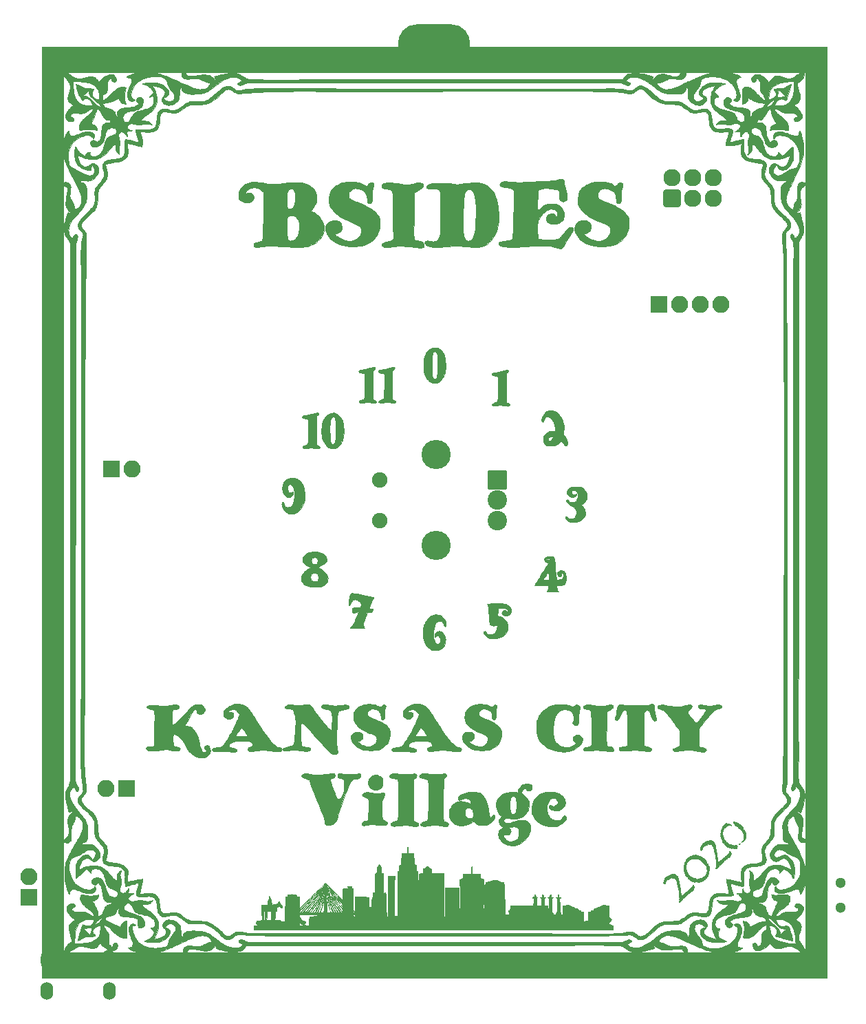
<source format=gbr>
%TF.GenerationSoftware,KiCad,Pcbnew,(6.0.0)*%
%TF.CreationDate,2022-09-03T11:38:18-05:00*%
%TF.ProjectId,BsidesKC-2022-Safe-Badge,42736964-6573-44b4-932d-323032322d53,0-c*%
%TF.SameCoordinates,Original*%
%TF.FileFunction,Soldermask,Top*%
%TF.FilePolarity,Negative*%
%FSLAX46Y46*%
G04 Gerber Fmt 4.6, Leading zero omitted, Abs format (unit mm)*
G04 Created by KiCad (PCBNEW (6.0.0)) date 2022-09-03 11:38:18*
%MOMM*%
%LPD*%
G01*
G04 APERTURE LIST*
G04 Aperture macros list*
%AMRoundRect*
0 Rectangle with rounded corners*
0 $1 Rounding radius*
0 $2 $3 $4 $5 $6 $7 $8 $9 X,Y pos of 4 corners*
0 Add a 4 corners polygon primitive as box body*
4,1,4,$2,$3,$4,$5,$6,$7,$8,$9,$2,$3,0*
0 Add four circle primitives for the rounded corners*
1,1,$1+$1,$2,$3*
1,1,$1+$1,$4,$5*
1,1,$1+$1,$6,$7*
1,1,$1+$1,$8,$9*
0 Add four rect primitives between the rounded corners*
20,1,$1+$1,$2,$3,$4,$5,0*
20,1,$1+$1,$4,$5,$6,$7,0*
20,1,$1+$1,$6,$7,$8,$9,0*
20,1,$1+$1,$8,$9,$2,$3,0*%
G04 Aperture macros list end*
%ADD10C,0.010000*%
%ADD11O,2.127200X2.127200*%
%ADD12RoundRect,0.200000X-0.863600X0.863600X-0.863600X-0.863600X0.863600X-0.863600X0.863600X0.863600X0*%
%ADD13C,2.127200*%
%ADD14O,8.900000X4.900000*%
%ADD15RoundRect,0.200000X-0.850000X0.850000X-0.850000X-0.850000X0.850000X-0.850000X0.850000X0.850000X0*%
%ADD16O,2.100000X2.100000*%
%ADD17RoundRect,0.200000X-0.850000X-0.850000X0.850000X-0.850000X0.850000X0.850000X-0.850000X0.850000X0*%
%ADD18C,1.300000*%
%ADD19RoundRect,0.200000X0.850000X-0.850000X0.850000X0.850000X-0.850000X0.850000X-0.850000X-0.850000X0*%
%ADD20O,1.200000X1.200000*%
%ADD21O,1.850000X2.400000*%
%ADD22O,1.550000X2.200000*%
%ADD23RoundRect,0.200000X1.000000X1.000000X-1.000000X1.000000X-1.000000X-1.000000X1.000000X-1.000000X0*%
%ADD24C,2.400000*%
%ADD25C,3.600000*%
%ADD26C,1.900000*%
G04 APERTURE END LIST*
D10*
%TO.C,G\u002A\u002A\u002A*%
X140350520Y-111896858D02*
X140546793Y-111914872D01*
X140546793Y-111914872D02*
X140721417Y-111942553D01*
X140721417Y-111942553D02*
X140864856Y-111979744D01*
X140864856Y-111979744D02*
X140872241Y-111982266D01*
X140872241Y-111982266D02*
X140959395Y-112017821D01*
X140959395Y-112017821D02*
X141063048Y-112067870D01*
X141063048Y-112067870D02*
X141164589Y-112123254D01*
X141164589Y-112123254D02*
X141192358Y-112139847D01*
X141192358Y-112139847D02*
X141272953Y-112186380D01*
X141272953Y-112186380D02*
X141344801Y-112222684D01*
X141344801Y-112222684D02*
X141397363Y-112243665D01*
X141397363Y-112243665D02*
X141413883Y-112246834D01*
X141413883Y-112246834D02*
X141454578Y-112231283D01*
X141454578Y-112231283D02*
X141516562Y-112187422D01*
X141516562Y-112187422D02*
X141593996Y-112119441D01*
X141593996Y-112119441D02*
X141601766Y-112112051D01*
X141601766Y-112112051D02*
X141684647Y-112034370D01*
X141684647Y-112034370D02*
X141746101Y-111982986D01*
X141746101Y-111982986D02*
X141794245Y-111953873D01*
X141794245Y-111953873D02*
X141837194Y-111943006D01*
X141837194Y-111943006D02*
X141883061Y-111946358D01*
X141883061Y-111946358D02*
X141919314Y-111954517D01*
X141919314Y-111954517D02*
X142011150Y-111993891D01*
X142011150Y-111993891D02*
X142067502Y-112056085D01*
X142067502Y-112056085D02*
X142088225Y-112140611D01*
X142088225Y-112140611D02*
X142073175Y-112246980D01*
X142073175Y-112246980D02*
X142035605Y-112346772D01*
X142035605Y-112346772D02*
X142018349Y-112385650D01*
X142018349Y-112385650D02*
X142004867Y-112422076D01*
X142004867Y-112422076D02*
X141994527Y-112462034D01*
X141994527Y-112462034D02*
X141986696Y-112511511D01*
X141986696Y-112511511D02*
X141980741Y-112576492D01*
X141980741Y-112576492D02*
X141976030Y-112662962D01*
X141976030Y-112662962D02*
X141971930Y-112776907D01*
X141971930Y-112776907D02*
X141967809Y-112924311D01*
X141967809Y-112924311D02*
X141965635Y-113008834D01*
X141965635Y-113008834D02*
X141960425Y-113191719D01*
X141960425Y-113191719D02*
X141954547Y-113337473D01*
X141954547Y-113337473D02*
X141947111Y-113451297D01*
X141947111Y-113451297D02*
X141937226Y-113538393D01*
X141937226Y-113538393D02*
X141924001Y-113603961D01*
X141924001Y-113603961D02*
X141906546Y-113653203D01*
X141906546Y-113653203D02*
X141883970Y-113691321D01*
X141883970Y-113691321D02*
X141855382Y-113723516D01*
X141855382Y-113723516D02*
X141840969Y-113736878D01*
X141840969Y-113736878D02*
X141789994Y-113764653D01*
X141789994Y-113764653D02*
X141717890Y-113783730D01*
X141717890Y-113783730D02*
X141695141Y-113786691D01*
X141695141Y-113786691D02*
X141630041Y-113789059D01*
X141630041Y-113789059D02*
X141582195Y-113778144D01*
X141582195Y-113778144D02*
X141548395Y-113748475D01*
X141548395Y-113748475D02*
X141525437Y-113694583D01*
X141525437Y-113694583D02*
X141510113Y-113610996D01*
X141510113Y-113610996D02*
X141499216Y-113492245D01*
X141499216Y-113492245D02*
X141496231Y-113447363D01*
X141496231Y-113447363D02*
X141476081Y-113241259D01*
X141476081Y-113241259D02*
X141441432Y-113070889D01*
X141441432Y-113070889D02*
X141388267Y-112930974D01*
X141388267Y-112930974D02*
X141312569Y-112816231D01*
X141312569Y-112816231D02*
X141210323Y-112721381D01*
X141210323Y-112721381D02*
X141077510Y-112641143D01*
X141077510Y-112641143D02*
X140910115Y-112570236D01*
X140910115Y-112570236D02*
X140800667Y-112532922D01*
X140800667Y-112532922D02*
X140627498Y-112487590D01*
X140627498Y-112487590D02*
X140478643Y-112471448D01*
X140478643Y-112471448D02*
X140347823Y-112484427D01*
X140347823Y-112484427D02*
X140228759Y-112526459D01*
X140228759Y-112526459D02*
X140228461Y-112526605D01*
X140228461Y-112526605D02*
X140121475Y-112592302D01*
X140121475Y-112592302D02*
X140019540Y-112678129D01*
X140019540Y-112678129D02*
X139934470Y-112772738D01*
X139934470Y-112772738D02*
X139879338Y-112861951D01*
X139879338Y-112861951D02*
X139860292Y-112911355D01*
X139860292Y-112911355D02*
X139852081Y-112959364D01*
X139852081Y-112959364D02*
X139853822Y-113020381D01*
X139853822Y-113020381D02*
X139864339Y-113106714D01*
X139864339Y-113106714D02*
X139878550Y-113193633D01*
X139878550Y-113193633D02*
X139895662Y-113252922D01*
X139895662Y-113252922D02*
X139921844Y-113299162D01*
X139921844Y-113299162D02*
X139963264Y-113346929D01*
X139963264Y-113346929D02*
X139968112Y-113351969D01*
X139968112Y-113351969D02*
X140040054Y-113414116D01*
X140040054Y-113414116D02*
X140137559Y-113476749D01*
X140137559Y-113476749D02*
X140264617Y-113541921D01*
X140264617Y-113541921D02*
X140425223Y-113611685D01*
X140425223Y-113611685D02*
X140618342Y-113686239D01*
X140618342Y-113686239D02*
X140941614Y-113811274D01*
X140941614Y-113811274D02*
X141233678Y-113936887D01*
X141233678Y-113936887D02*
X141505417Y-114068158D01*
X141505417Y-114068158D02*
X141767717Y-114210165D01*
X141767717Y-114210165D02*
X141874497Y-114272337D01*
X141874497Y-114272337D02*
X142031402Y-114380797D01*
X142031402Y-114380797D02*
X142184880Y-114515067D01*
X142184880Y-114515067D02*
X142327020Y-114666258D01*
X142327020Y-114666258D02*
X142449914Y-114825482D01*
X142449914Y-114825482D02*
X142545653Y-114983848D01*
X142545653Y-114983848D02*
X142585486Y-115071454D01*
X142585486Y-115071454D02*
X142608691Y-115156735D01*
X142608691Y-115156735D02*
X142625993Y-115272233D01*
X142625993Y-115272233D02*
X142636812Y-115406166D01*
X142636812Y-115406166D02*
X142640572Y-115546755D01*
X142640572Y-115546755D02*
X142636692Y-115682219D01*
X142636692Y-115682219D02*
X142624597Y-115800777D01*
X142624597Y-115800777D02*
X142622044Y-115816341D01*
X142622044Y-115816341D02*
X142595417Y-115938453D01*
X142595417Y-115938453D02*
X142555271Y-116084670D01*
X142555271Y-116084670D02*
X142506182Y-116240825D01*
X142506182Y-116240825D02*
X142452723Y-116392752D01*
X142452723Y-116392752D02*
X142399469Y-116526284D01*
X142399469Y-116526284D02*
X142376104Y-116578043D01*
X142376104Y-116578043D02*
X142284690Y-116730890D01*
X142284690Y-116730890D02*
X142157572Y-116884600D01*
X142157572Y-116884600D02*
X142000883Y-117033582D01*
X142000883Y-117033582D02*
X141820756Y-117172247D01*
X141820756Y-117172247D02*
X141623325Y-117295004D01*
X141623325Y-117295004D02*
X141542944Y-117337369D01*
X141542944Y-117337369D02*
X141353082Y-117425115D01*
X141353082Y-117425115D02*
X141179898Y-117487955D01*
X141179898Y-117487955D02*
X141009336Y-117530098D01*
X141009336Y-117530098D02*
X140827344Y-117555753D01*
X140827344Y-117555753D02*
X140807607Y-117557607D01*
X140807607Y-117557607D02*
X140640009Y-117569087D01*
X140640009Y-117569087D02*
X140452617Y-117575819D01*
X140452617Y-117575819D02*
X140256552Y-117577891D01*
X140256552Y-117577891D02*
X140062937Y-117575388D01*
X140062937Y-117575388D02*
X139882895Y-117568398D01*
X139882895Y-117568398D02*
X139727548Y-117557006D01*
X139727548Y-117557006D02*
X139654720Y-117548632D01*
X139654720Y-117548632D02*
X139330162Y-117487675D01*
X139330162Y-117487675D02*
X139030485Y-117397279D01*
X139030485Y-117397279D02*
X138757516Y-117278468D01*
X138757516Y-117278468D02*
X138513082Y-117132261D01*
X138513082Y-117132261D02*
X138299012Y-116959680D01*
X138299012Y-116959680D02*
X138117133Y-116761746D01*
X138117133Y-116761746D02*
X138030653Y-116641176D01*
X138030653Y-116641176D02*
X137930611Y-116463456D01*
X137930611Y-116463456D02*
X137867166Y-116289286D01*
X137867166Y-116289286D02*
X137836974Y-116108189D01*
X137836974Y-116108189D02*
X137833356Y-116022949D01*
X137833356Y-116022949D02*
X137846875Y-115842259D01*
X137846875Y-115842259D02*
X137891899Y-115688863D01*
X137891899Y-115688863D02*
X137969933Y-115560187D01*
X137969933Y-115560187D02*
X138082481Y-115453658D01*
X138082481Y-115453658D02*
X138211471Y-115376089D01*
X138211471Y-115376089D02*
X138290691Y-115340327D01*
X138290691Y-115340327D02*
X138361490Y-115318123D01*
X138361490Y-115318123D02*
X138441013Y-115305445D01*
X138441013Y-115305445D02*
X138541309Y-115298501D01*
X138541309Y-115298501D02*
X138738484Y-115301451D01*
X138738484Y-115301451D02*
X138903097Y-115331125D01*
X138903097Y-115331125D02*
X139035885Y-115388114D01*
X139035885Y-115388114D02*
X139137587Y-115473005D01*
X139137587Y-115473005D02*
X139208941Y-115586387D01*
X139208941Y-115586387D02*
X139250687Y-115728849D01*
X139250687Y-115728849D02*
X139263455Y-115874054D01*
X139263455Y-115874054D02*
X139263097Y-115965682D01*
X139263097Y-115965682D02*
X139256634Y-116029969D01*
X139256634Y-116029969D02*
X139241031Y-116081796D01*
X139241031Y-116081796D02*
X139213254Y-116136043D01*
X139213254Y-116136043D02*
X139208290Y-116144561D01*
X139208290Y-116144561D02*
X139110515Y-116271599D01*
X139110515Y-116271599D02*
X138985977Y-116365921D01*
X138985977Y-116365921D02*
X138835144Y-116427224D01*
X138835144Y-116427224D02*
X138742208Y-116446599D01*
X138742208Y-116446599D02*
X138683721Y-116458519D01*
X138683721Y-116458519D02*
X138647465Y-116472063D01*
X138647465Y-116472063D02*
X138641667Y-116478609D01*
X138641667Y-116478609D02*
X138659172Y-116514419D01*
X138659172Y-116514419D02*
X138707450Y-116566027D01*
X138707450Y-116566027D02*
X138780146Y-116628897D01*
X138780146Y-116628897D02*
X138870902Y-116698493D01*
X138870902Y-116698493D02*
X138973361Y-116770278D01*
X138973361Y-116770278D02*
X139081169Y-116839716D01*
X139081169Y-116839716D02*
X139187967Y-116902270D01*
X139187967Y-116902270D02*
X139287400Y-116953405D01*
X139287400Y-116953405D02*
X139338011Y-116975568D01*
X139338011Y-116975568D02*
X139545898Y-117042959D01*
X139545898Y-117042959D02*
X139760389Y-117082557D01*
X139760389Y-117082557D02*
X139973573Y-117094377D01*
X139973573Y-117094377D02*
X140177541Y-117078435D01*
X140177541Y-117078435D02*
X140364381Y-117034744D01*
X140364381Y-117034744D02*
X140508269Y-116973398D01*
X140508269Y-116973398D02*
X140632100Y-116887105D01*
X140632100Y-116887105D02*
X140743459Y-116773569D01*
X140743459Y-116773569D02*
X140838692Y-116640421D01*
X140838692Y-116640421D02*
X140914145Y-116495291D01*
X140914145Y-116495291D02*
X140966166Y-116345810D01*
X140966166Y-116345810D02*
X140991100Y-116199609D01*
X140991100Y-116199609D02*
X140985295Y-116064318D01*
X140985295Y-116064318D02*
X140971003Y-116006956D01*
X140971003Y-116006956D02*
X140932514Y-115928406D01*
X140932514Y-115928406D02*
X140867956Y-115851257D01*
X140867956Y-115851257D02*
X140774636Y-115773730D01*
X140774636Y-115773730D02*
X140649864Y-115694046D01*
X140649864Y-115694046D02*
X140490947Y-115610428D01*
X140490947Y-115610428D02*
X140295194Y-115521097D01*
X140295194Y-115521097D02*
X140133917Y-115453852D01*
X140133917Y-115453852D02*
X139783380Y-115304765D01*
X139783380Y-115304765D02*
X139473131Y-115157101D01*
X139473131Y-115157101D02*
X139201199Y-115009742D01*
X139201199Y-115009742D02*
X138965614Y-114861573D01*
X138965614Y-114861573D02*
X138764405Y-114711475D01*
X138764405Y-114711475D02*
X138653441Y-114614519D01*
X138653441Y-114614519D02*
X138464737Y-114416158D01*
X138464737Y-114416158D02*
X138317376Y-114211165D01*
X138317376Y-114211165D02*
X138210600Y-113997372D01*
X138210600Y-113997372D02*
X138143656Y-113772612D01*
X138143656Y-113772612D02*
X138115788Y-113534716D01*
X138115788Y-113534716D02*
X138126241Y-113281519D01*
X138126241Y-113281519D02*
X138144594Y-113154217D01*
X138144594Y-113154217D02*
X138185533Y-112962053D01*
X138185533Y-112962053D02*
X138237374Y-112801979D01*
X138237374Y-112801979D02*
X138304625Y-112664238D01*
X138304625Y-112664238D02*
X138391797Y-112539072D01*
X138391797Y-112539072D02*
X138469448Y-112451239D01*
X138469448Y-112451239D02*
X138622872Y-112315532D01*
X138622872Y-112315532D02*
X138809762Y-112191205D01*
X138809762Y-112191205D02*
X139021811Y-112082775D01*
X139021811Y-112082775D02*
X139250713Y-111994756D01*
X139250713Y-111994756D02*
X139378143Y-111957369D01*
X139378143Y-111957369D02*
X139539636Y-111924660D01*
X139539636Y-111924660D02*
X139727156Y-111902413D01*
X139727156Y-111902413D02*
X139931166Y-111890470D01*
X139931166Y-111890470D02*
X140142133Y-111888671D01*
X140142133Y-111888671D02*
X140350520Y-111896858D01*
X140350520Y-111896858D02*
X140350520Y-111896858D01*
G36*
X140350520Y-111896858D02*
G01*
X140546793Y-111914872D01*
X140721417Y-111942553D01*
X140864856Y-111979744D01*
X140872241Y-111982266D01*
X140959395Y-112017821D01*
X141063048Y-112067870D01*
X141164589Y-112123254D01*
X141192358Y-112139847D01*
X141272953Y-112186380D01*
X141344801Y-112222684D01*
X141397363Y-112243665D01*
X141413883Y-112246834D01*
X141454578Y-112231283D01*
X141516562Y-112187422D01*
X141593996Y-112119441D01*
X141601766Y-112112051D01*
X141684647Y-112034370D01*
X141746101Y-111982986D01*
X141794245Y-111953873D01*
X141837194Y-111943006D01*
X141883061Y-111946358D01*
X141919314Y-111954517D01*
X142011150Y-111993891D01*
X142067502Y-112056085D01*
X142088225Y-112140611D01*
X142073175Y-112246980D01*
X142035605Y-112346772D01*
X142018349Y-112385650D01*
X142004867Y-112422076D01*
X141994527Y-112462034D01*
X141986696Y-112511511D01*
X141980741Y-112576492D01*
X141976030Y-112662962D01*
X141971930Y-112776907D01*
X141967809Y-112924311D01*
X141965635Y-113008834D01*
X141960425Y-113191719D01*
X141954547Y-113337473D01*
X141947111Y-113451297D01*
X141937226Y-113538393D01*
X141924001Y-113603961D01*
X141906546Y-113653203D01*
X141883970Y-113691321D01*
X141855382Y-113723516D01*
X141840969Y-113736878D01*
X141789994Y-113764653D01*
X141717890Y-113783730D01*
X141695141Y-113786691D01*
X141630041Y-113789059D01*
X141582195Y-113778144D01*
X141548395Y-113748475D01*
X141525437Y-113694583D01*
X141510113Y-113610996D01*
X141499216Y-113492245D01*
X141496231Y-113447363D01*
X141476081Y-113241259D01*
X141441432Y-113070889D01*
X141388267Y-112930974D01*
X141312569Y-112816231D01*
X141210323Y-112721381D01*
X141077510Y-112641143D01*
X140910115Y-112570236D01*
X140800667Y-112532922D01*
X140627498Y-112487590D01*
X140478643Y-112471448D01*
X140347823Y-112484427D01*
X140228759Y-112526459D01*
X140228461Y-112526605D01*
X140121475Y-112592302D01*
X140019540Y-112678129D01*
X139934470Y-112772738D01*
X139879338Y-112861951D01*
X139860292Y-112911355D01*
X139852081Y-112959364D01*
X139853822Y-113020381D01*
X139864339Y-113106714D01*
X139878550Y-113193633D01*
X139895662Y-113252922D01*
X139921844Y-113299162D01*
X139963264Y-113346929D01*
X139968112Y-113351969D01*
X140040054Y-113414116D01*
X140137559Y-113476749D01*
X140264617Y-113541921D01*
X140425223Y-113611685D01*
X140618342Y-113686239D01*
X140941614Y-113811274D01*
X141233678Y-113936887D01*
X141505417Y-114068158D01*
X141767717Y-114210165D01*
X141874497Y-114272337D01*
X142031402Y-114380797D01*
X142184880Y-114515067D01*
X142327020Y-114666258D01*
X142449914Y-114825482D01*
X142545653Y-114983848D01*
X142585486Y-115071454D01*
X142608691Y-115156735D01*
X142625993Y-115272233D01*
X142636812Y-115406166D01*
X142640572Y-115546755D01*
X142636692Y-115682219D01*
X142624597Y-115800777D01*
X142622044Y-115816341D01*
X142595417Y-115938453D01*
X142555271Y-116084670D01*
X142506182Y-116240825D01*
X142452723Y-116392752D01*
X142399469Y-116526284D01*
X142376104Y-116578043D01*
X142284690Y-116730890D01*
X142157572Y-116884600D01*
X142000883Y-117033582D01*
X141820756Y-117172247D01*
X141623325Y-117295004D01*
X141542944Y-117337369D01*
X141353082Y-117425115D01*
X141179898Y-117487955D01*
X141009336Y-117530098D01*
X140827344Y-117555753D01*
X140807607Y-117557607D01*
X140640009Y-117569087D01*
X140452617Y-117575819D01*
X140256552Y-117577891D01*
X140062937Y-117575388D01*
X139882895Y-117568398D01*
X139727548Y-117557006D01*
X139654720Y-117548632D01*
X139330162Y-117487675D01*
X139030485Y-117397279D01*
X138757516Y-117278468D01*
X138513082Y-117132261D01*
X138299012Y-116959680D01*
X138117133Y-116761746D01*
X138030653Y-116641176D01*
X137930611Y-116463456D01*
X137867166Y-116289286D01*
X137836974Y-116108189D01*
X137833356Y-116022949D01*
X137846875Y-115842259D01*
X137891899Y-115688863D01*
X137969933Y-115560187D01*
X138082481Y-115453658D01*
X138211471Y-115376089D01*
X138290691Y-115340327D01*
X138361490Y-115318123D01*
X138441013Y-115305445D01*
X138541309Y-115298501D01*
X138738484Y-115301451D01*
X138903097Y-115331125D01*
X139035885Y-115388114D01*
X139137587Y-115473005D01*
X139208941Y-115586387D01*
X139250687Y-115728849D01*
X139263455Y-115874054D01*
X139263097Y-115965682D01*
X139256634Y-116029969D01*
X139241031Y-116081796D01*
X139213254Y-116136043D01*
X139208290Y-116144561D01*
X139110515Y-116271599D01*
X138985977Y-116365921D01*
X138835144Y-116427224D01*
X138742208Y-116446599D01*
X138683721Y-116458519D01*
X138647465Y-116472063D01*
X138641667Y-116478609D01*
X138659172Y-116514419D01*
X138707450Y-116566027D01*
X138780146Y-116628897D01*
X138870902Y-116698493D01*
X138973361Y-116770278D01*
X139081169Y-116839716D01*
X139187967Y-116902270D01*
X139287400Y-116953405D01*
X139338011Y-116975568D01*
X139545898Y-117042959D01*
X139760389Y-117082557D01*
X139973573Y-117094377D01*
X140177541Y-117078435D01*
X140364381Y-117034744D01*
X140508269Y-116973398D01*
X140632100Y-116887105D01*
X140743459Y-116773569D01*
X140838692Y-116640421D01*
X140914145Y-116495291D01*
X140966166Y-116345810D01*
X140991100Y-116199609D01*
X140985295Y-116064318D01*
X140971003Y-116006956D01*
X140932514Y-115928406D01*
X140867956Y-115851257D01*
X140774636Y-115773730D01*
X140649864Y-115694046D01*
X140490947Y-115610428D01*
X140295194Y-115521097D01*
X140133917Y-115453852D01*
X139783380Y-115304765D01*
X139473131Y-115157101D01*
X139201199Y-115009742D01*
X138965614Y-114861573D01*
X138764405Y-114711475D01*
X138653441Y-114614519D01*
X138464737Y-114416158D01*
X138317376Y-114211165D01*
X138210600Y-113997372D01*
X138143656Y-113772612D01*
X138115788Y-113534716D01*
X138126241Y-113281519D01*
X138144594Y-113154217D01*
X138185533Y-112962053D01*
X138237374Y-112801979D01*
X138304625Y-112664238D01*
X138391797Y-112539072D01*
X138469448Y-112451239D01*
X138622872Y-112315532D01*
X138809762Y-112191205D01*
X139021811Y-112082775D01*
X139250713Y-111994756D01*
X139378143Y-111957369D01*
X139539636Y-111924660D01*
X139727156Y-111902413D01*
X139931166Y-111890470D01*
X140142133Y-111888671D01*
X140350520Y-111896858D01*
G37*
X140350520Y-111896858D02*
X140546793Y-111914872D01*
X140721417Y-111942553D01*
X140864856Y-111979744D01*
X140872241Y-111982266D01*
X140959395Y-112017821D01*
X141063048Y-112067870D01*
X141164589Y-112123254D01*
X141192358Y-112139847D01*
X141272953Y-112186380D01*
X141344801Y-112222684D01*
X141397363Y-112243665D01*
X141413883Y-112246834D01*
X141454578Y-112231283D01*
X141516562Y-112187422D01*
X141593996Y-112119441D01*
X141601766Y-112112051D01*
X141684647Y-112034370D01*
X141746101Y-111982986D01*
X141794245Y-111953873D01*
X141837194Y-111943006D01*
X141883061Y-111946358D01*
X141919314Y-111954517D01*
X142011150Y-111993891D01*
X142067502Y-112056085D01*
X142088225Y-112140611D01*
X142073175Y-112246980D01*
X142035605Y-112346772D01*
X142018349Y-112385650D01*
X142004867Y-112422076D01*
X141994527Y-112462034D01*
X141986696Y-112511511D01*
X141980741Y-112576492D01*
X141976030Y-112662962D01*
X141971930Y-112776907D01*
X141967809Y-112924311D01*
X141965635Y-113008834D01*
X141960425Y-113191719D01*
X141954547Y-113337473D01*
X141947111Y-113451297D01*
X141937226Y-113538393D01*
X141924001Y-113603961D01*
X141906546Y-113653203D01*
X141883970Y-113691321D01*
X141855382Y-113723516D01*
X141840969Y-113736878D01*
X141789994Y-113764653D01*
X141717890Y-113783730D01*
X141695141Y-113786691D01*
X141630041Y-113789059D01*
X141582195Y-113778144D01*
X141548395Y-113748475D01*
X141525437Y-113694583D01*
X141510113Y-113610996D01*
X141499216Y-113492245D01*
X141496231Y-113447363D01*
X141476081Y-113241259D01*
X141441432Y-113070889D01*
X141388267Y-112930974D01*
X141312569Y-112816231D01*
X141210323Y-112721381D01*
X141077510Y-112641143D01*
X140910115Y-112570236D01*
X140800667Y-112532922D01*
X140627498Y-112487590D01*
X140478643Y-112471448D01*
X140347823Y-112484427D01*
X140228759Y-112526459D01*
X140228461Y-112526605D01*
X140121475Y-112592302D01*
X140019540Y-112678129D01*
X139934470Y-112772738D01*
X139879338Y-112861951D01*
X139860292Y-112911355D01*
X139852081Y-112959364D01*
X139853822Y-113020381D01*
X139864339Y-113106714D01*
X139878550Y-113193633D01*
X139895662Y-113252922D01*
X139921844Y-113299162D01*
X139963264Y-113346929D01*
X139968112Y-113351969D01*
X140040054Y-113414116D01*
X140137559Y-113476749D01*
X140264617Y-113541921D01*
X140425223Y-113611685D01*
X140618342Y-113686239D01*
X140941614Y-113811274D01*
X141233678Y-113936887D01*
X141505417Y-114068158D01*
X141767717Y-114210165D01*
X141874497Y-114272337D01*
X142031402Y-114380797D01*
X142184880Y-114515067D01*
X142327020Y-114666258D01*
X142449914Y-114825482D01*
X142545653Y-114983848D01*
X142585486Y-115071454D01*
X142608691Y-115156735D01*
X142625993Y-115272233D01*
X142636812Y-115406166D01*
X142640572Y-115546755D01*
X142636692Y-115682219D01*
X142624597Y-115800777D01*
X142622044Y-115816341D01*
X142595417Y-115938453D01*
X142555271Y-116084670D01*
X142506182Y-116240825D01*
X142452723Y-116392752D01*
X142399469Y-116526284D01*
X142376104Y-116578043D01*
X142284690Y-116730890D01*
X142157572Y-116884600D01*
X142000883Y-117033582D01*
X141820756Y-117172247D01*
X141623325Y-117295004D01*
X141542944Y-117337369D01*
X141353082Y-117425115D01*
X141179898Y-117487955D01*
X141009336Y-117530098D01*
X140827344Y-117555753D01*
X140807607Y-117557607D01*
X140640009Y-117569087D01*
X140452617Y-117575819D01*
X140256552Y-117577891D01*
X140062937Y-117575388D01*
X139882895Y-117568398D01*
X139727548Y-117557006D01*
X139654720Y-117548632D01*
X139330162Y-117487675D01*
X139030485Y-117397279D01*
X138757516Y-117278468D01*
X138513082Y-117132261D01*
X138299012Y-116959680D01*
X138117133Y-116761746D01*
X138030653Y-116641176D01*
X137930611Y-116463456D01*
X137867166Y-116289286D01*
X137836974Y-116108189D01*
X137833356Y-116022949D01*
X137846875Y-115842259D01*
X137891899Y-115688863D01*
X137969933Y-115560187D01*
X138082481Y-115453658D01*
X138211471Y-115376089D01*
X138290691Y-115340327D01*
X138361490Y-115318123D01*
X138441013Y-115305445D01*
X138541309Y-115298501D01*
X138738484Y-115301451D01*
X138903097Y-115331125D01*
X139035885Y-115388114D01*
X139137587Y-115473005D01*
X139208941Y-115586387D01*
X139250687Y-115728849D01*
X139263455Y-115874054D01*
X139263097Y-115965682D01*
X139256634Y-116029969D01*
X139241031Y-116081796D01*
X139213254Y-116136043D01*
X139208290Y-116144561D01*
X139110515Y-116271599D01*
X138985977Y-116365921D01*
X138835144Y-116427224D01*
X138742208Y-116446599D01*
X138683721Y-116458519D01*
X138647465Y-116472063D01*
X138641667Y-116478609D01*
X138659172Y-116514419D01*
X138707450Y-116566027D01*
X138780146Y-116628897D01*
X138870902Y-116698493D01*
X138973361Y-116770278D01*
X139081169Y-116839716D01*
X139187967Y-116902270D01*
X139287400Y-116953405D01*
X139338011Y-116975568D01*
X139545898Y-117042959D01*
X139760389Y-117082557D01*
X139973573Y-117094377D01*
X140177541Y-117078435D01*
X140364381Y-117034744D01*
X140508269Y-116973398D01*
X140632100Y-116887105D01*
X140743459Y-116773569D01*
X140838692Y-116640421D01*
X140914145Y-116495291D01*
X140966166Y-116345810D01*
X140991100Y-116199609D01*
X140985295Y-116064318D01*
X140971003Y-116006956D01*
X140932514Y-115928406D01*
X140867956Y-115851257D01*
X140774636Y-115773730D01*
X140649864Y-115694046D01*
X140490947Y-115610428D01*
X140295194Y-115521097D01*
X140133917Y-115453852D01*
X139783380Y-115304765D01*
X139473131Y-115157101D01*
X139201199Y-115009742D01*
X138965614Y-114861573D01*
X138764405Y-114711475D01*
X138653441Y-114614519D01*
X138464737Y-114416158D01*
X138317376Y-114211165D01*
X138210600Y-113997372D01*
X138143656Y-113772612D01*
X138115788Y-113534716D01*
X138126241Y-113281519D01*
X138144594Y-113154217D01*
X138185533Y-112962053D01*
X138237374Y-112801979D01*
X138304625Y-112664238D01*
X138391797Y-112539072D01*
X138469448Y-112451239D01*
X138622872Y-112315532D01*
X138809762Y-112191205D01*
X139021811Y-112082775D01*
X139250713Y-111994756D01*
X139378143Y-111957369D01*
X139539636Y-111924660D01*
X139727156Y-111902413D01*
X139931166Y-111890470D01*
X140142133Y-111888671D01*
X140350520Y-111896858D01*
X119057410Y-111904701D02*
X119210461Y-111911627D01*
X119210461Y-111911627D02*
X119333254Y-111933863D01*
X119333254Y-111933863D02*
X119436297Y-111975307D01*
X119436297Y-111975307D02*
X119530098Y-112039853D01*
X119530098Y-112039853D02*
X119601273Y-112106349D01*
X119601273Y-112106349D02*
X119719162Y-112243936D01*
X119719162Y-112243936D02*
X119797579Y-112376173D01*
X119797579Y-112376173D02*
X119838402Y-112506790D01*
X119838402Y-112506790D02*
X119845667Y-112591939D01*
X119845667Y-112591939D02*
X119833270Y-112710399D01*
X119833270Y-112710399D02*
X119792705Y-112813463D01*
X119792705Y-112813463D02*
X119718907Y-112911649D01*
X119718907Y-112911649D02*
X119666893Y-112963187D01*
X119666893Y-112963187D02*
X119551507Y-113053953D01*
X119551507Y-113053953D02*
X119437039Y-113108501D01*
X119437039Y-113108501D02*
X119312046Y-113131102D01*
X119312046Y-113131102D02*
X119218325Y-113130599D01*
X119218325Y-113130599D02*
X119091251Y-113114436D01*
X119091251Y-113114436D02*
X118993908Y-113080088D01*
X118993908Y-113080088D02*
X118920861Y-113022305D01*
X118920861Y-113022305D02*
X118866672Y-112935839D01*
X118866672Y-112935839D02*
X118825904Y-112815441D01*
X118825904Y-112815441D02*
X118807447Y-112733925D01*
X118807447Y-112733925D02*
X118789308Y-112647867D01*
X118789308Y-112647867D02*
X118773059Y-112578568D01*
X118773059Y-112578568D02*
X118761072Y-112535788D01*
X118761072Y-112535788D02*
X118757189Y-112527134D01*
X118757189Y-112527134D02*
X118726248Y-112522790D01*
X118726248Y-112522790D02*
X118670290Y-112536406D01*
X118670290Y-112536406D02*
X118600251Y-112563595D01*
X118600251Y-112563595D02*
X118527066Y-112599968D01*
X118527066Y-112599968D02*
X118461674Y-112641136D01*
X118461674Y-112641136D02*
X118448838Y-112650859D01*
X118448838Y-112650859D02*
X118399025Y-112695125D01*
X118399025Y-112695125D02*
X118354251Y-112747833D01*
X118354251Y-112747833D02*
X118308356Y-112817814D01*
X118308356Y-112817814D02*
X118255180Y-112913901D01*
X118255180Y-112913901D02*
X118226113Y-112970215D01*
X118226113Y-112970215D02*
X118089842Y-113235901D01*
X118089842Y-113235901D02*
X117963137Y-113478611D01*
X117963137Y-113478611D02*
X117847174Y-113696233D01*
X117847174Y-113696233D02*
X117743130Y-113886653D01*
X117743130Y-113886653D02*
X117652181Y-114047760D01*
X117652181Y-114047760D02*
X117575505Y-114177438D01*
X117575505Y-114177438D02*
X117514279Y-114273576D01*
X117514279Y-114273576D02*
X117469679Y-114334061D01*
X117469679Y-114334061D02*
X117461557Y-114343061D01*
X117461557Y-114343061D02*
X117399519Y-114418430D01*
X117399519Y-114418430D02*
X117371759Y-114478750D01*
X117371759Y-114478750D02*
X117378841Y-114521507D01*
X117378841Y-114521507D02*
X117416792Y-114543212D01*
X117416792Y-114543212D02*
X117456109Y-114551082D01*
X117456109Y-114551082D02*
X117526792Y-114563981D01*
X117526792Y-114563981D02*
X117618437Y-114580048D01*
X117618437Y-114580048D02*
X117709893Y-114595620D01*
X117709893Y-114595620D02*
X117858390Y-114622087D01*
X117858390Y-114622087D02*
X117974017Y-114648232D01*
X117974017Y-114648232D02*
X118065932Y-114678801D01*
X118065932Y-114678801D02*
X118143295Y-114718539D01*
X118143295Y-114718539D02*
X118215265Y-114772191D01*
X118215265Y-114772191D02*
X118291000Y-114844503D01*
X118291000Y-114844503D02*
X118379659Y-114940219D01*
X118379659Y-114940219D02*
X118383730Y-114944743D01*
X118383730Y-114944743D02*
X118513429Y-115093144D01*
X118513429Y-115093144D02*
X118618848Y-115224508D01*
X118618848Y-115224508D02*
X118707614Y-115349621D01*
X118707614Y-115349621D02*
X118787355Y-115479268D01*
X118787355Y-115479268D02*
X118865698Y-115624236D01*
X118865698Y-115624236D02*
X118869573Y-115631803D01*
X118869573Y-115631803D02*
X118918442Y-115732127D01*
X118918442Y-115732127D02*
X118953937Y-115819473D01*
X118953937Y-115819473D02*
X118981008Y-115909175D01*
X118981008Y-115909175D02*
X119004601Y-116016567D01*
X119004601Y-116016567D02*
X119018946Y-116094736D01*
X119018946Y-116094736D02*
X119082291Y-116434670D01*
X119082291Y-116434670D02*
X119145704Y-116733450D01*
X119145704Y-116733450D02*
X119209586Y-116992257D01*
X119209586Y-116992257D02*
X119274338Y-117212269D01*
X119274338Y-117212269D02*
X119340359Y-117394665D01*
X119340359Y-117394665D02*
X119408051Y-117540625D01*
X119408051Y-117540625D02*
X119477814Y-117651326D01*
X119477814Y-117651326D02*
X119550049Y-117727949D01*
X119550049Y-117727949D02*
X119581233Y-117750259D01*
X119581233Y-117750259D02*
X119660121Y-117782256D01*
X119660121Y-117782256D02*
X119748953Y-117792636D01*
X119748953Y-117792636D02*
X119836908Y-117783341D01*
X119836908Y-117783341D02*
X119913165Y-117756312D01*
X119913165Y-117756312D02*
X119966904Y-117713492D01*
X119966904Y-117713492D02*
X119984697Y-117677851D01*
X119984697Y-117677851D02*
X119993216Y-117598208D01*
X119993216Y-117598208D02*
X119970112Y-117543965D01*
X119970112Y-117543965D02*
X119913185Y-117510087D01*
X119913185Y-117510087D02*
X119911149Y-117509404D01*
X119911149Y-117509404D02*
X119828199Y-117461851D01*
X119828199Y-117461851D02*
X119773560Y-117383157D01*
X119773560Y-117383157D02*
X119746979Y-117272942D01*
X119746979Y-117272942D02*
X119745761Y-117258920D01*
X119745761Y-117258920D02*
X119750231Y-117150080D01*
X119750231Y-117150080D02*
X119784309Y-117069440D01*
X119784309Y-117069440D02*
X119851342Y-117011992D01*
X119851342Y-117011992D02*
X119933187Y-116978697D01*
X119933187Y-116978697D02*
X120031481Y-116954023D01*
X120031481Y-116954023D02*
X120107264Y-116948445D01*
X120107264Y-116948445D02*
X120176033Y-116962425D01*
X120176033Y-116962425D02*
X120235859Y-116987731D01*
X120235859Y-116987731D02*
X120333138Y-117058383D01*
X120333138Y-117058383D02*
X120411765Y-117165575D01*
X120411765Y-117165575D02*
X120470475Y-117307250D01*
X120470475Y-117307250D02*
X120496188Y-117410844D01*
X120496188Y-117410844D02*
X120518053Y-117567820D01*
X120518053Y-117567820D02*
X120514092Y-117700838D01*
X120514092Y-117700838D02*
X120482037Y-117821114D01*
X120482037Y-117821114D02*
X120419618Y-117939864D01*
X120419618Y-117939864D02*
X120376684Y-118001670D01*
X120376684Y-118001670D02*
X120260386Y-118145026D01*
X120260386Y-118145026D02*
X120145317Y-118256397D01*
X120145317Y-118256397D02*
X120021316Y-118344569D01*
X120021316Y-118344569D02*
X119913517Y-118402104D01*
X119913517Y-118402104D02*
X119843546Y-118434404D01*
X119843546Y-118434404D02*
X119786889Y-118456366D01*
X119786889Y-118456366D02*
X119732017Y-118470231D01*
X119732017Y-118470231D02*
X119667402Y-118478239D01*
X119667402Y-118478239D02*
X119581516Y-118482629D01*
X119581516Y-118482629D02*
X119486251Y-118485120D01*
X119486251Y-118485120D02*
X119354460Y-118486253D01*
X119354460Y-118486253D02*
X119251574Y-118482131D01*
X119251574Y-118482131D02*
X119164368Y-118471634D01*
X119164368Y-118471634D02*
X119079616Y-118453641D01*
X119079616Y-118453641D02*
X119062500Y-118449231D01*
X119062500Y-118449231D02*
X118887166Y-118389570D01*
X118887166Y-118389570D02*
X118694742Y-118300239D01*
X118694742Y-118300239D02*
X118492968Y-118185851D01*
X118492968Y-118185851D02*
X118289585Y-118051021D01*
X118289585Y-118051021D02*
X118092334Y-117900366D01*
X118092334Y-117900366D02*
X117978792Y-117803084D01*
X117978792Y-117803084D02*
X117918614Y-117739332D01*
X117918614Y-117739332D02*
X117850826Y-117648393D01*
X117850826Y-117648393D02*
X117773822Y-117527640D01*
X117773822Y-117527640D02*
X117685994Y-117374445D01*
X117685994Y-117374445D02*
X117585735Y-117186181D01*
X117585735Y-117186181D02*
X117507735Y-117032996D01*
X117507735Y-117032996D02*
X117386008Y-116810803D01*
X117386008Y-116810803D02*
X117246526Y-116591544D01*
X117246526Y-116591544D02*
X117093830Y-116380426D01*
X117093830Y-116380426D02*
X116932456Y-116182656D01*
X116932456Y-116182656D02*
X116766943Y-116003442D01*
X116766943Y-116003442D02*
X116601829Y-115847991D01*
X116601829Y-115847991D02*
X116441653Y-115721509D01*
X116441653Y-115721509D02*
X116290952Y-115629203D01*
X116290952Y-115629203D02*
X116279083Y-115623275D01*
X116279083Y-115623275D02*
X116160452Y-115571170D01*
X116160452Y-115571170D02*
X116070930Y-115546205D01*
X116070930Y-115546205D02*
X116007395Y-115548068D01*
X116007395Y-115548068D02*
X115966730Y-115576450D01*
X115966730Y-115576450D02*
X115957917Y-115591330D01*
X115957917Y-115591330D02*
X115931114Y-115675980D01*
X115931114Y-115675980D02*
X115912651Y-115799088D01*
X115912651Y-115799088D02*
X115902720Y-115957573D01*
X115902720Y-115957573D02*
X115901518Y-116148349D01*
X115901518Y-116148349D02*
X115909127Y-116366219D01*
X115909127Y-116366219D02*
X115918765Y-116549621D01*
X115918765Y-116549621D02*
X115928370Y-116695785D01*
X115928370Y-116695785D02*
X115940828Y-116809709D01*
X115940828Y-116809709D02*
X115959027Y-116896388D01*
X115959027Y-116896388D02*
X115985854Y-116960817D01*
X115985854Y-116960817D02*
X116024196Y-117007993D01*
X116024196Y-117007993D02*
X116076940Y-117042911D01*
X116076940Y-117042911D02*
X116146973Y-117070567D01*
X116146973Y-117070567D02*
X116237182Y-117095957D01*
X116237182Y-117095957D02*
X116346543Y-117123108D01*
X116346543Y-117123108D02*
X116512787Y-117169695D01*
X116512787Y-117169695D02*
X116636788Y-117216772D01*
X116636788Y-117216772D02*
X116718633Y-117264376D01*
X116718633Y-117264376D02*
X116754625Y-117304344D01*
X116754625Y-117304344D02*
X116777316Y-117386820D01*
X116777316Y-117386820D02*
X116762831Y-117468519D01*
X116762831Y-117468519D02*
X116715500Y-117540327D01*
X116715500Y-117540327D02*
X116639650Y-117593131D01*
X116639650Y-117593131D02*
X116612417Y-117603760D01*
X116612417Y-117603760D02*
X116525871Y-117620733D01*
X116525871Y-117620733D02*
X116405434Y-117627470D01*
X116405434Y-117627470D02*
X116258217Y-117624266D01*
X116258217Y-117624266D02*
X116091334Y-117611413D01*
X116091334Y-117611413D02*
X115911895Y-117589205D01*
X115911895Y-117589205D02*
X115792250Y-117569954D01*
X115792250Y-117569954D02*
X115661457Y-117546955D01*
X115661457Y-117546955D02*
X115526706Y-117523264D01*
X115526706Y-117523264D02*
X115402165Y-117501371D01*
X115402165Y-117501371D02*
X115302005Y-117483768D01*
X115302005Y-117483768D02*
X115284518Y-117480696D01*
X115284518Y-117480696D02*
X115224411Y-117470620D01*
X115224411Y-117470620D02*
X115170095Y-117463435D01*
X115170095Y-117463435D02*
X115116090Y-117459534D01*
X115116090Y-117459534D02*
X115056920Y-117459307D01*
X115056920Y-117459307D02*
X114987104Y-117463146D01*
X114987104Y-117463146D02*
X114901165Y-117471444D01*
X114901165Y-117471444D02*
X114793624Y-117484592D01*
X114793624Y-117484592D02*
X114659001Y-117502982D01*
X114659001Y-117502982D02*
X114491820Y-117527006D01*
X114491820Y-117527006D02*
X114352917Y-117547322D01*
X114352917Y-117547322D02*
X114107107Y-117580558D01*
X114107107Y-117580558D02*
X113871282Y-117606986D01*
X113871282Y-117606986D02*
X113650445Y-117626329D01*
X113650445Y-117626329D02*
X113449600Y-117638313D01*
X113449600Y-117638313D02*
X113273751Y-117642660D01*
X113273751Y-117642660D02*
X113127900Y-117639096D01*
X113127900Y-117639096D02*
X113017051Y-117627344D01*
X113017051Y-117627344D02*
X112992082Y-117622346D01*
X112992082Y-117622346D02*
X112865995Y-117582052D01*
X112865995Y-117582052D02*
X112761414Y-117526818D01*
X112761414Y-117526818D02*
X112681283Y-117461103D01*
X112681283Y-117461103D02*
X112628545Y-117389366D01*
X112628545Y-117389366D02*
X112606145Y-117316066D01*
X112606145Y-117316066D02*
X112617025Y-117245659D01*
X112617025Y-117245659D02*
X112664131Y-117182606D01*
X112664131Y-117182606D02*
X112689123Y-117163501D01*
X112689123Y-117163501D02*
X112720528Y-117144372D01*
X112720528Y-117144372D02*
X112753438Y-117131128D01*
X112753438Y-117131128D02*
X112796021Y-117122743D01*
X112796021Y-117122743D02*
X112856444Y-117118190D01*
X112856444Y-117118190D02*
X112942876Y-117116441D01*
X112942876Y-117116441D02*
X113063187Y-117116469D01*
X113063187Y-117116469D02*
X113186638Y-117116287D01*
X113186638Y-117116287D02*
X113276363Y-117113944D01*
X113276363Y-117113944D02*
X113340955Y-117108497D01*
X113340955Y-117108497D02*
X113389004Y-117099003D01*
X113389004Y-117099003D02*
X113429102Y-117084520D01*
X113429102Y-117084520D02*
X113451254Y-117073894D01*
X113451254Y-117073894D02*
X113478577Y-117060536D01*
X113478577Y-117060536D02*
X113502429Y-117048333D01*
X113502429Y-117048333D02*
X113523082Y-117034480D01*
X113523082Y-117034480D02*
X113540806Y-117016170D01*
X113540806Y-117016170D02*
X113555871Y-116990601D01*
X113555871Y-116990601D02*
X113568549Y-116954965D01*
X113568549Y-116954965D02*
X113579110Y-116906459D01*
X113579110Y-116906459D02*
X113587825Y-116842277D01*
X113587825Y-116842277D02*
X113594964Y-116759613D01*
X113594964Y-116759613D02*
X113600799Y-116655664D01*
X113600799Y-116655664D02*
X113605599Y-116527623D01*
X113605599Y-116527623D02*
X113609636Y-116372685D01*
X113609636Y-116372685D02*
X113613180Y-116188046D01*
X113613180Y-116188046D02*
X113616503Y-115970900D01*
X113616503Y-115970900D02*
X113619874Y-115718442D01*
X113619874Y-115718442D02*
X113623565Y-115427867D01*
X113623565Y-115427867D02*
X113625618Y-115267131D01*
X113625618Y-115267131D02*
X113630594Y-114865180D01*
X113630594Y-114865180D02*
X113634617Y-114503729D01*
X113634617Y-114503729D02*
X113637670Y-114180953D01*
X113637670Y-114180953D02*
X113639739Y-113895028D01*
X113639739Y-113895028D02*
X113640808Y-113644132D01*
X113640808Y-113644132D02*
X113640863Y-113426440D01*
X113640863Y-113426440D02*
X113639889Y-113240128D01*
X113639889Y-113240128D02*
X113637869Y-113083373D01*
X113637869Y-113083373D02*
X113634790Y-112954352D01*
X113634790Y-112954352D02*
X113630635Y-112851240D01*
X113630635Y-112851240D02*
X113625390Y-112772213D01*
X113625390Y-112772213D02*
X113619040Y-112715448D01*
X113619040Y-112715448D02*
X113611569Y-112679121D01*
X113611569Y-112679121D02*
X113603976Y-112662515D01*
X113603976Y-112662515D02*
X113572997Y-112642800D01*
X113572997Y-112642800D02*
X113510416Y-112615285D01*
X113510416Y-112615285D02*
X113425381Y-112583642D01*
X113425381Y-112583642D02*
X113328809Y-112552083D01*
X113328809Y-112552083D02*
X113147298Y-112495524D01*
X113147298Y-112495524D02*
X113002790Y-112447677D01*
X113002790Y-112447677D02*
X112891330Y-112406554D01*
X112891330Y-112406554D02*
X112808963Y-112370161D01*
X112808963Y-112370161D02*
X112751735Y-112336510D01*
X112751735Y-112336510D02*
X112715691Y-112303607D01*
X112715691Y-112303607D02*
X112696876Y-112269462D01*
X112696876Y-112269462D02*
X112691336Y-112232085D01*
X112691336Y-112232085D02*
X112691333Y-112231135D01*
X112691333Y-112231135D02*
X112709852Y-112184854D01*
X112709852Y-112184854D02*
X112759454Y-112131925D01*
X112759454Y-112131925D02*
X112831205Y-112079515D01*
X112831205Y-112079515D02*
X112916171Y-112034789D01*
X112916171Y-112034789D02*
X112955246Y-112019458D01*
X112955246Y-112019458D02*
X113060567Y-111995483D01*
X113060567Y-111995483D02*
X113201930Y-111983419D01*
X113201930Y-111983419D02*
X113374789Y-111983149D01*
X113374789Y-111983149D02*
X113574597Y-111994553D01*
X113574597Y-111994553D02*
X113796808Y-112017515D01*
X113796808Y-112017515D02*
X114003667Y-112046622D01*
X114003667Y-112046622D02*
X114206673Y-112075383D01*
X114206673Y-112075383D02*
X114399304Y-112095482D01*
X114399304Y-112095482D02*
X114587981Y-112106686D01*
X114587981Y-112106686D02*
X114779123Y-112108759D01*
X114779123Y-112108759D02*
X114979151Y-112101467D01*
X114979151Y-112101467D02*
X115194482Y-112084576D01*
X115194482Y-112084576D02*
X115431539Y-112057851D01*
X115431539Y-112057851D02*
X115696740Y-112021058D01*
X115696740Y-112021058D02*
X115996505Y-111973963D01*
X115996505Y-111973963D02*
X115997342Y-111973826D01*
X115997342Y-111973826D02*
X116152075Y-111953093D01*
X116152075Y-111953093D02*
X116276315Y-111948810D01*
X116276315Y-111948810D02*
X116379265Y-111962723D01*
X116379265Y-111962723D02*
X116470132Y-111996582D01*
X116470132Y-111996582D02*
X116558122Y-112052136D01*
X116558122Y-112052136D02*
X116604629Y-112089196D01*
X116604629Y-112089196D02*
X116658651Y-112158227D01*
X116658651Y-112158227D02*
X116673462Y-112237578D01*
X116673462Y-112237578D02*
X116648992Y-112321441D01*
X116648992Y-112321441D02*
X116608183Y-112380025D01*
X116608183Y-112380025D02*
X116542950Y-112436759D01*
X116542950Y-112436759D02*
X116460050Y-112474220D01*
X116460050Y-112474220D02*
X116351772Y-112494784D01*
X116351772Y-112494784D02*
X116216009Y-112500834D01*
X116216009Y-112500834D02*
X116081918Y-112510613D01*
X116081918Y-112510613D02*
X115979177Y-112542053D01*
X115979177Y-112542053D02*
X115901063Y-112598307D01*
X115901063Y-112598307D02*
X115845125Y-112674765D01*
X115845125Y-112674765D02*
X115831319Y-112699840D01*
X115831319Y-112699840D02*
X115820017Y-112724062D01*
X115820017Y-112724062D02*
X115811082Y-112751555D01*
X115811082Y-112751555D02*
X115804373Y-112786445D01*
X115804373Y-112786445D02*
X115799751Y-112832857D01*
X115799751Y-112832857D02*
X115797077Y-112894916D01*
X115797077Y-112894916D02*
X115796211Y-112976748D01*
X115796211Y-112976748D02*
X115797014Y-113082477D01*
X115797014Y-113082477D02*
X115799346Y-113216228D01*
X115799346Y-113216228D02*
X115803068Y-113382128D01*
X115803068Y-113382128D02*
X115808041Y-113584300D01*
X115808041Y-113584300D02*
X115810746Y-113692053D01*
X115810746Y-113692053D02*
X115829242Y-114428189D01*
X115829242Y-114428189D02*
X115874246Y-114415052D01*
X115874246Y-114415052D02*
X115992949Y-114366460D01*
X115992949Y-114366460D02*
X116132040Y-114284629D01*
X116132040Y-114284629D02*
X116236750Y-114210823D01*
X116236750Y-114210823D02*
X116314436Y-114147621D01*
X116314436Y-114147621D02*
X116415335Y-114057525D01*
X116415335Y-114057525D02*
X116534635Y-113945368D01*
X116534635Y-113945368D02*
X116667523Y-113815985D01*
X116667523Y-113815985D02*
X116809187Y-113674208D01*
X116809187Y-113674208D02*
X116954814Y-113524873D01*
X116954814Y-113524873D02*
X117099592Y-113372812D01*
X117099592Y-113372812D02*
X117238708Y-113222860D01*
X117238708Y-113222860D02*
X117367350Y-113079849D01*
X117367350Y-113079849D02*
X117401804Y-113040601D01*
X117401804Y-113040601D02*
X117576871Y-112841690D01*
X117576871Y-112841690D02*
X117729358Y-112672730D01*
X117729358Y-112672730D02*
X117862878Y-112530416D01*
X117862878Y-112530416D02*
X117981045Y-112411441D01*
X117981045Y-112411441D02*
X118087471Y-112312500D01*
X118087471Y-112312500D02*
X118185770Y-112230287D01*
X118185770Y-112230287D02*
X118279556Y-112161496D01*
X118279556Y-112161496D02*
X118372440Y-112102822D01*
X118372440Y-112102822D02*
X118468037Y-112050958D01*
X118468037Y-112050958D02*
X118501583Y-112034393D01*
X118501583Y-112034393D02*
X118644764Y-111971533D01*
X118644764Y-111971533D02*
X118772550Y-111931642D01*
X118772550Y-111931642D02*
X118902162Y-111910699D01*
X118902162Y-111910699D02*
X119050822Y-111904688D01*
X119050822Y-111904688D02*
X119057410Y-111904701D01*
X119057410Y-111904701D02*
X119057410Y-111904701D01*
G36*
X119057410Y-111904701D02*
G01*
X119210461Y-111911627D01*
X119333254Y-111933863D01*
X119436297Y-111975307D01*
X119530098Y-112039853D01*
X119601273Y-112106349D01*
X119719162Y-112243936D01*
X119797579Y-112376173D01*
X119838402Y-112506790D01*
X119845667Y-112591939D01*
X119833270Y-112710399D01*
X119792705Y-112813463D01*
X119718907Y-112911649D01*
X119666893Y-112963187D01*
X119551507Y-113053953D01*
X119437039Y-113108501D01*
X119312046Y-113131102D01*
X119218325Y-113130599D01*
X119091251Y-113114436D01*
X118993908Y-113080088D01*
X118920861Y-113022305D01*
X118866672Y-112935839D01*
X118825904Y-112815441D01*
X118807447Y-112733925D01*
X118789308Y-112647867D01*
X118773059Y-112578568D01*
X118761072Y-112535788D01*
X118757189Y-112527134D01*
X118726248Y-112522790D01*
X118670290Y-112536406D01*
X118600251Y-112563595D01*
X118527066Y-112599968D01*
X118461674Y-112641136D01*
X118448838Y-112650859D01*
X118399025Y-112695125D01*
X118354251Y-112747833D01*
X118308356Y-112817814D01*
X118255180Y-112913901D01*
X118226113Y-112970215D01*
X118089842Y-113235901D01*
X117963137Y-113478611D01*
X117847174Y-113696233D01*
X117743130Y-113886653D01*
X117652181Y-114047760D01*
X117575505Y-114177438D01*
X117514279Y-114273576D01*
X117469679Y-114334061D01*
X117461557Y-114343061D01*
X117399519Y-114418430D01*
X117371759Y-114478750D01*
X117378841Y-114521507D01*
X117416792Y-114543212D01*
X117456109Y-114551082D01*
X117526792Y-114563981D01*
X117618437Y-114580048D01*
X117709893Y-114595620D01*
X117858390Y-114622087D01*
X117974017Y-114648232D01*
X118065932Y-114678801D01*
X118143295Y-114718539D01*
X118215265Y-114772191D01*
X118291000Y-114844503D01*
X118379659Y-114940219D01*
X118383730Y-114944743D01*
X118513429Y-115093144D01*
X118618848Y-115224508D01*
X118707614Y-115349621D01*
X118787355Y-115479268D01*
X118865698Y-115624236D01*
X118869573Y-115631803D01*
X118918442Y-115732127D01*
X118953937Y-115819473D01*
X118981008Y-115909175D01*
X119004601Y-116016567D01*
X119018946Y-116094736D01*
X119082291Y-116434670D01*
X119145704Y-116733450D01*
X119209586Y-116992257D01*
X119274338Y-117212269D01*
X119340359Y-117394665D01*
X119408051Y-117540625D01*
X119477814Y-117651326D01*
X119550049Y-117727949D01*
X119581233Y-117750259D01*
X119660121Y-117782256D01*
X119748953Y-117792636D01*
X119836908Y-117783341D01*
X119913165Y-117756312D01*
X119966904Y-117713492D01*
X119984697Y-117677851D01*
X119993216Y-117598208D01*
X119970112Y-117543965D01*
X119913185Y-117510087D01*
X119911149Y-117509404D01*
X119828199Y-117461851D01*
X119773560Y-117383157D01*
X119746979Y-117272942D01*
X119745761Y-117258920D01*
X119750231Y-117150080D01*
X119784309Y-117069440D01*
X119851342Y-117011992D01*
X119933187Y-116978697D01*
X120031481Y-116954023D01*
X120107264Y-116948445D01*
X120176033Y-116962425D01*
X120235859Y-116987731D01*
X120333138Y-117058383D01*
X120411765Y-117165575D01*
X120470475Y-117307250D01*
X120496188Y-117410844D01*
X120518053Y-117567820D01*
X120514092Y-117700838D01*
X120482037Y-117821114D01*
X120419618Y-117939864D01*
X120376684Y-118001670D01*
X120260386Y-118145026D01*
X120145317Y-118256397D01*
X120021316Y-118344569D01*
X119913517Y-118402104D01*
X119843546Y-118434404D01*
X119786889Y-118456366D01*
X119732017Y-118470231D01*
X119667402Y-118478239D01*
X119581516Y-118482629D01*
X119486251Y-118485120D01*
X119354460Y-118486253D01*
X119251574Y-118482131D01*
X119164368Y-118471634D01*
X119079616Y-118453641D01*
X119062500Y-118449231D01*
X118887166Y-118389570D01*
X118694742Y-118300239D01*
X118492968Y-118185851D01*
X118289585Y-118051021D01*
X118092334Y-117900366D01*
X117978792Y-117803084D01*
X117918614Y-117739332D01*
X117850826Y-117648393D01*
X117773822Y-117527640D01*
X117685994Y-117374445D01*
X117585735Y-117186181D01*
X117507735Y-117032996D01*
X117386008Y-116810803D01*
X117246526Y-116591544D01*
X117093830Y-116380426D01*
X116932456Y-116182656D01*
X116766943Y-116003442D01*
X116601829Y-115847991D01*
X116441653Y-115721509D01*
X116290952Y-115629203D01*
X116279083Y-115623275D01*
X116160452Y-115571170D01*
X116070930Y-115546205D01*
X116007395Y-115548068D01*
X115966730Y-115576450D01*
X115957917Y-115591330D01*
X115931114Y-115675980D01*
X115912651Y-115799088D01*
X115902720Y-115957573D01*
X115901518Y-116148349D01*
X115909127Y-116366219D01*
X115918765Y-116549621D01*
X115928370Y-116695785D01*
X115940828Y-116809709D01*
X115959027Y-116896388D01*
X115985854Y-116960817D01*
X116024196Y-117007993D01*
X116076940Y-117042911D01*
X116146973Y-117070567D01*
X116237182Y-117095957D01*
X116346543Y-117123108D01*
X116512787Y-117169695D01*
X116636788Y-117216772D01*
X116718633Y-117264376D01*
X116754625Y-117304344D01*
X116777316Y-117386820D01*
X116762831Y-117468519D01*
X116715500Y-117540327D01*
X116639650Y-117593131D01*
X116612417Y-117603760D01*
X116525871Y-117620733D01*
X116405434Y-117627470D01*
X116258217Y-117624266D01*
X116091334Y-117611413D01*
X115911895Y-117589205D01*
X115792250Y-117569954D01*
X115661457Y-117546955D01*
X115526706Y-117523264D01*
X115402165Y-117501371D01*
X115302005Y-117483768D01*
X115284518Y-117480696D01*
X115224411Y-117470620D01*
X115170095Y-117463435D01*
X115116090Y-117459534D01*
X115056920Y-117459307D01*
X114987104Y-117463146D01*
X114901165Y-117471444D01*
X114793624Y-117484592D01*
X114659001Y-117502982D01*
X114491820Y-117527006D01*
X114352917Y-117547322D01*
X114107107Y-117580558D01*
X113871282Y-117606986D01*
X113650445Y-117626329D01*
X113449600Y-117638313D01*
X113273751Y-117642660D01*
X113127900Y-117639096D01*
X113017051Y-117627344D01*
X112992082Y-117622346D01*
X112865995Y-117582052D01*
X112761414Y-117526818D01*
X112681283Y-117461103D01*
X112628545Y-117389366D01*
X112606145Y-117316066D01*
X112617025Y-117245659D01*
X112664131Y-117182606D01*
X112689123Y-117163501D01*
X112720528Y-117144372D01*
X112753438Y-117131128D01*
X112796021Y-117122743D01*
X112856444Y-117118190D01*
X112942876Y-117116441D01*
X113063187Y-117116469D01*
X113186638Y-117116287D01*
X113276363Y-117113944D01*
X113340955Y-117108497D01*
X113389004Y-117099003D01*
X113429102Y-117084520D01*
X113451254Y-117073894D01*
X113478577Y-117060536D01*
X113502429Y-117048333D01*
X113523082Y-117034480D01*
X113540806Y-117016170D01*
X113555871Y-116990601D01*
X113568549Y-116954965D01*
X113579110Y-116906459D01*
X113587825Y-116842277D01*
X113594964Y-116759613D01*
X113600799Y-116655664D01*
X113605599Y-116527623D01*
X113609636Y-116372685D01*
X113613180Y-116188046D01*
X113616503Y-115970900D01*
X113619874Y-115718442D01*
X113623565Y-115427867D01*
X113625618Y-115267131D01*
X113630594Y-114865180D01*
X113634617Y-114503729D01*
X113637670Y-114180953D01*
X113639739Y-113895028D01*
X113640808Y-113644132D01*
X113640863Y-113426440D01*
X113639889Y-113240128D01*
X113637869Y-113083373D01*
X113634790Y-112954352D01*
X113630635Y-112851240D01*
X113625390Y-112772213D01*
X113619040Y-112715448D01*
X113611569Y-112679121D01*
X113603976Y-112662515D01*
X113572997Y-112642800D01*
X113510416Y-112615285D01*
X113425381Y-112583642D01*
X113328809Y-112552083D01*
X113147298Y-112495524D01*
X113002790Y-112447677D01*
X112891330Y-112406554D01*
X112808963Y-112370161D01*
X112751735Y-112336510D01*
X112715691Y-112303607D01*
X112696876Y-112269462D01*
X112691336Y-112232085D01*
X112691333Y-112231135D01*
X112709852Y-112184854D01*
X112759454Y-112131925D01*
X112831205Y-112079515D01*
X112916171Y-112034789D01*
X112955246Y-112019458D01*
X113060567Y-111995483D01*
X113201930Y-111983419D01*
X113374789Y-111983149D01*
X113574597Y-111994553D01*
X113796808Y-112017515D01*
X114003667Y-112046622D01*
X114206673Y-112075383D01*
X114399304Y-112095482D01*
X114587981Y-112106686D01*
X114779123Y-112108759D01*
X114979151Y-112101467D01*
X115194482Y-112084576D01*
X115431539Y-112057851D01*
X115696740Y-112021058D01*
X115996505Y-111973963D01*
X115997342Y-111973826D01*
X116152075Y-111953093D01*
X116276315Y-111948810D01*
X116379265Y-111962723D01*
X116470132Y-111996582D01*
X116558122Y-112052136D01*
X116604629Y-112089196D01*
X116658651Y-112158227D01*
X116673462Y-112237578D01*
X116648992Y-112321441D01*
X116608183Y-112380025D01*
X116542950Y-112436759D01*
X116460050Y-112474220D01*
X116351772Y-112494784D01*
X116216009Y-112500834D01*
X116081918Y-112510613D01*
X115979177Y-112542053D01*
X115901063Y-112598307D01*
X115845125Y-112674765D01*
X115831319Y-112699840D01*
X115820017Y-112724062D01*
X115811082Y-112751555D01*
X115804373Y-112786445D01*
X115799751Y-112832857D01*
X115797077Y-112894916D01*
X115796211Y-112976748D01*
X115797014Y-113082477D01*
X115799346Y-113216228D01*
X115803068Y-113382128D01*
X115808041Y-113584300D01*
X115810746Y-113692053D01*
X115829242Y-114428189D01*
X115874246Y-114415052D01*
X115992949Y-114366460D01*
X116132040Y-114284629D01*
X116236750Y-114210823D01*
X116314436Y-114147621D01*
X116415335Y-114057525D01*
X116534635Y-113945368D01*
X116667523Y-113815985D01*
X116809187Y-113674208D01*
X116954814Y-113524873D01*
X117099592Y-113372812D01*
X117238708Y-113222860D01*
X117367350Y-113079849D01*
X117401804Y-113040601D01*
X117576871Y-112841690D01*
X117729358Y-112672730D01*
X117862878Y-112530416D01*
X117981045Y-112411441D01*
X118087471Y-112312500D01*
X118185770Y-112230287D01*
X118279556Y-112161496D01*
X118372440Y-112102822D01*
X118468037Y-112050958D01*
X118501583Y-112034393D01*
X118644764Y-111971533D01*
X118772550Y-111931642D01*
X118902162Y-111910699D01*
X119050822Y-111904688D01*
X119057410Y-111904701D01*
G37*
X119057410Y-111904701D02*
X119210461Y-111911627D01*
X119333254Y-111933863D01*
X119436297Y-111975307D01*
X119530098Y-112039853D01*
X119601273Y-112106349D01*
X119719162Y-112243936D01*
X119797579Y-112376173D01*
X119838402Y-112506790D01*
X119845667Y-112591939D01*
X119833270Y-112710399D01*
X119792705Y-112813463D01*
X119718907Y-112911649D01*
X119666893Y-112963187D01*
X119551507Y-113053953D01*
X119437039Y-113108501D01*
X119312046Y-113131102D01*
X119218325Y-113130599D01*
X119091251Y-113114436D01*
X118993908Y-113080088D01*
X118920861Y-113022305D01*
X118866672Y-112935839D01*
X118825904Y-112815441D01*
X118807447Y-112733925D01*
X118789308Y-112647867D01*
X118773059Y-112578568D01*
X118761072Y-112535788D01*
X118757189Y-112527134D01*
X118726248Y-112522790D01*
X118670290Y-112536406D01*
X118600251Y-112563595D01*
X118527066Y-112599968D01*
X118461674Y-112641136D01*
X118448838Y-112650859D01*
X118399025Y-112695125D01*
X118354251Y-112747833D01*
X118308356Y-112817814D01*
X118255180Y-112913901D01*
X118226113Y-112970215D01*
X118089842Y-113235901D01*
X117963137Y-113478611D01*
X117847174Y-113696233D01*
X117743130Y-113886653D01*
X117652181Y-114047760D01*
X117575505Y-114177438D01*
X117514279Y-114273576D01*
X117469679Y-114334061D01*
X117461557Y-114343061D01*
X117399519Y-114418430D01*
X117371759Y-114478750D01*
X117378841Y-114521507D01*
X117416792Y-114543212D01*
X117456109Y-114551082D01*
X117526792Y-114563981D01*
X117618437Y-114580048D01*
X117709893Y-114595620D01*
X117858390Y-114622087D01*
X117974017Y-114648232D01*
X118065932Y-114678801D01*
X118143295Y-114718539D01*
X118215265Y-114772191D01*
X118291000Y-114844503D01*
X118379659Y-114940219D01*
X118383730Y-114944743D01*
X118513429Y-115093144D01*
X118618848Y-115224508D01*
X118707614Y-115349621D01*
X118787355Y-115479268D01*
X118865698Y-115624236D01*
X118869573Y-115631803D01*
X118918442Y-115732127D01*
X118953937Y-115819473D01*
X118981008Y-115909175D01*
X119004601Y-116016567D01*
X119018946Y-116094736D01*
X119082291Y-116434670D01*
X119145704Y-116733450D01*
X119209586Y-116992257D01*
X119274338Y-117212269D01*
X119340359Y-117394665D01*
X119408051Y-117540625D01*
X119477814Y-117651326D01*
X119550049Y-117727949D01*
X119581233Y-117750259D01*
X119660121Y-117782256D01*
X119748953Y-117792636D01*
X119836908Y-117783341D01*
X119913165Y-117756312D01*
X119966904Y-117713492D01*
X119984697Y-117677851D01*
X119993216Y-117598208D01*
X119970112Y-117543965D01*
X119913185Y-117510087D01*
X119911149Y-117509404D01*
X119828199Y-117461851D01*
X119773560Y-117383157D01*
X119746979Y-117272942D01*
X119745761Y-117258920D01*
X119750231Y-117150080D01*
X119784309Y-117069440D01*
X119851342Y-117011992D01*
X119933187Y-116978697D01*
X120031481Y-116954023D01*
X120107264Y-116948445D01*
X120176033Y-116962425D01*
X120235859Y-116987731D01*
X120333138Y-117058383D01*
X120411765Y-117165575D01*
X120470475Y-117307250D01*
X120496188Y-117410844D01*
X120518053Y-117567820D01*
X120514092Y-117700838D01*
X120482037Y-117821114D01*
X120419618Y-117939864D01*
X120376684Y-118001670D01*
X120260386Y-118145026D01*
X120145317Y-118256397D01*
X120021316Y-118344569D01*
X119913517Y-118402104D01*
X119843546Y-118434404D01*
X119786889Y-118456366D01*
X119732017Y-118470231D01*
X119667402Y-118478239D01*
X119581516Y-118482629D01*
X119486251Y-118485120D01*
X119354460Y-118486253D01*
X119251574Y-118482131D01*
X119164368Y-118471634D01*
X119079616Y-118453641D01*
X119062500Y-118449231D01*
X118887166Y-118389570D01*
X118694742Y-118300239D01*
X118492968Y-118185851D01*
X118289585Y-118051021D01*
X118092334Y-117900366D01*
X117978792Y-117803084D01*
X117918614Y-117739332D01*
X117850826Y-117648393D01*
X117773822Y-117527640D01*
X117685994Y-117374445D01*
X117585735Y-117186181D01*
X117507735Y-117032996D01*
X117386008Y-116810803D01*
X117246526Y-116591544D01*
X117093830Y-116380426D01*
X116932456Y-116182656D01*
X116766943Y-116003442D01*
X116601829Y-115847991D01*
X116441653Y-115721509D01*
X116290952Y-115629203D01*
X116279083Y-115623275D01*
X116160452Y-115571170D01*
X116070930Y-115546205D01*
X116007395Y-115548068D01*
X115966730Y-115576450D01*
X115957917Y-115591330D01*
X115931114Y-115675980D01*
X115912651Y-115799088D01*
X115902720Y-115957573D01*
X115901518Y-116148349D01*
X115909127Y-116366219D01*
X115918765Y-116549621D01*
X115928370Y-116695785D01*
X115940828Y-116809709D01*
X115959027Y-116896388D01*
X115985854Y-116960817D01*
X116024196Y-117007993D01*
X116076940Y-117042911D01*
X116146973Y-117070567D01*
X116237182Y-117095957D01*
X116346543Y-117123108D01*
X116512787Y-117169695D01*
X116636788Y-117216772D01*
X116718633Y-117264376D01*
X116754625Y-117304344D01*
X116777316Y-117386820D01*
X116762831Y-117468519D01*
X116715500Y-117540327D01*
X116639650Y-117593131D01*
X116612417Y-117603760D01*
X116525871Y-117620733D01*
X116405434Y-117627470D01*
X116258217Y-117624266D01*
X116091334Y-117611413D01*
X115911895Y-117589205D01*
X115792250Y-117569954D01*
X115661457Y-117546955D01*
X115526706Y-117523264D01*
X115402165Y-117501371D01*
X115302005Y-117483768D01*
X115284518Y-117480696D01*
X115224411Y-117470620D01*
X115170095Y-117463435D01*
X115116090Y-117459534D01*
X115056920Y-117459307D01*
X114987104Y-117463146D01*
X114901165Y-117471444D01*
X114793624Y-117484592D01*
X114659001Y-117502982D01*
X114491820Y-117527006D01*
X114352917Y-117547322D01*
X114107107Y-117580558D01*
X113871282Y-117606986D01*
X113650445Y-117626329D01*
X113449600Y-117638313D01*
X113273751Y-117642660D01*
X113127900Y-117639096D01*
X113017051Y-117627344D01*
X112992082Y-117622346D01*
X112865995Y-117582052D01*
X112761414Y-117526818D01*
X112681283Y-117461103D01*
X112628545Y-117389366D01*
X112606145Y-117316066D01*
X112617025Y-117245659D01*
X112664131Y-117182606D01*
X112689123Y-117163501D01*
X112720528Y-117144372D01*
X112753438Y-117131128D01*
X112796021Y-117122743D01*
X112856444Y-117118190D01*
X112942876Y-117116441D01*
X113063187Y-117116469D01*
X113186638Y-117116287D01*
X113276363Y-117113944D01*
X113340955Y-117108497D01*
X113389004Y-117099003D01*
X113429102Y-117084520D01*
X113451254Y-117073894D01*
X113478577Y-117060536D01*
X113502429Y-117048333D01*
X113523082Y-117034480D01*
X113540806Y-117016170D01*
X113555871Y-116990601D01*
X113568549Y-116954965D01*
X113579110Y-116906459D01*
X113587825Y-116842277D01*
X113594964Y-116759613D01*
X113600799Y-116655664D01*
X113605599Y-116527623D01*
X113609636Y-116372685D01*
X113613180Y-116188046D01*
X113616503Y-115970900D01*
X113619874Y-115718442D01*
X113623565Y-115427867D01*
X113625618Y-115267131D01*
X113630594Y-114865180D01*
X113634617Y-114503729D01*
X113637670Y-114180953D01*
X113639739Y-113895028D01*
X113640808Y-113644132D01*
X113640863Y-113426440D01*
X113639889Y-113240128D01*
X113637869Y-113083373D01*
X113634790Y-112954352D01*
X113630635Y-112851240D01*
X113625390Y-112772213D01*
X113619040Y-112715448D01*
X113611569Y-112679121D01*
X113603976Y-112662515D01*
X113572997Y-112642800D01*
X113510416Y-112615285D01*
X113425381Y-112583642D01*
X113328809Y-112552083D01*
X113147298Y-112495524D01*
X113002790Y-112447677D01*
X112891330Y-112406554D01*
X112808963Y-112370161D01*
X112751735Y-112336510D01*
X112715691Y-112303607D01*
X112696876Y-112269462D01*
X112691336Y-112232085D01*
X112691333Y-112231135D01*
X112709852Y-112184854D01*
X112759454Y-112131925D01*
X112831205Y-112079515D01*
X112916171Y-112034789D01*
X112955246Y-112019458D01*
X113060567Y-111995483D01*
X113201930Y-111983419D01*
X113374789Y-111983149D01*
X113574597Y-111994553D01*
X113796808Y-112017515D01*
X114003667Y-112046622D01*
X114206673Y-112075383D01*
X114399304Y-112095482D01*
X114587981Y-112106686D01*
X114779123Y-112108759D01*
X114979151Y-112101467D01*
X115194482Y-112084576D01*
X115431539Y-112057851D01*
X115696740Y-112021058D01*
X115996505Y-111973963D01*
X115997342Y-111973826D01*
X116152075Y-111953093D01*
X116276315Y-111948810D01*
X116379265Y-111962723D01*
X116470132Y-111996582D01*
X116558122Y-112052136D01*
X116604629Y-112089196D01*
X116658651Y-112158227D01*
X116673462Y-112237578D01*
X116648992Y-112321441D01*
X116608183Y-112380025D01*
X116542950Y-112436759D01*
X116460050Y-112474220D01*
X116351772Y-112494784D01*
X116216009Y-112500834D01*
X116081918Y-112510613D01*
X115979177Y-112542053D01*
X115901063Y-112598307D01*
X115845125Y-112674765D01*
X115831319Y-112699840D01*
X115820017Y-112724062D01*
X115811082Y-112751555D01*
X115804373Y-112786445D01*
X115799751Y-112832857D01*
X115797077Y-112894916D01*
X115796211Y-112976748D01*
X115797014Y-113082477D01*
X115799346Y-113216228D01*
X115803068Y-113382128D01*
X115808041Y-113584300D01*
X115810746Y-113692053D01*
X115829242Y-114428189D01*
X115874246Y-114415052D01*
X115992949Y-114366460D01*
X116132040Y-114284629D01*
X116236750Y-114210823D01*
X116314436Y-114147621D01*
X116415335Y-114057525D01*
X116534635Y-113945368D01*
X116667523Y-113815985D01*
X116809187Y-113674208D01*
X116954814Y-113524873D01*
X117099592Y-113372812D01*
X117238708Y-113222860D01*
X117367350Y-113079849D01*
X117401804Y-113040601D01*
X117576871Y-112841690D01*
X117729358Y-112672730D01*
X117862878Y-112530416D01*
X117981045Y-112411441D01*
X118087471Y-112312500D01*
X118185770Y-112230287D01*
X118279556Y-112161496D01*
X118372440Y-112102822D01*
X118468037Y-112050958D01*
X118501583Y-112034393D01*
X118644764Y-111971533D01*
X118772550Y-111931642D01*
X118902162Y-111910699D01*
X119050822Y-111904688D01*
X119057410Y-111904701D01*
X154128342Y-111901339D02*
X154336958Y-111927223D01*
X154336958Y-111927223D02*
X154521413Y-111969154D01*
X154521413Y-111969154D02*
X154687090Y-112028178D01*
X154687090Y-112028178D02*
X154839373Y-112105339D01*
X154839373Y-112105339D02*
X154898893Y-112142268D01*
X154898893Y-112142268D02*
X154976096Y-112189273D01*
X154976096Y-112189273D02*
X155045377Y-112225326D01*
X155045377Y-112225326D02*
X155095631Y-112244876D01*
X155095631Y-112244876D02*
X155108101Y-112246834D01*
X155108101Y-112246834D02*
X155152135Y-112230319D01*
X155152135Y-112230319D02*
X155219753Y-112181840D01*
X155219753Y-112181840D02*
X155308741Y-112102999D01*
X155308741Y-112102999D02*
X155313313Y-112098667D01*
X155313313Y-112098667D02*
X155382670Y-112035870D01*
X155382670Y-112035870D02*
X155444164Y-111985771D01*
X155444164Y-111985771D02*
X155489461Y-111954870D01*
X155489461Y-111954870D02*
X155506272Y-111948157D01*
X155506272Y-111948157D02*
X155617921Y-111955189D01*
X155617921Y-111955189D02*
X155707339Y-111989613D01*
X155707339Y-111989613D02*
X155768451Y-112048473D01*
X155768451Y-112048473D02*
X155785836Y-112084216D01*
X155785836Y-112084216D02*
X155797296Y-112133919D01*
X155797296Y-112133919D02*
X155794966Y-112188072D01*
X155794966Y-112188072D02*
X155776879Y-112256554D01*
X155776879Y-112256554D02*
X155741070Y-112349246D01*
X155741070Y-112349246D02*
X155726073Y-112384417D01*
X155726073Y-112384417D02*
X155708439Y-112426697D01*
X155708439Y-112426697D02*
X155694978Y-112465706D01*
X155694978Y-112465706D02*
X155685058Y-112507942D01*
X155685058Y-112507942D02*
X155678049Y-112559900D01*
X155678049Y-112559900D02*
X155673320Y-112628079D01*
X155673320Y-112628079D02*
X155670240Y-112718976D01*
X155670240Y-112718976D02*
X155668178Y-112839088D01*
X155668178Y-112839088D02*
X155666503Y-112994912D01*
X155666503Y-112994912D02*
X155666470Y-112998250D01*
X155666470Y-112998250D02*
X155663775Y-113183141D01*
X155663775Y-113183141D02*
X155659133Y-113330947D01*
X155659133Y-113330947D02*
X155651798Y-113446901D01*
X155651798Y-113446901D02*
X155641022Y-113536235D01*
X155641022Y-113536235D02*
X155626060Y-113604180D01*
X155626060Y-113604180D02*
X155606165Y-113655968D01*
X155606165Y-113655968D02*
X155580590Y-113696832D01*
X155580590Y-113696832D02*
X155564014Y-113716351D01*
X155564014Y-113716351D02*
X155497170Y-113761930D01*
X155497170Y-113761930D02*
X155409967Y-113786671D01*
X155409967Y-113786671D02*
X155321278Y-113785639D01*
X155321278Y-113785639D02*
X155309161Y-113782993D01*
X155309161Y-113782993D02*
X155256123Y-113749538D01*
X155256123Y-113749538D02*
X155219524Y-113679346D01*
X155219524Y-113679346D02*
X155199027Y-113571468D01*
X155199027Y-113571468D02*
X155194000Y-113456902D01*
X155194000Y-113456902D02*
X155180788Y-113248189D01*
X155180788Y-113248189D02*
X155141930Y-113064423D01*
X155141930Y-113064423D02*
X155078590Y-112908793D01*
X155078590Y-112908793D02*
X154991934Y-112784484D01*
X154991934Y-112784484D02*
X154925977Y-112723751D01*
X154925977Y-112723751D02*
X154836539Y-112667338D01*
X154836539Y-112667338D02*
X154721788Y-112612330D01*
X154721788Y-112612330D02*
X154591692Y-112561806D01*
X154591692Y-112561806D02*
X154456214Y-112518839D01*
X154456214Y-112518839D02*
X154325321Y-112486507D01*
X154325321Y-112486507D02*
X154208978Y-112467885D01*
X154208978Y-112467885D02*
X154117151Y-112466049D01*
X154117151Y-112466049D02*
X154099231Y-112468566D01*
X154099231Y-112468566D02*
X153978968Y-112506554D01*
X153978968Y-112506554D02*
X153856491Y-112571664D01*
X153856491Y-112571664D02*
X153743625Y-112655454D01*
X153743625Y-112655454D02*
X153652197Y-112749485D01*
X153652197Y-112749485D02*
X153604967Y-112821338D01*
X153604967Y-112821338D02*
X153577287Y-112906884D01*
X153577287Y-112906884D02*
X153564704Y-113015048D01*
X153564704Y-113015048D02*
X153568089Y-113128578D01*
X153568089Y-113128578D02*
X153584916Y-113219047D01*
X153584916Y-113219047D02*
X153613098Y-113285521D01*
X153613098Y-113285521D02*
X153660362Y-113348027D01*
X153660362Y-113348027D02*
X153730343Y-113408866D01*
X153730343Y-113408866D02*
X153826679Y-113470337D01*
X153826679Y-113470337D02*
X153953005Y-113534741D01*
X153953005Y-113534741D02*
X154112958Y-113604379D01*
X154112958Y-113604379D02*
X154310175Y-113681552D01*
X154310175Y-113681552D02*
X154324521Y-113686940D01*
X154324521Y-113686940D02*
X154676834Y-113825095D01*
X154676834Y-113825095D02*
X154991266Y-113961206D01*
X154991266Y-113961206D02*
X155267073Y-114094873D01*
X155267073Y-114094873D02*
X155503513Y-114225693D01*
X155503513Y-114225693D02*
X155699841Y-114353263D01*
X155699841Y-114353263D02*
X155855316Y-114477182D01*
X155855316Y-114477182D02*
X155938662Y-114560658D01*
X155938662Y-114560658D02*
X156085225Y-114737331D01*
X156085225Y-114737331D02*
X156197060Y-114901494D01*
X156197060Y-114901494D02*
X156276763Y-115060611D01*
X156276763Y-115060611D02*
X156326927Y-115222147D01*
X156326927Y-115222147D02*
X156350149Y-115393569D01*
X156350149Y-115393569D02*
X156349023Y-115582342D01*
X156349023Y-115582342D02*
X156337599Y-115708263D01*
X156337599Y-115708263D02*
X156318218Y-115825822D01*
X156318218Y-115825822D02*
X156286176Y-115965519D01*
X156286176Y-115965519D02*
X156244694Y-116117150D01*
X156244694Y-116117150D02*
X156196992Y-116270516D01*
X156196992Y-116270516D02*
X156146292Y-116415415D01*
X156146292Y-116415415D02*
X156095814Y-116541646D01*
X156095814Y-116541646D02*
X156048779Y-116639008D01*
X156048779Y-116639008D02*
X156037744Y-116657955D01*
X156037744Y-116657955D02*
X155899066Y-116848383D01*
X155899066Y-116848383D02*
X155726901Y-117020496D01*
X155726901Y-117020496D02*
X155518848Y-117176385D01*
X155518848Y-117176385D02*
X155288857Y-117309764D01*
X155288857Y-117309764D02*
X155131943Y-117388306D01*
X155131943Y-117388306D02*
X155000422Y-117447498D01*
X155000422Y-117447498D02*
X154883922Y-117490639D01*
X154883922Y-117490639D02*
X154772073Y-117521029D01*
X154772073Y-117521029D02*
X154654500Y-117541966D01*
X154654500Y-117541966D02*
X154520834Y-117556749D01*
X154520834Y-117556749D02*
X154509176Y-117557761D01*
X154509176Y-117557761D02*
X154361059Y-117567548D01*
X154361059Y-117567548D02*
X154192028Y-117573993D01*
X154192028Y-117573993D02*
X154012864Y-117577097D01*
X154012864Y-117577097D02*
X153834352Y-117576859D01*
X153834352Y-117576859D02*
X153667276Y-117573278D01*
X153667276Y-117573278D02*
X153522418Y-117566355D01*
X153522418Y-117566355D02*
X153424511Y-117557806D01*
X153424511Y-117557806D02*
X153128751Y-117508401D01*
X153128751Y-117508401D02*
X152840079Y-117431468D01*
X152840079Y-117431468D02*
X152569260Y-117330383D01*
X152569260Y-117330383D02*
X152346462Y-117219715D01*
X152346462Y-117219715D02*
X152175404Y-117105376D01*
X152175404Y-117105376D02*
X152010164Y-116963320D01*
X152010164Y-116963320D02*
X151858588Y-116802288D01*
X151858588Y-116802288D02*
X151728521Y-116631022D01*
X151728521Y-116631022D02*
X151627809Y-116458263D01*
X151627809Y-116458263D02*
X151593523Y-116380761D01*
X151593523Y-116380761D02*
X151570385Y-116313751D01*
X151570385Y-116313751D02*
X151555635Y-116246065D01*
X151555635Y-116246065D02*
X151547507Y-116164956D01*
X151547507Y-116164956D02*
X151544230Y-116057680D01*
X151544230Y-116057680D02*
X151543953Y-116023657D01*
X151543953Y-116023657D02*
X151544183Y-115918334D01*
X151544183Y-115918334D02*
X151547529Y-115843501D01*
X151547529Y-115843501D02*
X151556054Y-115787327D01*
X151556054Y-115787327D02*
X151571822Y-115737982D01*
X151571822Y-115737982D02*
X151596898Y-115683634D01*
X151596898Y-115683634D02*
X151606626Y-115664428D01*
X151606626Y-115664428D02*
X151696918Y-115533298D01*
X151696918Y-115533298D02*
X151819838Y-115428808D01*
X151819838Y-115428808D02*
X151974658Y-115351530D01*
X151974658Y-115351530D02*
X152026475Y-115333966D01*
X152026475Y-115333966D02*
X152108973Y-115311637D01*
X152108973Y-115311637D02*
X152184871Y-115299705D01*
X152184871Y-115299705D02*
X152270652Y-115296582D01*
X152270652Y-115296582D02*
X152375725Y-115300296D01*
X152375725Y-115300296D02*
X152552079Y-115321271D01*
X152552079Y-115321271D02*
X152693816Y-115364863D01*
X152693816Y-115364863D02*
X152803392Y-115433251D01*
X152803392Y-115433251D02*
X152883262Y-115528615D01*
X152883262Y-115528615D02*
X152935882Y-115653132D01*
X152935882Y-115653132D02*
X152963708Y-115808983D01*
X152963708Y-115808983D02*
X152964959Y-115823144D01*
X152964959Y-115823144D02*
X152966161Y-115960387D01*
X152966161Y-115960387D02*
X152941897Y-116073577D01*
X152941897Y-116073577D02*
X152888318Y-116175061D01*
X152888318Y-116175061D02*
X152834255Y-116242486D01*
X152834255Y-116242486D02*
X152711497Y-116348076D01*
X152711497Y-116348076D02*
X152564677Y-116419134D01*
X152564677Y-116419134D02*
X152447625Y-116448018D01*
X152447625Y-116448018D02*
X152388876Y-116463442D01*
X152388876Y-116463442D02*
X152360928Y-116487131D01*
X152360928Y-116487131D02*
X152365051Y-116521360D01*
X152365051Y-116521360D02*
X152402514Y-116568405D01*
X152402514Y-116568405D02*
X152474585Y-116630542D01*
X152474585Y-116630542D02*
X152582535Y-116710045D01*
X152582535Y-116710045D02*
X152600963Y-116722956D01*
X152600963Y-116722956D02*
X152787157Y-116845322D01*
X152787157Y-116845322D02*
X152956109Y-116938392D01*
X152956109Y-116938392D02*
X153117625Y-117005440D01*
X153117625Y-117005440D02*
X153281507Y-117049737D01*
X153281507Y-117049737D02*
X153457562Y-117074554D01*
X153457562Y-117074554D02*
X153655593Y-117083165D01*
X153655593Y-117083165D02*
X153680583Y-117083265D01*
X153680583Y-117083265D02*
X153976917Y-117083417D01*
X153976917Y-117083417D02*
X154141624Y-117004769D01*
X154141624Y-117004769D02*
X154305815Y-116907586D01*
X154305815Y-116907586D02*
X154440443Y-116784976D01*
X154440443Y-116784976D02*
X154551162Y-116631271D01*
X154551162Y-116631271D02*
X154594596Y-116550641D01*
X154594596Y-116550641D02*
X154659969Y-116376586D01*
X154659969Y-116376586D02*
X154687845Y-116198733D01*
X154687845Y-116198733D02*
X154676905Y-116025607D01*
X154676905Y-116025607D02*
X154676384Y-116022797D01*
X154676384Y-116022797D02*
X154652072Y-115953380D01*
X154652072Y-115953380D02*
X154603747Y-115884366D01*
X154603747Y-115884366D02*
X154528817Y-115814038D01*
X154528817Y-115814038D02*
X154424694Y-115740679D01*
X154424694Y-115740679D02*
X154288787Y-115662573D01*
X154288787Y-115662573D02*
X154118507Y-115578004D01*
X154118507Y-115578004D02*
X153911263Y-115485253D01*
X153911263Y-115485253D02*
X153785192Y-115432042D01*
X153785192Y-115432042D02*
X153453035Y-115288387D01*
X153453035Y-115288387D02*
X153160019Y-115148791D01*
X153160019Y-115148791D02*
X152903389Y-115011236D01*
X152903389Y-115011236D02*
X152680390Y-114873705D01*
X152680390Y-114873705D02*
X152488267Y-114734181D01*
X152488267Y-114734181D02*
X152324267Y-114590644D01*
X152324267Y-114590644D02*
X152185635Y-114441079D01*
X152185635Y-114441079D02*
X152069616Y-114283467D01*
X152069616Y-114283467D02*
X151973455Y-114115791D01*
X151973455Y-114115791D02*
X151965082Y-114098917D01*
X151965082Y-114098917D02*
X151883117Y-113906260D01*
X151883117Y-113906260D02*
X151833830Y-113724140D01*
X151833830Y-113724140D02*
X151814833Y-113539377D01*
X151814833Y-113539377D02*
X151823736Y-113338790D01*
X151823736Y-113338790D02*
X151825071Y-113326276D01*
X151825071Y-113326276D02*
X151856357Y-113114809D01*
X151856357Y-113114809D02*
X151900723Y-112924050D01*
X151900723Y-112924050D02*
X151956064Y-112762034D01*
X151956064Y-112762034D02*
X151994063Y-112681215D01*
X151994063Y-112681215D02*
X152088493Y-112542416D01*
X152088493Y-112542416D02*
X152218481Y-112406522D01*
X152218481Y-112406522D02*
X152377319Y-112278787D01*
X152377319Y-112278787D02*
X152558297Y-112164465D01*
X152558297Y-112164465D02*
X152754706Y-112068810D01*
X152754706Y-112068810D02*
X152798773Y-112051007D01*
X152798773Y-112051007D02*
X152952058Y-111995144D01*
X152952058Y-111995144D02*
X153090824Y-111954233D01*
X153090824Y-111954233D02*
X153228131Y-111925758D01*
X153228131Y-111925758D02*
X153377043Y-111907207D01*
X153377043Y-111907207D02*
X153550623Y-111896065D01*
X153550623Y-111896065D02*
X153617083Y-111893535D01*
X153617083Y-111893535D02*
X153890178Y-111890458D01*
X153890178Y-111890458D02*
X154128342Y-111901339D01*
X154128342Y-111901339D02*
X154128342Y-111901339D01*
G36*
X154128342Y-111901339D02*
G01*
X154336958Y-111927223D01*
X154521413Y-111969154D01*
X154687090Y-112028178D01*
X154839373Y-112105339D01*
X154898893Y-112142268D01*
X154976096Y-112189273D01*
X155045377Y-112225326D01*
X155095631Y-112244876D01*
X155108101Y-112246834D01*
X155152135Y-112230319D01*
X155219753Y-112181840D01*
X155308741Y-112102999D01*
X155313313Y-112098667D01*
X155382670Y-112035870D01*
X155444164Y-111985771D01*
X155489461Y-111954870D01*
X155506272Y-111948157D01*
X155617921Y-111955189D01*
X155707339Y-111989613D01*
X155768451Y-112048473D01*
X155785836Y-112084216D01*
X155797296Y-112133919D01*
X155794966Y-112188072D01*
X155776879Y-112256554D01*
X155741070Y-112349246D01*
X155726073Y-112384417D01*
X155708439Y-112426697D01*
X155694978Y-112465706D01*
X155685058Y-112507942D01*
X155678049Y-112559900D01*
X155673320Y-112628079D01*
X155670240Y-112718976D01*
X155668178Y-112839088D01*
X155666503Y-112994912D01*
X155666470Y-112998250D01*
X155663775Y-113183141D01*
X155659133Y-113330947D01*
X155651798Y-113446901D01*
X155641022Y-113536235D01*
X155626060Y-113604180D01*
X155606165Y-113655968D01*
X155580590Y-113696832D01*
X155564014Y-113716351D01*
X155497170Y-113761930D01*
X155409967Y-113786671D01*
X155321278Y-113785639D01*
X155309161Y-113782993D01*
X155256123Y-113749538D01*
X155219524Y-113679346D01*
X155199027Y-113571468D01*
X155194000Y-113456902D01*
X155180788Y-113248189D01*
X155141930Y-113064423D01*
X155078590Y-112908793D01*
X154991934Y-112784484D01*
X154925977Y-112723751D01*
X154836539Y-112667338D01*
X154721788Y-112612330D01*
X154591692Y-112561806D01*
X154456214Y-112518839D01*
X154325321Y-112486507D01*
X154208978Y-112467885D01*
X154117151Y-112466049D01*
X154099231Y-112468566D01*
X153978968Y-112506554D01*
X153856491Y-112571664D01*
X153743625Y-112655454D01*
X153652197Y-112749485D01*
X153604967Y-112821338D01*
X153577287Y-112906884D01*
X153564704Y-113015048D01*
X153568089Y-113128578D01*
X153584916Y-113219047D01*
X153613098Y-113285521D01*
X153660362Y-113348027D01*
X153730343Y-113408866D01*
X153826679Y-113470337D01*
X153953005Y-113534741D01*
X154112958Y-113604379D01*
X154310175Y-113681552D01*
X154324521Y-113686940D01*
X154676834Y-113825095D01*
X154991266Y-113961206D01*
X155267073Y-114094873D01*
X155503513Y-114225693D01*
X155699841Y-114353263D01*
X155855316Y-114477182D01*
X155938662Y-114560658D01*
X156085225Y-114737331D01*
X156197060Y-114901494D01*
X156276763Y-115060611D01*
X156326927Y-115222147D01*
X156350149Y-115393569D01*
X156349023Y-115582342D01*
X156337599Y-115708263D01*
X156318218Y-115825822D01*
X156286176Y-115965519D01*
X156244694Y-116117150D01*
X156196992Y-116270516D01*
X156146292Y-116415415D01*
X156095814Y-116541646D01*
X156048779Y-116639008D01*
X156037744Y-116657955D01*
X155899066Y-116848383D01*
X155726901Y-117020496D01*
X155518848Y-117176385D01*
X155288857Y-117309764D01*
X155131943Y-117388306D01*
X155000422Y-117447498D01*
X154883922Y-117490639D01*
X154772073Y-117521029D01*
X154654500Y-117541966D01*
X154520834Y-117556749D01*
X154509176Y-117557761D01*
X154361059Y-117567548D01*
X154192028Y-117573993D01*
X154012864Y-117577097D01*
X153834352Y-117576859D01*
X153667276Y-117573278D01*
X153522418Y-117566355D01*
X153424511Y-117557806D01*
X153128751Y-117508401D01*
X152840079Y-117431468D01*
X152569260Y-117330383D01*
X152346462Y-117219715D01*
X152175404Y-117105376D01*
X152010164Y-116963320D01*
X151858588Y-116802288D01*
X151728521Y-116631022D01*
X151627809Y-116458263D01*
X151593523Y-116380761D01*
X151570385Y-116313751D01*
X151555635Y-116246065D01*
X151547507Y-116164956D01*
X151544230Y-116057680D01*
X151543953Y-116023657D01*
X151544183Y-115918334D01*
X151547529Y-115843501D01*
X151556054Y-115787327D01*
X151571822Y-115737982D01*
X151596898Y-115683634D01*
X151606626Y-115664428D01*
X151696918Y-115533298D01*
X151819838Y-115428808D01*
X151974658Y-115351530D01*
X152026475Y-115333966D01*
X152108973Y-115311637D01*
X152184871Y-115299705D01*
X152270652Y-115296582D01*
X152375725Y-115300296D01*
X152552079Y-115321271D01*
X152693816Y-115364863D01*
X152803392Y-115433251D01*
X152883262Y-115528615D01*
X152935882Y-115653132D01*
X152963708Y-115808983D01*
X152964959Y-115823144D01*
X152966161Y-115960387D01*
X152941897Y-116073577D01*
X152888318Y-116175061D01*
X152834255Y-116242486D01*
X152711497Y-116348076D01*
X152564677Y-116419134D01*
X152447625Y-116448018D01*
X152388876Y-116463442D01*
X152360928Y-116487131D01*
X152365051Y-116521360D01*
X152402514Y-116568405D01*
X152474585Y-116630542D01*
X152582535Y-116710045D01*
X152600963Y-116722956D01*
X152787157Y-116845322D01*
X152956109Y-116938392D01*
X153117625Y-117005440D01*
X153281507Y-117049737D01*
X153457562Y-117074554D01*
X153655593Y-117083165D01*
X153680583Y-117083265D01*
X153976917Y-117083417D01*
X154141624Y-117004769D01*
X154305815Y-116907586D01*
X154440443Y-116784976D01*
X154551162Y-116631271D01*
X154594596Y-116550641D01*
X154659969Y-116376586D01*
X154687845Y-116198733D01*
X154676905Y-116025607D01*
X154676384Y-116022797D01*
X154652072Y-115953380D01*
X154603747Y-115884366D01*
X154528817Y-115814038D01*
X154424694Y-115740679D01*
X154288787Y-115662573D01*
X154118507Y-115578004D01*
X153911263Y-115485253D01*
X153785192Y-115432042D01*
X153453035Y-115288387D01*
X153160019Y-115148791D01*
X152903389Y-115011236D01*
X152680390Y-114873705D01*
X152488267Y-114734181D01*
X152324267Y-114590644D01*
X152185635Y-114441079D01*
X152069616Y-114283467D01*
X151973455Y-114115791D01*
X151965082Y-114098917D01*
X151883117Y-113906260D01*
X151833830Y-113724140D01*
X151814833Y-113539377D01*
X151823736Y-113338790D01*
X151825071Y-113326276D01*
X151856357Y-113114809D01*
X151900723Y-112924050D01*
X151956064Y-112762034D01*
X151994063Y-112681215D01*
X152088493Y-112542416D01*
X152218481Y-112406522D01*
X152377319Y-112278787D01*
X152558297Y-112164465D01*
X152754706Y-112068810D01*
X152798773Y-112051007D01*
X152952058Y-111995144D01*
X153090824Y-111954233D01*
X153228131Y-111925758D01*
X153377043Y-111907207D01*
X153550623Y-111896065D01*
X153617083Y-111893535D01*
X153890178Y-111890458D01*
X154128342Y-111901339D01*
G37*
X154128342Y-111901339D02*
X154336958Y-111927223D01*
X154521413Y-111969154D01*
X154687090Y-112028178D01*
X154839373Y-112105339D01*
X154898893Y-112142268D01*
X154976096Y-112189273D01*
X155045377Y-112225326D01*
X155095631Y-112244876D01*
X155108101Y-112246834D01*
X155152135Y-112230319D01*
X155219753Y-112181840D01*
X155308741Y-112102999D01*
X155313313Y-112098667D01*
X155382670Y-112035870D01*
X155444164Y-111985771D01*
X155489461Y-111954870D01*
X155506272Y-111948157D01*
X155617921Y-111955189D01*
X155707339Y-111989613D01*
X155768451Y-112048473D01*
X155785836Y-112084216D01*
X155797296Y-112133919D01*
X155794966Y-112188072D01*
X155776879Y-112256554D01*
X155741070Y-112349246D01*
X155726073Y-112384417D01*
X155708439Y-112426697D01*
X155694978Y-112465706D01*
X155685058Y-112507942D01*
X155678049Y-112559900D01*
X155673320Y-112628079D01*
X155670240Y-112718976D01*
X155668178Y-112839088D01*
X155666503Y-112994912D01*
X155666470Y-112998250D01*
X155663775Y-113183141D01*
X155659133Y-113330947D01*
X155651798Y-113446901D01*
X155641022Y-113536235D01*
X155626060Y-113604180D01*
X155606165Y-113655968D01*
X155580590Y-113696832D01*
X155564014Y-113716351D01*
X155497170Y-113761930D01*
X155409967Y-113786671D01*
X155321278Y-113785639D01*
X155309161Y-113782993D01*
X155256123Y-113749538D01*
X155219524Y-113679346D01*
X155199027Y-113571468D01*
X155194000Y-113456902D01*
X155180788Y-113248189D01*
X155141930Y-113064423D01*
X155078590Y-112908793D01*
X154991934Y-112784484D01*
X154925977Y-112723751D01*
X154836539Y-112667338D01*
X154721788Y-112612330D01*
X154591692Y-112561806D01*
X154456214Y-112518839D01*
X154325321Y-112486507D01*
X154208978Y-112467885D01*
X154117151Y-112466049D01*
X154099231Y-112468566D01*
X153978968Y-112506554D01*
X153856491Y-112571664D01*
X153743625Y-112655454D01*
X153652197Y-112749485D01*
X153604967Y-112821338D01*
X153577287Y-112906884D01*
X153564704Y-113015048D01*
X153568089Y-113128578D01*
X153584916Y-113219047D01*
X153613098Y-113285521D01*
X153660362Y-113348027D01*
X153730343Y-113408866D01*
X153826679Y-113470337D01*
X153953005Y-113534741D01*
X154112958Y-113604379D01*
X154310175Y-113681552D01*
X154324521Y-113686940D01*
X154676834Y-113825095D01*
X154991266Y-113961206D01*
X155267073Y-114094873D01*
X155503513Y-114225693D01*
X155699841Y-114353263D01*
X155855316Y-114477182D01*
X155938662Y-114560658D01*
X156085225Y-114737331D01*
X156197060Y-114901494D01*
X156276763Y-115060611D01*
X156326927Y-115222147D01*
X156350149Y-115393569D01*
X156349023Y-115582342D01*
X156337599Y-115708263D01*
X156318218Y-115825822D01*
X156286176Y-115965519D01*
X156244694Y-116117150D01*
X156196992Y-116270516D01*
X156146292Y-116415415D01*
X156095814Y-116541646D01*
X156048779Y-116639008D01*
X156037744Y-116657955D01*
X155899066Y-116848383D01*
X155726901Y-117020496D01*
X155518848Y-117176385D01*
X155288857Y-117309764D01*
X155131943Y-117388306D01*
X155000422Y-117447498D01*
X154883922Y-117490639D01*
X154772073Y-117521029D01*
X154654500Y-117541966D01*
X154520834Y-117556749D01*
X154509176Y-117557761D01*
X154361059Y-117567548D01*
X154192028Y-117573993D01*
X154012864Y-117577097D01*
X153834352Y-117576859D01*
X153667276Y-117573278D01*
X153522418Y-117566355D01*
X153424511Y-117557806D01*
X153128751Y-117508401D01*
X152840079Y-117431468D01*
X152569260Y-117330383D01*
X152346462Y-117219715D01*
X152175404Y-117105376D01*
X152010164Y-116963320D01*
X151858588Y-116802288D01*
X151728521Y-116631022D01*
X151627809Y-116458263D01*
X151593523Y-116380761D01*
X151570385Y-116313751D01*
X151555635Y-116246065D01*
X151547507Y-116164956D01*
X151544230Y-116057680D01*
X151543953Y-116023657D01*
X151544183Y-115918334D01*
X151547529Y-115843501D01*
X151556054Y-115787327D01*
X151571822Y-115737982D01*
X151596898Y-115683634D01*
X151606626Y-115664428D01*
X151696918Y-115533298D01*
X151819838Y-115428808D01*
X151974658Y-115351530D01*
X152026475Y-115333966D01*
X152108973Y-115311637D01*
X152184871Y-115299705D01*
X152270652Y-115296582D01*
X152375725Y-115300296D01*
X152552079Y-115321271D01*
X152693816Y-115364863D01*
X152803392Y-115433251D01*
X152883262Y-115528615D01*
X152935882Y-115653132D01*
X152963708Y-115808983D01*
X152964959Y-115823144D01*
X152966161Y-115960387D01*
X152941897Y-116073577D01*
X152888318Y-116175061D01*
X152834255Y-116242486D01*
X152711497Y-116348076D01*
X152564677Y-116419134D01*
X152447625Y-116448018D01*
X152388876Y-116463442D01*
X152360928Y-116487131D01*
X152365051Y-116521360D01*
X152402514Y-116568405D01*
X152474585Y-116630542D01*
X152582535Y-116710045D01*
X152600963Y-116722956D01*
X152787157Y-116845322D01*
X152956109Y-116938392D01*
X153117625Y-117005440D01*
X153281507Y-117049737D01*
X153457562Y-117074554D01*
X153655593Y-117083165D01*
X153680583Y-117083265D01*
X153976917Y-117083417D01*
X154141624Y-117004769D01*
X154305815Y-116907586D01*
X154440443Y-116784976D01*
X154551162Y-116631271D01*
X154594596Y-116550641D01*
X154659969Y-116376586D01*
X154687845Y-116198733D01*
X154676905Y-116025607D01*
X154676384Y-116022797D01*
X154652072Y-115953380D01*
X154603747Y-115884366D01*
X154528817Y-115814038D01*
X154424694Y-115740679D01*
X154288787Y-115662573D01*
X154118507Y-115578004D01*
X153911263Y-115485253D01*
X153785192Y-115432042D01*
X153453035Y-115288387D01*
X153160019Y-115148791D01*
X152903389Y-115011236D01*
X152680390Y-114873705D01*
X152488267Y-114734181D01*
X152324267Y-114590644D01*
X152185635Y-114441079D01*
X152069616Y-114283467D01*
X151973455Y-114115791D01*
X151965082Y-114098917D01*
X151883117Y-113906260D01*
X151833830Y-113724140D01*
X151814833Y-113539377D01*
X151823736Y-113338790D01*
X151825071Y-113326276D01*
X151856357Y-113114809D01*
X151900723Y-112924050D01*
X151956064Y-112762034D01*
X151994063Y-112681215D01*
X152088493Y-112542416D01*
X152218481Y-112406522D01*
X152377319Y-112278787D01*
X152558297Y-112164465D01*
X152754706Y-112068810D01*
X152798773Y-112051007D01*
X152952058Y-111995144D01*
X153090824Y-111954233D01*
X153228131Y-111925758D01*
X153377043Y-111907207D01*
X153550623Y-111896065D01*
X153617083Y-111893535D01*
X153890178Y-111890458D01*
X154128342Y-111901339D01*
X140999489Y-120587235D02*
X141107774Y-120609043D01*
X141107774Y-120609043D02*
X141215853Y-120650874D01*
X141215853Y-120650874D02*
X141234583Y-120659817D01*
X141234583Y-120659817D02*
X141322505Y-120711262D01*
X141322505Y-120711262D02*
X141423976Y-120783624D01*
X141423976Y-120783624D02*
X141526294Y-120866606D01*
X141526294Y-120866606D02*
X141616760Y-120949911D01*
X141616760Y-120949911D02*
X141682428Y-121022920D01*
X141682428Y-121022920D02*
X141706173Y-121055370D01*
X141706173Y-121055370D02*
X141722666Y-121085309D01*
X141722666Y-121085309D02*
X141733225Y-121121012D01*
X141733225Y-121121012D02*
X141739170Y-121170748D01*
X141739170Y-121170748D02*
X141741818Y-121242791D01*
X141741818Y-121242791D02*
X141742489Y-121345412D01*
X141742489Y-121345412D02*
X141742498Y-121399769D01*
X141742498Y-121399769D02*
X141741351Y-121529924D01*
X141741351Y-121529924D02*
X141737211Y-121628829D01*
X141737211Y-121628829D02*
X141728905Y-121707527D01*
X141728905Y-121707527D02*
X141715261Y-121777064D01*
X141715261Y-121777064D02*
X141695105Y-121848482D01*
X141695105Y-121848482D02*
X141694691Y-121849801D01*
X141694691Y-121849801D02*
X141622216Y-122020324D01*
X141622216Y-122020324D02*
X141521476Y-122159393D01*
X141521476Y-122159393D02*
X141391981Y-122267505D01*
X141391981Y-122267505D02*
X141233241Y-122345155D01*
X141233241Y-122345155D02*
X141190130Y-122359499D01*
X141190130Y-122359499D02*
X141013969Y-122402086D01*
X141013969Y-122402086D02*
X140850127Y-122415892D01*
X140850127Y-122415892D02*
X140705417Y-122405917D01*
X140705417Y-122405917D02*
X140511061Y-122362203D01*
X140511061Y-122362203D02*
X140342989Y-122285369D01*
X140342989Y-122285369D02*
X140200564Y-122174966D01*
X140200564Y-122174966D02*
X140083149Y-122030546D01*
X140083149Y-122030546D02*
X140023347Y-121925175D01*
X140023347Y-121925175D02*
X139987890Y-121851309D01*
X139987890Y-121851309D02*
X139964964Y-121793384D01*
X139964964Y-121793384D02*
X139951824Y-121738082D01*
X139951824Y-121738082D02*
X139945722Y-121672082D01*
X139945722Y-121672082D02*
X139943911Y-121582067D01*
X139943911Y-121582067D02*
X139943778Y-121539389D01*
X139943778Y-121539389D02*
X139944226Y-121437985D01*
X139944226Y-121437985D02*
X139947942Y-121365293D01*
X139947942Y-121365293D02*
X139957905Y-121307693D01*
X139957905Y-121307693D02*
X139977096Y-121251564D01*
X139977096Y-121251564D02*
X140008494Y-121183286D01*
X140008494Y-121183286D02*
X140032158Y-121135393D01*
X140032158Y-121135393D02*
X140134375Y-120963892D01*
X140134375Y-120963892D02*
X140255810Y-120818323D01*
X140255810Y-120818323D02*
X140390284Y-120705753D01*
X140390284Y-120705753D02*
X140428842Y-120681456D01*
X140428842Y-120681456D02*
X140501645Y-120646427D01*
X140501645Y-120646427D02*
X140589085Y-120620670D01*
X140589085Y-120620670D02*
X140703789Y-120600650D01*
X140703789Y-120600650D02*
X140729867Y-120597182D01*
X140729867Y-120597182D02*
X140877890Y-120583824D01*
X140877890Y-120583824D02*
X140999489Y-120587235D01*
X140999489Y-120587235D02*
X140999489Y-120587235D01*
G36*
X140999489Y-120587235D02*
G01*
X141107774Y-120609043D01*
X141215853Y-120650874D01*
X141234583Y-120659817D01*
X141322505Y-120711262D01*
X141423976Y-120783624D01*
X141526294Y-120866606D01*
X141616760Y-120949911D01*
X141682428Y-121022920D01*
X141706173Y-121055370D01*
X141722666Y-121085309D01*
X141733225Y-121121012D01*
X141739170Y-121170748D01*
X141741818Y-121242791D01*
X141742489Y-121345412D01*
X141742498Y-121399769D01*
X141741351Y-121529924D01*
X141737211Y-121628829D01*
X141728905Y-121707527D01*
X141715261Y-121777064D01*
X141695105Y-121848482D01*
X141694691Y-121849801D01*
X141622216Y-122020324D01*
X141521476Y-122159393D01*
X141391981Y-122267505D01*
X141233241Y-122345155D01*
X141190130Y-122359499D01*
X141013969Y-122402086D01*
X140850127Y-122415892D01*
X140705417Y-122405917D01*
X140511061Y-122362203D01*
X140342989Y-122285369D01*
X140200564Y-122174966D01*
X140083149Y-122030546D01*
X140023347Y-121925175D01*
X139987890Y-121851309D01*
X139964964Y-121793384D01*
X139951824Y-121738082D01*
X139945722Y-121672082D01*
X139943911Y-121582067D01*
X139943778Y-121539389D01*
X139944226Y-121437985D01*
X139947942Y-121365293D01*
X139957905Y-121307693D01*
X139977096Y-121251564D01*
X140008494Y-121183286D01*
X140032158Y-121135393D01*
X140134375Y-120963892D01*
X140255810Y-120818323D01*
X140390284Y-120705753D01*
X140428842Y-120681456D01*
X140501645Y-120646427D01*
X140589085Y-120620670D01*
X140703789Y-120600650D01*
X140729867Y-120597182D01*
X140877890Y-120583824D01*
X140999489Y-120587235D01*
G37*
X140999489Y-120587235D02*
X141107774Y-120609043D01*
X141215853Y-120650874D01*
X141234583Y-120659817D01*
X141322505Y-120711262D01*
X141423976Y-120783624D01*
X141526294Y-120866606D01*
X141616760Y-120949911D01*
X141682428Y-121022920D01*
X141706173Y-121055370D01*
X141722666Y-121085309D01*
X141733225Y-121121012D01*
X141739170Y-121170748D01*
X141741818Y-121242791D01*
X141742489Y-121345412D01*
X141742498Y-121399769D01*
X141741351Y-121529924D01*
X141737211Y-121628829D01*
X141728905Y-121707527D01*
X141715261Y-121777064D01*
X141695105Y-121848482D01*
X141694691Y-121849801D01*
X141622216Y-122020324D01*
X141521476Y-122159393D01*
X141391981Y-122267505D01*
X141233241Y-122345155D01*
X141190130Y-122359499D01*
X141013969Y-122402086D01*
X140850127Y-122415892D01*
X140705417Y-122405917D01*
X140511061Y-122362203D01*
X140342989Y-122285369D01*
X140200564Y-122174966D01*
X140083149Y-122030546D01*
X140023347Y-121925175D01*
X139987890Y-121851309D01*
X139964964Y-121793384D01*
X139951824Y-121738082D01*
X139945722Y-121672082D01*
X139943911Y-121582067D01*
X139943778Y-121539389D01*
X139944226Y-121437985D01*
X139947942Y-121365293D01*
X139957905Y-121307693D01*
X139977096Y-121251564D01*
X140008494Y-121183286D01*
X140032158Y-121135393D01*
X140134375Y-120963892D01*
X140255810Y-120818323D01*
X140390284Y-120705753D01*
X140428842Y-120681456D01*
X140501645Y-120646427D01*
X140589085Y-120620670D01*
X140703789Y-120600650D01*
X140729867Y-120597182D01*
X140877890Y-120583824D01*
X140999489Y-120587235D01*
X152898537Y-122661105D02*
X153180622Y-122692338D01*
X153180622Y-122692338D02*
X153425946Y-122740591D01*
X153425946Y-122740591D02*
X153636917Y-122806818D01*
X153636917Y-122806818D02*
X153815941Y-122891976D01*
X153815941Y-122891976D02*
X153965426Y-122997018D01*
X153965426Y-122997018D02*
X154087777Y-123122900D01*
X154087777Y-123122900D02*
X154099320Y-123137589D01*
X154099320Y-123137589D02*
X154192376Y-123277911D01*
X154192376Y-123277911D02*
X154285912Y-123455983D01*
X154285912Y-123455983D02*
X154378460Y-123667268D01*
X154378460Y-123667268D02*
X154468552Y-123907228D01*
X154468552Y-123907228D02*
X154554718Y-124171326D01*
X154554718Y-124171326D02*
X154635491Y-124455024D01*
X154635491Y-124455024D02*
X154709401Y-124753784D01*
X154709401Y-124753784D02*
X154774979Y-125063069D01*
X154774979Y-125063069D02*
X154830758Y-125378341D01*
X154830758Y-125378341D02*
X154836621Y-125415699D01*
X154836621Y-125415699D02*
X154907557Y-125873981D01*
X154907557Y-125873981D02*
X154981987Y-125835479D01*
X154981987Y-125835479D02*
X155029603Y-125803112D01*
X155029603Y-125803112D02*
X155094768Y-125748683D01*
X155094768Y-125748683D02*
X155166641Y-125681529D01*
X155166641Y-125681529D02*
X155200767Y-125647071D01*
X155200767Y-125647071D02*
X155272070Y-125577470D01*
X155272070Y-125577470D02*
X155332941Y-125526484D01*
X155332941Y-125526484D02*
X155376326Y-125499781D01*
X155376326Y-125499781D02*
X155387367Y-125497167D01*
X155387367Y-125497167D02*
X155461126Y-125515089D01*
X155461126Y-125515089D02*
X155512625Y-125565154D01*
X155512625Y-125565154D02*
X155538867Y-125641807D01*
X155538867Y-125641807D02*
X155536856Y-125739494D01*
X155536856Y-125739494D02*
X155531915Y-125765102D01*
X155531915Y-125765102D02*
X155500122Y-125864622D01*
X155500122Y-125864622D02*
X155448901Y-125980149D01*
X155448901Y-125980149D02*
X155386540Y-126095691D01*
X155386540Y-126095691D02*
X155321331Y-126195259D01*
X155321331Y-126195259D02*
X155286741Y-126237990D01*
X155286741Y-126237990D02*
X155193745Y-126326967D01*
X155193745Y-126326967D02*
X155069482Y-126424770D01*
X155069482Y-126424770D02*
X154922320Y-126525341D01*
X154922320Y-126525341D02*
X154760622Y-126622627D01*
X154760622Y-126622627D02*
X154738002Y-126635252D01*
X154738002Y-126635252D02*
X154638710Y-126687743D01*
X154638710Y-126687743D02*
X154558356Y-126722666D01*
X154558356Y-126722666D02*
X154480496Y-126745685D01*
X154480496Y-126745685D02*
X154388680Y-126762468D01*
X154388680Y-126762468D02*
X154354709Y-126767305D01*
X154354709Y-126767305D02*
X154231287Y-126778973D01*
X154231287Y-126778973D02*
X154083285Y-126784800D01*
X154083285Y-126784800D02*
X153928129Y-126784198D01*
X153928129Y-126784198D02*
X153889957Y-126782963D01*
X153889957Y-126782963D02*
X153761708Y-126776458D01*
X153761708Y-126776458D02*
X153662658Y-126766967D01*
X153662658Y-126766967D02*
X153579683Y-126752432D01*
X153579683Y-126752432D02*
X153499659Y-126730795D01*
X153499659Y-126730795D02*
X153447750Y-126713599D01*
X153447750Y-126713599D02*
X153361928Y-126680544D01*
X153361928Y-126680544D02*
X153290319Y-126643406D01*
X153290319Y-126643406D02*
X153224456Y-126595477D01*
X153224456Y-126595477D02*
X153155872Y-126530049D01*
X153155872Y-126530049D02*
X153076098Y-126440414D01*
X153076098Y-126440414D02*
X153023995Y-126377892D01*
X153023995Y-126377892D02*
X152938907Y-126274367D01*
X152938907Y-126274367D02*
X152790302Y-126369621D01*
X152790302Y-126369621D02*
X152485000Y-126546291D01*
X152485000Y-126546291D02*
X152184889Y-126681351D01*
X152184889Y-126681351D02*
X151888997Y-126775076D01*
X151888997Y-126775076D02*
X151596353Y-126827737D01*
X151596353Y-126827737D02*
X151305983Y-126839607D01*
X151305983Y-126839607D02*
X151152521Y-126829437D01*
X151152521Y-126829437D02*
X150909979Y-126784731D01*
X150909979Y-126784731D02*
X150688490Y-126703505D01*
X150688490Y-126703505D02*
X150489417Y-126586715D01*
X150489417Y-126586715D02*
X150314119Y-126435313D01*
X150314119Y-126435313D02*
X150163960Y-126250257D01*
X150163960Y-126250257D02*
X150052592Y-126058084D01*
X150052592Y-126058084D02*
X149975942Y-125882398D01*
X149975942Y-125882398D02*
X149925574Y-125715283D01*
X149925574Y-125715283D02*
X149896230Y-125537078D01*
X149896230Y-125537078D02*
X149888178Y-125443506D01*
X149888178Y-125443506D02*
X149892946Y-125214121D01*
X149892946Y-125214121D02*
X151855775Y-125214121D01*
X151855775Y-125214121D02*
X151869101Y-125376318D01*
X151869101Y-125376318D02*
X151904676Y-125533767D01*
X151904676Y-125533767D02*
X151961388Y-125677070D01*
X151961388Y-125677070D02*
X152038124Y-125796826D01*
X152038124Y-125796826D02*
X152084969Y-125846129D01*
X152084969Y-125846129D02*
X152149493Y-125896889D01*
X152149493Y-125896889D02*
X152215249Y-125928972D01*
X152215249Y-125928972D02*
X152292622Y-125944685D01*
X152292622Y-125944685D02*
X152391997Y-125946330D01*
X152391997Y-125946330D02*
X152501023Y-125938437D01*
X152501023Y-125938437D02*
X152594614Y-125924597D01*
X152594614Y-125924597D02*
X152676618Y-125903620D01*
X152676618Y-125903620D02*
X152723273Y-125884043D01*
X152723273Y-125884043D02*
X152769582Y-125847502D01*
X152769582Y-125847502D02*
X152803574Y-125795603D01*
X152803574Y-125795603D02*
X152826909Y-125722277D01*
X152826909Y-125722277D02*
X152841250Y-125621454D01*
X152841250Y-125621454D02*
X152848257Y-125487065D01*
X152848257Y-125487065D02*
X152849370Y-125423359D01*
X152849370Y-125423359D02*
X152846212Y-125249498D01*
X152846212Y-125249498D02*
X152831298Y-125109377D01*
X152831298Y-125109377D02*
X152802570Y-124995525D01*
X152802570Y-124995525D02*
X152757966Y-124900474D01*
X152757966Y-124900474D02*
X152695428Y-124816755D01*
X152695428Y-124816755D02*
X152676496Y-124796458D01*
X152676496Y-124796458D02*
X152582912Y-124717594D01*
X152582912Y-124717594D02*
X152481824Y-124671191D01*
X152481824Y-124671191D02*
X152363057Y-124653878D01*
X152363057Y-124653878D02*
X152257722Y-124657823D01*
X152257722Y-124657823D02*
X152131525Y-124679197D01*
X152131525Y-124679197D02*
X152038064Y-124718694D01*
X152038064Y-124718694D02*
X151970488Y-124779428D01*
X151970488Y-124779428D02*
X151960406Y-124793056D01*
X151960406Y-124793056D02*
X151900315Y-124913090D01*
X151900315Y-124913090D02*
X151865809Y-125056579D01*
X151865809Y-125056579D02*
X151855775Y-125214121D01*
X151855775Y-125214121D02*
X149892946Y-125214121D01*
X149892946Y-125214121D02*
X149893139Y-125204856D01*
X149893139Y-125204856D02*
X149938179Y-124968602D01*
X149938179Y-124968602D02*
X150021112Y-124739532D01*
X150021112Y-124739532D02*
X150139751Y-124522433D01*
X150139751Y-124522433D02*
X150291909Y-124322091D01*
X150291909Y-124322091D02*
X150475399Y-124143293D01*
X150475399Y-124143293D02*
X150486291Y-124134233D01*
X150486291Y-124134233D02*
X150625133Y-124029151D01*
X150625133Y-124029151D02*
X150756114Y-123952330D01*
X150756114Y-123952330D02*
X150893778Y-123896114D01*
X150893778Y-123896114D02*
X150994225Y-123866871D01*
X150994225Y-123866871D02*
X151130593Y-123838717D01*
X151130593Y-123838717D02*
X151267477Y-123825431D01*
X151267477Y-123825431D02*
X151411140Y-123827740D01*
X151411140Y-123827740D02*
X151567845Y-123846371D01*
X151567845Y-123846371D02*
X151743856Y-123882053D01*
X151743856Y-123882053D02*
X151945435Y-123935513D01*
X151945435Y-123935513D02*
X152164388Y-124002806D01*
X152164388Y-124002806D02*
X152282857Y-124040636D01*
X152282857Y-124040636D02*
X152387850Y-124073473D01*
X152387850Y-124073473D02*
X152472565Y-124099245D01*
X152472565Y-124099245D02*
X152530197Y-124115879D01*
X152530197Y-124115879D02*
X152553557Y-124121334D01*
X152553557Y-124121334D02*
X152565460Y-124103073D01*
X152565460Y-124103073D02*
X152565314Y-124055305D01*
X152565314Y-124055305D02*
X152554851Y-123988547D01*
X152554851Y-123988547D02*
X152535804Y-123913318D01*
X152535804Y-123913318D02*
X152509907Y-123840137D01*
X152509907Y-123840137D02*
X152505570Y-123830060D01*
X152505570Y-123830060D02*
X152425650Y-123690676D01*
X152425650Y-123690676D02*
X152323715Y-123578538D01*
X152323715Y-123578538D02*
X152205287Y-123497791D01*
X152205287Y-123497791D02*
X152075891Y-123452579D01*
X152075891Y-123452579D02*
X151991331Y-123444207D01*
X151991331Y-123444207D02*
X151921477Y-123447163D01*
X151921477Y-123447163D02*
X151847732Y-123457629D01*
X151847732Y-123457629D02*
X151762390Y-123477566D01*
X151762390Y-123477566D02*
X151657749Y-123508941D01*
X151657749Y-123508941D02*
X151526103Y-123553716D01*
X151526103Y-123553716D02*
X151438173Y-123585208D01*
X151438173Y-123585208D02*
X151338774Y-123620160D01*
X151338774Y-123620160D02*
X151251167Y-123648967D01*
X151251167Y-123648967D02*
X151184398Y-123668790D01*
X151184398Y-123668790D02*
X151147515Y-123676789D01*
X151147515Y-123676789D02*
X151146170Y-123676834D01*
X151146170Y-123676834D02*
X151088485Y-123657610D01*
X151088485Y-123657610D02*
X151041034Y-123606662D01*
X151041034Y-123606662D02*
X151007410Y-123534077D01*
X151007410Y-123534077D02*
X150991206Y-123449939D01*
X150991206Y-123449939D02*
X150996017Y-123364334D01*
X150996017Y-123364334D02*
X151014535Y-123307401D01*
X151014535Y-123307401D02*
X151081410Y-123211158D01*
X151081410Y-123211158D02*
X151189187Y-123116594D01*
X151189187Y-123116594D02*
X151336442Y-123024449D01*
X151336442Y-123024449D02*
X151521756Y-122935468D01*
X151521756Y-122935468D02*
X151743705Y-122850392D01*
X151743705Y-122850392D02*
X152000868Y-122769965D01*
X152000868Y-122769965D02*
X152090827Y-122745208D01*
X152090827Y-122745208D02*
X152276519Y-122699605D01*
X152276519Y-122699605D02*
X152437676Y-122669979D01*
X152437676Y-122669979D02*
X152588338Y-122654867D01*
X152588338Y-122654867D02*
X152742545Y-122652809D01*
X152742545Y-122652809D02*
X152898537Y-122661105D01*
X152898537Y-122661105D02*
X152898537Y-122661105D01*
G36*
X149938179Y-124968602D02*
G01*
X150021112Y-124739532D01*
X150139751Y-124522433D01*
X150291909Y-124322091D01*
X150475399Y-124143293D01*
X150486291Y-124134233D01*
X150625133Y-124029151D01*
X150756114Y-123952330D01*
X150893778Y-123896114D01*
X150994225Y-123866871D01*
X151130593Y-123838717D01*
X151267477Y-123825431D01*
X151411140Y-123827740D01*
X151567845Y-123846371D01*
X151743856Y-123882053D01*
X151945435Y-123935513D01*
X152164388Y-124002806D01*
X152282857Y-124040636D01*
X152387850Y-124073473D01*
X152472565Y-124099245D01*
X152530197Y-124115879D01*
X152553557Y-124121334D01*
X152565460Y-124103073D01*
X152565314Y-124055305D01*
X152554851Y-123988547D01*
X152535804Y-123913318D01*
X152509907Y-123840137D01*
X152505570Y-123830060D01*
X152425650Y-123690676D01*
X152323715Y-123578538D01*
X152205287Y-123497791D01*
X152075891Y-123452579D01*
X151991331Y-123444207D01*
X151921477Y-123447163D01*
X151847732Y-123457629D01*
X151762390Y-123477566D01*
X151657749Y-123508941D01*
X151526103Y-123553716D01*
X151438173Y-123585208D01*
X151338774Y-123620160D01*
X151251167Y-123648967D01*
X151184398Y-123668790D01*
X151147515Y-123676789D01*
X151146170Y-123676834D01*
X151088485Y-123657610D01*
X151041034Y-123606662D01*
X151007410Y-123534077D01*
X150991206Y-123449939D01*
X150996017Y-123364334D01*
X151014535Y-123307401D01*
X151081410Y-123211158D01*
X151189187Y-123116594D01*
X151336442Y-123024449D01*
X151521756Y-122935468D01*
X151743705Y-122850392D01*
X152000868Y-122769965D01*
X152090827Y-122745208D01*
X152276519Y-122699605D01*
X152437676Y-122669979D01*
X152588338Y-122654867D01*
X152742545Y-122652809D01*
X152898537Y-122661105D01*
X153180622Y-122692338D01*
X153425946Y-122740591D01*
X153636917Y-122806818D01*
X153815941Y-122891976D01*
X153965426Y-122997018D01*
X154087777Y-123122900D01*
X154099320Y-123137589D01*
X154192376Y-123277911D01*
X154285912Y-123455983D01*
X154378460Y-123667268D01*
X154468552Y-123907228D01*
X154554718Y-124171326D01*
X154635491Y-124455024D01*
X154709401Y-124753784D01*
X154774979Y-125063069D01*
X154830758Y-125378341D01*
X154836621Y-125415699D01*
X154907557Y-125873981D01*
X154981987Y-125835479D01*
X155029603Y-125803112D01*
X155094768Y-125748683D01*
X155166641Y-125681529D01*
X155200767Y-125647071D01*
X155272070Y-125577470D01*
X155332941Y-125526484D01*
X155376326Y-125499781D01*
X155387367Y-125497167D01*
X155461126Y-125515089D01*
X155512625Y-125565154D01*
X155538867Y-125641807D01*
X155536856Y-125739494D01*
X155531915Y-125765102D01*
X155500122Y-125864622D01*
X155448901Y-125980149D01*
X155386540Y-126095691D01*
X155321331Y-126195259D01*
X155286741Y-126237990D01*
X155193745Y-126326967D01*
X155069482Y-126424770D01*
X154922320Y-126525341D01*
X154760622Y-126622627D01*
X154738002Y-126635252D01*
X154638710Y-126687743D01*
X154558356Y-126722666D01*
X154480496Y-126745685D01*
X154388680Y-126762468D01*
X154354709Y-126767305D01*
X154231287Y-126778973D01*
X154083285Y-126784800D01*
X153928129Y-126784198D01*
X153889957Y-126782963D01*
X153761708Y-126776458D01*
X153662658Y-126766967D01*
X153579683Y-126752432D01*
X153499659Y-126730795D01*
X153447750Y-126713599D01*
X153361928Y-126680544D01*
X153290319Y-126643406D01*
X153224456Y-126595477D01*
X153155872Y-126530049D01*
X153076098Y-126440414D01*
X153023995Y-126377892D01*
X152938907Y-126274367D01*
X152790302Y-126369621D01*
X152485000Y-126546291D01*
X152184889Y-126681351D01*
X151888997Y-126775076D01*
X151596353Y-126827737D01*
X151305983Y-126839607D01*
X151152521Y-126829437D01*
X150909979Y-126784731D01*
X150688490Y-126703505D01*
X150489417Y-126586715D01*
X150314119Y-126435313D01*
X150163960Y-126250257D01*
X150052592Y-126058084D01*
X149975942Y-125882398D01*
X149925574Y-125715283D01*
X149896230Y-125537078D01*
X149888178Y-125443506D01*
X149892946Y-125214121D01*
X151855775Y-125214121D01*
X151869101Y-125376318D01*
X151904676Y-125533767D01*
X151961388Y-125677070D01*
X152038124Y-125796826D01*
X152084969Y-125846129D01*
X152149493Y-125896889D01*
X152215249Y-125928972D01*
X152292622Y-125944685D01*
X152391997Y-125946330D01*
X152501023Y-125938437D01*
X152594614Y-125924597D01*
X152676618Y-125903620D01*
X152723273Y-125884043D01*
X152769582Y-125847502D01*
X152803574Y-125795603D01*
X152826909Y-125722277D01*
X152841250Y-125621454D01*
X152848257Y-125487065D01*
X152849370Y-125423359D01*
X152846212Y-125249498D01*
X152831298Y-125109377D01*
X152802570Y-124995525D01*
X152757966Y-124900474D01*
X152695428Y-124816755D01*
X152676496Y-124796458D01*
X152582912Y-124717594D01*
X152481824Y-124671191D01*
X152363057Y-124653878D01*
X152257722Y-124657823D01*
X152131525Y-124679197D01*
X152038064Y-124718694D01*
X151970488Y-124779428D01*
X151960406Y-124793056D01*
X151900315Y-124913090D01*
X151865809Y-125056579D01*
X151855775Y-125214121D01*
X149892946Y-125214121D01*
X149893139Y-125204856D01*
X149938179Y-124968602D01*
G37*
X149938179Y-124968602D02*
X150021112Y-124739532D01*
X150139751Y-124522433D01*
X150291909Y-124322091D01*
X150475399Y-124143293D01*
X150486291Y-124134233D01*
X150625133Y-124029151D01*
X150756114Y-123952330D01*
X150893778Y-123896114D01*
X150994225Y-123866871D01*
X151130593Y-123838717D01*
X151267477Y-123825431D01*
X151411140Y-123827740D01*
X151567845Y-123846371D01*
X151743856Y-123882053D01*
X151945435Y-123935513D01*
X152164388Y-124002806D01*
X152282857Y-124040636D01*
X152387850Y-124073473D01*
X152472565Y-124099245D01*
X152530197Y-124115879D01*
X152553557Y-124121334D01*
X152565460Y-124103073D01*
X152565314Y-124055305D01*
X152554851Y-123988547D01*
X152535804Y-123913318D01*
X152509907Y-123840137D01*
X152505570Y-123830060D01*
X152425650Y-123690676D01*
X152323715Y-123578538D01*
X152205287Y-123497791D01*
X152075891Y-123452579D01*
X151991331Y-123444207D01*
X151921477Y-123447163D01*
X151847732Y-123457629D01*
X151762390Y-123477566D01*
X151657749Y-123508941D01*
X151526103Y-123553716D01*
X151438173Y-123585208D01*
X151338774Y-123620160D01*
X151251167Y-123648967D01*
X151184398Y-123668790D01*
X151147515Y-123676789D01*
X151146170Y-123676834D01*
X151088485Y-123657610D01*
X151041034Y-123606662D01*
X151007410Y-123534077D01*
X150991206Y-123449939D01*
X150996017Y-123364334D01*
X151014535Y-123307401D01*
X151081410Y-123211158D01*
X151189187Y-123116594D01*
X151336442Y-123024449D01*
X151521756Y-122935468D01*
X151743705Y-122850392D01*
X152000868Y-122769965D01*
X152090827Y-122745208D01*
X152276519Y-122699605D01*
X152437676Y-122669979D01*
X152588338Y-122654867D01*
X152742545Y-122652809D01*
X152898537Y-122661105D01*
X153180622Y-122692338D01*
X153425946Y-122740591D01*
X153636917Y-122806818D01*
X153815941Y-122891976D01*
X153965426Y-122997018D01*
X154087777Y-123122900D01*
X154099320Y-123137589D01*
X154192376Y-123277911D01*
X154285912Y-123455983D01*
X154378460Y-123667268D01*
X154468552Y-123907228D01*
X154554718Y-124171326D01*
X154635491Y-124455024D01*
X154709401Y-124753784D01*
X154774979Y-125063069D01*
X154830758Y-125378341D01*
X154836621Y-125415699D01*
X154907557Y-125873981D01*
X154981987Y-125835479D01*
X155029603Y-125803112D01*
X155094768Y-125748683D01*
X155166641Y-125681529D01*
X155200767Y-125647071D01*
X155272070Y-125577470D01*
X155332941Y-125526484D01*
X155376326Y-125499781D01*
X155387367Y-125497167D01*
X155461126Y-125515089D01*
X155512625Y-125565154D01*
X155538867Y-125641807D01*
X155536856Y-125739494D01*
X155531915Y-125765102D01*
X155500122Y-125864622D01*
X155448901Y-125980149D01*
X155386540Y-126095691D01*
X155321331Y-126195259D01*
X155286741Y-126237990D01*
X155193745Y-126326967D01*
X155069482Y-126424770D01*
X154922320Y-126525341D01*
X154760622Y-126622627D01*
X154738002Y-126635252D01*
X154638710Y-126687743D01*
X154558356Y-126722666D01*
X154480496Y-126745685D01*
X154388680Y-126762468D01*
X154354709Y-126767305D01*
X154231287Y-126778973D01*
X154083285Y-126784800D01*
X153928129Y-126784198D01*
X153889957Y-126782963D01*
X153761708Y-126776458D01*
X153662658Y-126766967D01*
X153579683Y-126752432D01*
X153499659Y-126730795D01*
X153447750Y-126713599D01*
X153361928Y-126680544D01*
X153290319Y-126643406D01*
X153224456Y-126595477D01*
X153155872Y-126530049D01*
X153076098Y-126440414D01*
X153023995Y-126377892D01*
X152938907Y-126274367D01*
X152790302Y-126369621D01*
X152485000Y-126546291D01*
X152184889Y-126681351D01*
X151888997Y-126775076D01*
X151596353Y-126827737D01*
X151305983Y-126839607D01*
X151152521Y-126829437D01*
X150909979Y-126784731D01*
X150688490Y-126703505D01*
X150489417Y-126586715D01*
X150314119Y-126435313D01*
X150163960Y-126250257D01*
X150052592Y-126058084D01*
X149975942Y-125882398D01*
X149925574Y-125715283D01*
X149896230Y-125537078D01*
X149888178Y-125443506D01*
X149892946Y-125214121D01*
X151855775Y-125214121D01*
X151869101Y-125376318D01*
X151904676Y-125533767D01*
X151961388Y-125677070D01*
X152038124Y-125796826D01*
X152084969Y-125846129D01*
X152149493Y-125896889D01*
X152215249Y-125928972D01*
X152292622Y-125944685D01*
X152391997Y-125946330D01*
X152501023Y-125938437D01*
X152594614Y-125924597D01*
X152676618Y-125903620D01*
X152723273Y-125884043D01*
X152769582Y-125847502D01*
X152803574Y-125795603D01*
X152826909Y-125722277D01*
X152841250Y-125621454D01*
X152848257Y-125487065D01*
X152849370Y-125423359D01*
X152846212Y-125249498D01*
X152831298Y-125109377D01*
X152802570Y-124995525D01*
X152757966Y-124900474D01*
X152695428Y-124816755D01*
X152676496Y-124796458D01*
X152582912Y-124717594D01*
X152481824Y-124671191D01*
X152363057Y-124653878D01*
X152257722Y-124657823D01*
X152131525Y-124679197D01*
X152038064Y-124718694D01*
X151970488Y-124779428D01*
X151960406Y-124793056D01*
X151900315Y-124913090D01*
X151865809Y-125056579D01*
X151855775Y-125214121D01*
X149892946Y-125214121D01*
X149893139Y-125204856D01*
X149938179Y-124968602D01*
X145923000Y-111877799D02*
X146064615Y-111878704D01*
X146064615Y-111878704D02*
X146172766Y-111880886D01*
X146172766Y-111880886D02*
X146256319Y-111885249D01*
X146256319Y-111885249D02*
X146324140Y-111892699D01*
X146324140Y-111892699D02*
X146385098Y-111904142D01*
X146385098Y-111904142D02*
X146448058Y-111920484D01*
X146448058Y-111920484D02*
X146504039Y-111937145D01*
X146504039Y-111937145D02*
X146708957Y-112011907D01*
X146708957Y-112011907D02*
X146898346Y-112104512D01*
X146898346Y-112104512D02*
X147061702Y-112209439D01*
X147061702Y-112209439D02*
X147134825Y-112268772D01*
X147134825Y-112268772D02*
X147188459Y-112320105D01*
X147188459Y-112320105D02*
X147246420Y-112383022D01*
X147246420Y-112383022D02*
X147310604Y-112460221D01*
X147310604Y-112460221D02*
X147382905Y-112554396D01*
X147382905Y-112554396D02*
X147465222Y-112668245D01*
X147465222Y-112668245D02*
X147559450Y-112804464D01*
X147559450Y-112804464D02*
X147667485Y-112965748D01*
X147667485Y-112965748D02*
X147791223Y-113154795D01*
X147791223Y-113154795D02*
X147932562Y-113374301D01*
X147932562Y-113374301D02*
X148093396Y-113626962D01*
X148093396Y-113626962D02*
X148124192Y-113675584D01*
X148124192Y-113675584D02*
X148243118Y-113862970D01*
X148243118Y-113862970D02*
X148364341Y-114053054D01*
X148364341Y-114053054D02*
X148484092Y-114239987D01*
X148484092Y-114239987D02*
X148598603Y-114417920D01*
X148598603Y-114417920D02*
X148704103Y-114581005D01*
X148704103Y-114581005D02*
X148796825Y-114723395D01*
X148796825Y-114723395D02*
X148872998Y-114839239D01*
X148872998Y-114839239D02*
X148908583Y-114892667D01*
X148908583Y-114892667D02*
X149076013Y-115137082D01*
X149076013Y-115137082D02*
X149250780Y-115382623D01*
X149250780Y-115382623D02*
X149429692Y-115625342D01*
X149429692Y-115625342D02*
X149609558Y-115861289D01*
X149609558Y-115861289D02*
X149787186Y-116086515D01*
X149787186Y-116086515D02*
X149959386Y-116297071D01*
X149959386Y-116297071D02*
X150122966Y-116489007D01*
X150122966Y-116489007D02*
X150274735Y-116658374D01*
X150274735Y-116658374D02*
X150411501Y-116801223D01*
X150411501Y-116801223D02*
X150530073Y-116913605D01*
X150530073Y-116913605D02*
X150567678Y-116945834D01*
X150567678Y-116945834D02*
X150682900Y-117037113D01*
X150682900Y-117037113D02*
X150778529Y-117101995D01*
X150778529Y-117101995D02*
X150863782Y-117145105D01*
X150863782Y-117145105D02*
X150947876Y-117171064D01*
X150947876Y-117171064D02*
X151040028Y-117184496D01*
X151040028Y-117184496D02*
X151044196Y-117184853D01*
X151044196Y-117184853D02*
X151184706Y-117207063D01*
X151184706Y-117207063D02*
X151288735Y-117248167D01*
X151288735Y-117248167D02*
X151358540Y-117310001D01*
X151358540Y-117310001D02*
X151396383Y-117394396D01*
X151396383Y-117394396D02*
X151405167Y-117477624D01*
X151405167Y-117477624D02*
X151387057Y-117566850D01*
X151387057Y-117566850D02*
X151332367Y-117636100D01*
X151332367Y-117636100D02*
X151240553Y-117685884D01*
X151240553Y-117685884D02*
X151160941Y-117708002D01*
X151160941Y-117708002D02*
X151102206Y-117717895D01*
X151102206Y-117717895D02*
X151038487Y-117723180D01*
X151038487Y-117723180D02*
X150964072Y-117723481D01*
X150964072Y-117723481D02*
X150873249Y-117718420D01*
X150873249Y-117718420D02*
X150760303Y-117707622D01*
X150760303Y-117707622D02*
X150619524Y-117690708D01*
X150619524Y-117690708D02*
X150445199Y-117667302D01*
X150445199Y-117667302D02*
X150357417Y-117654994D01*
X150357417Y-117654994D02*
X150145192Y-117625674D01*
X150145192Y-117625674D02*
X149964624Y-117602774D01*
X149964624Y-117602774D02*
X149805630Y-117585654D01*
X149805630Y-117585654D02*
X149658126Y-117573675D01*
X149658126Y-117573675D02*
X149512027Y-117566197D01*
X149512027Y-117566197D02*
X149357251Y-117562582D01*
X149357251Y-117562582D02*
X149183713Y-117562188D01*
X149183713Y-117562188D02*
X148981330Y-117564378D01*
X148981330Y-117564378D02*
X148938832Y-117565033D01*
X148938832Y-117565033D02*
X148761079Y-117568092D01*
X148761079Y-117568092D02*
X148618678Y-117571346D01*
X148618678Y-117571346D02*
X148504650Y-117575359D01*
X148504650Y-117575359D02*
X148412015Y-117580690D01*
X148412015Y-117580690D02*
X148333795Y-117587903D01*
X148333795Y-117587903D02*
X148263009Y-117597558D01*
X148263009Y-117597558D02*
X148192679Y-117610217D01*
X148192679Y-117610217D02*
X148115824Y-117626442D01*
X148115824Y-117626442D02*
X148082000Y-117633987D01*
X148082000Y-117633987D02*
X147863211Y-117675757D01*
X147863211Y-117675757D02*
X147679983Y-117694616D01*
X147679983Y-117694616D02*
X147532279Y-117690564D01*
X147532279Y-117690564D02*
X147420063Y-117663603D01*
X147420063Y-117663603D02*
X147394083Y-117651462D01*
X147394083Y-117651462D02*
X147290468Y-117581886D01*
X147290468Y-117581886D02*
X147226449Y-117506049D01*
X147226449Y-117506049D02*
X147202978Y-117425523D01*
X147202978Y-117425523D02*
X147215037Y-117356088D01*
X147215037Y-117356088D02*
X147246945Y-117292987D01*
X147246945Y-117292987D02*
X147293869Y-117242323D01*
X147293869Y-117242323D02*
X147363472Y-117198646D01*
X147363472Y-117198646D02*
X147463418Y-117156505D01*
X147463418Y-117156505D02*
X147526684Y-117134467D01*
X147526684Y-117134467D02*
X147638707Y-117095293D01*
X147638707Y-117095293D02*
X147715498Y-117061800D01*
X147715498Y-117061800D02*
X147762681Y-117028592D01*
X147762681Y-117028592D02*
X147785883Y-116990272D01*
X147785883Y-116990272D02*
X147790730Y-116941442D01*
X147790730Y-116941442D02*
X147784535Y-116887102D01*
X147784535Y-116887102D02*
X147746198Y-116747888D01*
X147746198Y-116747888D02*
X147678458Y-116636491D01*
X147678458Y-116636491D02*
X147579303Y-116551019D01*
X147579303Y-116551019D02*
X147446725Y-116489583D01*
X147446725Y-116489583D02*
X147329625Y-116459205D01*
X147329625Y-116459205D02*
X147264987Y-116451435D01*
X147264987Y-116451435D02*
X147164651Y-116445634D01*
X147164651Y-116445634D02*
X147034991Y-116441707D01*
X147034991Y-116441707D02*
X146882375Y-116439557D01*
X146882375Y-116439557D02*
X146713175Y-116439088D01*
X146713175Y-116439088D02*
X146533763Y-116440202D01*
X146533763Y-116440202D02*
X146350508Y-116442803D01*
X146350508Y-116442803D02*
X146169782Y-116446795D01*
X146169782Y-116446795D02*
X145997957Y-116452081D01*
X145997957Y-116452081D02*
X145841401Y-116458564D01*
X145841401Y-116458564D02*
X145706488Y-116466149D01*
X145706488Y-116466149D02*
X145599587Y-116474737D01*
X145599587Y-116474737D02*
X145527069Y-116484234D01*
X145527069Y-116484234D02*
X145515202Y-116486705D01*
X145515202Y-116486705D02*
X145321173Y-116546096D01*
X145321173Y-116546096D02*
X145163560Y-116624026D01*
X145163560Y-116624026D02*
X145042970Y-116719925D01*
X145042970Y-116719925D02*
X144960008Y-116833225D01*
X144960008Y-116833225D02*
X144915281Y-116963358D01*
X144915281Y-116963358D02*
X144907000Y-117056823D01*
X144907000Y-117056823D02*
X144915032Y-117114028D01*
X144915032Y-117114028D02*
X144934601Y-117153833D01*
X144934601Y-117153833D02*
X144936926Y-117155986D01*
X144936926Y-117155986D02*
X144967773Y-117169040D01*
X144967773Y-117169040D02*
X145031757Y-117187710D01*
X145031757Y-117187710D02*
X145120410Y-117209789D01*
X145120410Y-117209789D02*
X145225264Y-117233067D01*
X145225264Y-117233067D02*
X145259717Y-117240179D01*
X145259717Y-117240179D02*
X145445699Y-117281687D01*
X145445699Y-117281687D02*
X145592662Y-117323685D01*
X145592662Y-117323685D02*
X145703901Y-117367991D01*
X145703901Y-117367991D02*
X145782710Y-117416427D01*
X145782710Y-117416427D02*
X145832383Y-117470810D01*
X145832383Y-117470810D02*
X145856214Y-117532961D01*
X145856214Y-117532961D02*
X145859500Y-117571481D01*
X145859500Y-117571481D02*
X145839763Y-117656409D01*
X145839763Y-117656409D02*
X145784151Y-117726363D01*
X145784151Y-117726363D02*
X145698058Y-117775790D01*
X145698058Y-117775790D02*
X145646296Y-117790852D01*
X145646296Y-117790852D02*
X145603188Y-117800301D01*
X145603188Y-117800301D02*
X145569780Y-117806499D01*
X145569780Y-117806499D02*
X145538056Y-117808800D01*
X145538056Y-117808800D02*
X145500001Y-117806558D01*
X145500001Y-117806558D02*
X145447598Y-117799126D01*
X145447598Y-117799126D02*
X145372832Y-117785858D01*
X145372832Y-117785858D02*
X145267686Y-117766108D01*
X145267686Y-117766108D02*
X145213917Y-117755983D01*
X145213917Y-117755983D02*
X145130815Y-117741090D01*
X145130815Y-117741090D02*
X145052772Y-117729102D01*
X145052772Y-117729102D02*
X144973308Y-117719591D01*
X144973308Y-117719591D02*
X144885941Y-117712127D01*
X144885941Y-117712127D02*
X144784190Y-117706282D01*
X144784190Y-117706282D02*
X144661574Y-117701628D01*
X144661574Y-117701628D02*
X144511611Y-117697736D01*
X144511611Y-117697736D02*
X144327821Y-117694178D01*
X144327821Y-117694178D02*
X144262466Y-117693067D01*
X144262466Y-117693067D02*
X144047704Y-117690092D01*
X144047704Y-117690092D02*
X143871646Y-117689032D01*
X143871646Y-117689032D02*
X143730703Y-117689953D01*
X143730703Y-117689953D02*
X143621286Y-117692923D01*
X143621286Y-117692923D02*
X143539805Y-117698007D01*
X143539805Y-117698007D02*
X143482672Y-117705272D01*
X143482672Y-117705272D02*
X143470250Y-117707773D01*
X143470250Y-117707773D02*
X143315416Y-117732062D01*
X143315416Y-117732062D02*
X143168575Y-117735638D01*
X143168575Y-117735638D02*
X143040201Y-117718854D01*
X143040201Y-117718854D02*
X142956634Y-117690426D01*
X142956634Y-117690426D02*
X142868720Y-117631860D01*
X142868720Y-117631860D02*
X142818638Y-117563376D01*
X142818638Y-117563376D02*
X142806894Y-117490557D01*
X142806894Y-117490557D02*
X142833991Y-117418985D01*
X142833991Y-117418985D02*
X142900436Y-117354244D01*
X142900436Y-117354244D02*
X142924836Y-117338862D01*
X142924836Y-117338862D02*
X142987086Y-117306271D01*
X142987086Y-117306271D02*
X143052708Y-117280291D01*
X143052708Y-117280291D02*
X143130159Y-117258818D01*
X143130159Y-117258818D02*
X143227898Y-117239749D01*
X143227898Y-117239749D02*
X143354382Y-117220981D01*
X143354382Y-117220981D02*
X143446500Y-117209124D01*
X143446500Y-117209124D02*
X143627895Y-117185335D01*
X143627895Y-117185335D02*
X143774221Y-117161060D01*
X143774221Y-117161060D02*
X143892566Y-117131973D01*
X143892566Y-117131973D02*
X143990019Y-117093751D01*
X143990019Y-117093751D02*
X144073669Y-117042068D01*
X144073669Y-117042068D02*
X144150605Y-116972600D01*
X144150605Y-116972600D02*
X144227917Y-116881022D01*
X144227917Y-116881022D02*
X144312694Y-116763011D01*
X144312694Y-116763011D02*
X144405551Y-116624073D01*
X144405551Y-116624073D02*
X144574301Y-116366896D01*
X144574301Y-116366896D02*
X144721634Y-116140028D01*
X144721634Y-116140028D02*
X144850237Y-115938974D01*
X144850237Y-115938974D02*
X144895728Y-115866334D01*
X144895728Y-115866334D02*
X145689598Y-115866334D01*
X145689598Y-115866334D02*
X146430716Y-115866334D01*
X146430716Y-115866334D02*
X146603053Y-115865897D01*
X146603053Y-115865897D02*
X146761172Y-115864657D01*
X146761172Y-115864657D02*
X146900290Y-115862715D01*
X146900290Y-115862715D02*
X147015620Y-115860174D01*
X147015620Y-115860174D02*
X147102378Y-115857137D01*
X147102378Y-115857137D02*
X147155779Y-115853706D01*
X147155779Y-115853706D02*
X147171379Y-115850459D01*
X147171379Y-115850459D02*
X147160938Y-115821148D01*
X147160938Y-115821148D02*
X147133161Y-115763181D01*
X147133161Y-115763181D02*
X147092306Y-115684316D01*
X147092306Y-115684316D02*
X147042628Y-115592310D01*
X147042628Y-115592310D02*
X146988383Y-115494921D01*
X146988383Y-115494921D02*
X146933828Y-115399906D01*
X146933828Y-115399906D02*
X146883218Y-115315022D01*
X146883218Y-115315022D02*
X146841032Y-115248360D01*
X146841032Y-115248360D02*
X146782606Y-115167093D01*
X146782606Y-115167093D02*
X146713372Y-115081012D01*
X146713372Y-115081012D02*
X146639535Y-114996686D01*
X146639535Y-114996686D02*
X146567304Y-114920683D01*
X146567304Y-114920683D02*
X146502885Y-114859573D01*
X146502885Y-114859573D02*
X146452484Y-114819925D01*
X146452484Y-114819925D02*
X146424959Y-114808000D01*
X146424959Y-114808000D02*
X146392731Y-114822471D01*
X146392731Y-114822471D02*
X146345744Y-114859539D01*
X146345744Y-114859539D02*
X146314614Y-114889915D01*
X146314614Y-114889915D02*
X146255330Y-114959469D01*
X146255330Y-114959469D02*
X146181358Y-115056826D01*
X146181358Y-115056826D02*
X146098152Y-115173707D01*
X146098152Y-115173707D02*
X146011165Y-115301834D01*
X146011165Y-115301834D02*
X145925853Y-115432929D01*
X145925853Y-115432929D02*
X145847669Y-115558713D01*
X145847669Y-115558713D02*
X145782068Y-115670907D01*
X145782068Y-115670907D02*
X145734504Y-115761233D01*
X145734504Y-115761233D02*
X145721317Y-115790421D01*
X145721317Y-115790421D02*
X145689598Y-115866334D01*
X145689598Y-115866334D02*
X144895728Y-115866334D01*
X144895728Y-115866334D02*
X144962798Y-115759240D01*
X144962798Y-115759240D02*
X145062001Y-115596333D01*
X145062001Y-115596333D02*
X145150535Y-115445760D01*
X145150535Y-115445760D02*
X145231085Y-115303027D01*
X145231085Y-115303027D02*
X145306339Y-115163639D01*
X145306339Y-115163639D02*
X145378983Y-115023104D01*
X145378983Y-115023104D02*
X145451704Y-114876928D01*
X145451704Y-114876928D02*
X145458696Y-114862621D01*
X145458696Y-114862621D02*
X145604321Y-114561362D01*
X145604321Y-114561362D02*
X145735050Y-114284986D01*
X145735050Y-114284986D02*
X145850214Y-114035058D01*
X145850214Y-114035058D02*
X145949144Y-113813142D01*
X145949144Y-113813142D02*
X146031171Y-113620802D01*
X146031171Y-113620802D02*
X146095626Y-113459601D01*
X146095626Y-113459601D02*
X146141840Y-113331104D01*
X146141840Y-113331104D02*
X146169145Y-113236874D01*
X146169145Y-113236874D02*
X146177000Y-113183235D01*
X146177000Y-113183235D02*
X146158420Y-113106385D01*
X146158420Y-113106385D02*
X146103732Y-113012482D01*
X146103732Y-113012482D02*
X146014516Y-112903757D01*
X146014516Y-112903757D02*
X145895296Y-112785151D01*
X145895296Y-112785151D02*
X145784695Y-112687813D01*
X145784695Y-112687813D02*
X145692528Y-112619242D01*
X145692528Y-112619242D02*
X145610291Y-112575550D01*
X145610291Y-112575550D02*
X145529477Y-112552850D01*
X145529477Y-112552850D02*
X145441581Y-112547253D01*
X145441581Y-112547253D02*
X145381913Y-112550487D01*
X145381913Y-112550487D02*
X145244181Y-112568219D01*
X145244181Y-112568219D02*
X145135011Y-112598458D01*
X145135011Y-112598458D02*
X145041266Y-112646430D01*
X145041266Y-112646430D02*
X144949804Y-112717362D01*
X144949804Y-112717362D02*
X144939849Y-112726307D01*
X144939849Y-112726307D02*
X144876341Y-112788276D01*
X144876341Y-112788276D02*
X144840690Y-112836097D01*
X144840690Y-112836097D02*
X144826065Y-112879893D01*
X144826065Y-112879893D02*
X144824616Y-112897071D01*
X144824616Y-112897071D02*
X144822333Y-112965224D01*
X144822333Y-112965224D02*
X144899370Y-112912946D01*
X144899370Y-112912946D02*
X144964476Y-112876036D01*
X144964476Y-112876036D02*
X145029459Y-112858408D01*
X145029459Y-112858408D02*
X145105441Y-112859495D01*
X145105441Y-112859495D02*
X145203545Y-112878728D01*
X145203545Y-112878728D02*
X145262356Y-112894406D01*
X145262356Y-112894406D02*
X145353373Y-112933835D01*
X145353373Y-112933835D02*
X145415398Y-112994938D01*
X145415398Y-112994938D02*
X145449863Y-113081178D01*
X145449863Y-113081178D02*
X145458202Y-113196019D01*
X145458202Y-113196019D02*
X145443591Y-113332590D01*
X145443591Y-113332590D02*
X145414426Y-113409436D01*
X145414426Y-113409436D02*
X145356225Y-113493551D01*
X145356225Y-113493551D02*
X145278370Y-113574429D01*
X145278370Y-113574429D02*
X145190245Y-113641559D01*
X145190245Y-113641559D02*
X145145357Y-113666638D01*
X145145357Y-113666638D02*
X145033650Y-113703146D01*
X145033650Y-113703146D02*
X144903036Y-113718734D01*
X144903036Y-113718734D02*
X144769802Y-113713305D01*
X144769802Y-113713305D02*
X144650236Y-113686763D01*
X144650236Y-113686763D02*
X144609067Y-113669814D01*
X144609067Y-113669814D02*
X144459795Y-113575238D01*
X144459795Y-113575238D02*
X144339636Y-113453217D01*
X144339636Y-113453217D02*
X144281909Y-113365678D01*
X144281909Y-113365678D02*
X144251916Y-113307692D01*
X144251916Y-113307692D02*
X144233316Y-113256900D01*
X144233316Y-113256900D02*
X144223436Y-113199916D01*
X144223436Y-113199916D02*
X144219602Y-113123357D01*
X144219602Y-113123357D02*
X144219083Y-113051167D01*
X144219083Y-113051167D02*
X144220531Y-112950748D01*
X144220531Y-112950748D02*
X144226667Y-112878308D01*
X144226667Y-112878308D02*
X144240177Y-112819540D01*
X144240177Y-112819540D02*
X144263748Y-112760135D01*
X144263748Y-112760135D02*
X144280223Y-112725566D01*
X144280223Y-112725566D02*
X144361811Y-112596766D01*
X144361811Y-112596766D02*
X144478708Y-112465190D01*
X144478708Y-112465190D02*
X144624538Y-112335432D01*
X144624538Y-112335432D02*
X144792922Y-112212089D01*
X144792922Y-112212089D02*
X144977483Y-112099755D01*
X144977483Y-112099755D02*
X145171845Y-112003026D01*
X145171845Y-112003026D02*
X145369630Y-111926499D01*
X145369630Y-111926499D02*
X145404417Y-111915434D01*
X145404417Y-111915434D02*
X145459164Y-111900851D01*
X145459164Y-111900851D02*
X145519127Y-111890362D01*
X145519127Y-111890362D02*
X145592123Y-111883399D01*
X145592123Y-111883399D02*
X145685972Y-111879395D01*
X145685972Y-111879395D02*
X145808490Y-111877783D01*
X145808490Y-111877783D02*
X145923000Y-111877799D01*
X145923000Y-111877799D02*
X145923000Y-111877799D01*
G36*
X145062001Y-115596333D02*
G01*
X145150535Y-115445760D01*
X145231085Y-115303027D01*
X145306339Y-115163639D01*
X145378983Y-115023104D01*
X145451704Y-114876928D01*
X145458696Y-114862621D01*
X145604321Y-114561362D01*
X145735050Y-114284986D01*
X145850214Y-114035058D01*
X145949144Y-113813142D01*
X146031171Y-113620802D01*
X146095626Y-113459601D01*
X146141840Y-113331104D01*
X146169145Y-113236874D01*
X146177000Y-113183235D01*
X146158420Y-113106385D01*
X146103732Y-113012482D01*
X146014516Y-112903757D01*
X145895296Y-112785151D01*
X145784695Y-112687813D01*
X145692528Y-112619242D01*
X145610291Y-112575550D01*
X145529477Y-112552850D01*
X145441581Y-112547253D01*
X145381913Y-112550487D01*
X145244181Y-112568219D01*
X145135011Y-112598458D01*
X145041266Y-112646430D01*
X144949804Y-112717362D01*
X144939849Y-112726307D01*
X144876341Y-112788276D01*
X144840690Y-112836097D01*
X144826065Y-112879893D01*
X144824616Y-112897071D01*
X144822333Y-112965224D01*
X144899370Y-112912946D01*
X144964476Y-112876036D01*
X145029459Y-112858408D01*
X145105441Y-112859495D01*
X145203545Y-112878728D01*
X145262356Y-112894406D01*
X145353373Y-112933835D01*
X145415398Y-112994938D01*
X145449863Y-113081178D01*
X145458202Y-113196019D01*
X145443591Y-113332590D01*
X145414426Y-113409436D01*
X145356225Y-113493551D01*
X145278370Y-113574429D01*
X145190245Y-113641559D01*
X145145357Y-113666638D01*
X145033650Y-113703146D01*
X144903036Y-113718734D01*
X144769802Y-113713305D01*
X144650236Y-113686763D01*
X144609067Y-113669814D01*
X144459795Y-113575238D01*
X144339636Y-113453217D01*
X144281909Y-113365678D01*
X144251916Y-113307692D01*
X144233316Y-113256900D01*
X144223436Y-113199916D01*
X144219602Y-113123357D01*
X144219083Y-113051167D01*
X144220531Y-112950748D01*
X144226667Y-112878308D01*
X144240177Y-112819540D01*
X144263748Y-112760135D01*
X144280223Y-112725566D01*
X144361811Y-112596766D01*
X144478708Y-112465190D01*
X144624538Y-112335432D01*
X144792922Y-112212089D01*
X144977483Y-112099755D01*
X145171845Y-112003026D01*
X145369630Y-111926499D01*
X145404417Y-111915434D01*
X145459164Y-111900851D01*
X145519127Y-111890362D01*
X145592123Y-111883399D01*
X145685972Y-111879395D01*
X145808490Y-111877783D01*
X145923000Y-111877799D01*
X146064615Y-111878704D01*
X146172766Y-111880886D01*
X146256319Y-111885249D01*
X146324140Y-111892699D01*
X146385098Y-111904142D01*
X146448058Y-111920484D01*
X146504039Y-111937145D01*
X146708957Y-112011907D01*
X146898346Y-112104512D01*
X147061702Y-112209439D01*
X147134825Y-112268772D01*
X147188459Y-112320105D01*
X147246420Y-112383022D01*
X147310604Y-112460221D01*
X147382905Y-112554396D01*
X147465222Y-112668245D01*
X147559450Y-112804464D01*
X147667485Y-112965748D01*
X147791223Y-113154795D01*
X147932562Y-113374301D01*
X148093396Y-113626962D01*
X148124192Y-113675584D01*
X148243118Y-113862970D01*
X148364341Y-114053054D01*
X148484092Y-114239987D01*
X148598603Y-114417920D01*
X148704103Y-114581005D01*
X148796825Y-114723395D01*
X148872998Y-114839239D01*
X148908583Y-114892667D01*
X149076013Y-115137082D01*
X149250780Y-115382623D01*
X149429692Y-115625342D01*
X149609558Y-115861289D01*
X149787186Y-116086515D01*
X149959386Y-116297071D01*
X150122966Y-116489007D01*
X150274735Y-116658374D01*
X150411501Y-116801223D01*
X150530073Y-116913605D01*
X150567678Y-116945834D01*
X150682900Y-117037113D01*
X150778529Y-117101995D01*
X150863782Y-117145105D01*
X150947876Y-117171064D01*
X151040028Y-117184496D01*
X151044196Y-117184853D01*
X151184706Y-117207063D01*
X151288735Y-117248167D01*
X151358540Y-117310001D01*
X151396383Y-117394396D01*
X151405167Y-117477624D01*
X151387057Y-117566850D01*
X151332367Y-117636100D01*
X151240553Y-117685884D01*
X151160941Y-117708002D01*
X151102206Y-117717895D01*
X151038487Y-117723180D01*
X150964072Y-117723481D01*
X150873249Y-117718420D01*
X150760303Y-117707622D01*
X150619524Y-117690708D01*
X150445199Y-117667302D01*
X150357417Y-117654994D01*
X150145192Y-117625674D01*
X149964624Y-117602774D01*
X149805630Y-117585654D01*
X149658126Y-117573675D01*
X149512027Y-117566197D01*
X149357251Y-117562582D01*
X149183713Y-117562188D01*
X148981330Y-117564378D01*
X148938832Y-117565033D01*
X148761079Y-117568092D01*
X148618678Y-117571346D01*
X148504650Y-117575359D01*
X148412015Y-117580690D01*
X148333795Y-117587903D01*
X148263009Y-117597558D01*
X148192679Y-117610217D01*
X148115824Y-117626442D01*
X148082000Y-117633987D01*
X147863211Y-117675757D01*
X147679983Y-117694616D01*
X147532279Y-117690564D01*
X147420063Y-117663603D01*
X147394083Y-117651462D01*
X147290468Y-117581886D01*
X147226449Y-117506049D01*
X147202978Y-117425523D01*
X147215037Y-117356088D01*
X147246945Y-117292987D01*
X147293869Y-117242323D01*
X147363472Y-117198646D01*
X147463418Y-117156505D01*
X147526684Y-117134467D01*
X147638707Y-117095293D01*
X147715498Y-117061800D01*
X147762681Y-117028592D01*
X147785883Y-116990272D01*
X147790730Y-116941442D01*
X147784535Y-116887102D01*
X147746198Y-116747888D01*
X147678458Y-116636491D01*
X147579303Y-116551019D01*
X147446725Y-116489583D01*
X147329625Y-116459205D01*
X147264987Y-116451435D01*
X147164651Y-116445634D01*
X147034991Y-116441707D01*
X146882375Y-116439557D01*
X146713175Y-116439088D01*
X146533763Y-116440202D01*
X146350508Y-116442803D01*
X146169782Y-116446795D01*
X145997957Y-116452081D01*
X145841401Y-116458564D01*
X145706488Y-116466149D01*
X145599587Y-116474737D01*
X145527069Y-116484234D01*
X145515202Y-116486705D01*
X145321173Y-116546096D01*
X145163560Y-116624026D01*
X145042970Y-116719925D01*
X144960008Y-116833225D01*
X144915281Y-116963358D01*
X144907000Y-117056823D01*
X144915032Y-117114028D01*
X144934601Y-117153833D01*
X144936926Y-117155986D01*
X144967773Y-117169040D01*
X145031757Y-117187710D01*
X145120410Y-117209789D01*
X145225264Y-117233067D01*
X145259717Y-117240179D01*
X145445699Y-117281687D01*
X145592662Y-117323685D01*
X145703901Y-117367991D01*
X145782710Y-117416427D01*
X145832383Y-117470810D01*
X145856214Y-117532961D01*
X145859500Y-117571481D01*
X145839763Y-117656409D01*
X145784151Y-117726363D01*
X145698058Y-117775790D01*
X145646296Y-117790852D01*
X145603188Y-117800301D01*
X145569780Y-117806499D01*
X145538056Y-117808800D01*
X145500001Y-117806558D01*
X145447598Y-117799126D01*
X145372832Y-117785858D01*
X145267686Y-117766108D01*
X145213917Y-117755983D01*
X145130815Y-117741090D01*
X145052772Y-117729102D01*
X144973308Y-117719591D01*
X144885941Y-117712127D01*
X144784190Y-117706282D01*
X144661574Y-117701628D01*
X144511611Y-117697736D01*
X144327821Y-117694178D01*
X144262466Y-117693067D01*
X144047704Y-117690092D01*
X143871646Y-117689032D01*
X143730703Y-117689953D01*
X143621286Y-117692923D01*
X143539805Y-117698007D01*
X143482672Y-117705272D01*
X143470250Y-117707773D01*
X143315416Y-117732062D01*
X143168575Y-117735638D01*
X143040201Y-117718854D01*
X142956634Y-117690426D01*
X142868720Y-117631860D01*
X142818638Y-117563376D01*
X142806894Y-117490557D01*
X142833991Y-117418985D01*
X142900436Y-117354244D01*
X142924836Y-117338862D01*
X142987086Y-117306271D01*
X143052708Y-117280291D01*
X143130159Y-117258818D01*
X143227898Y-117239749D01*
X143354382Y-117220981D01*
X143446500Y-117209124D01*
X143627895Y-117185335D01*
X143774221Y-117161060D01*
X143892566Y-117131973D01*
X143990019Y-117093751D01*
X144073669Y-117042068D01*
X144150605Y-116972600D01*
X144227917Y-116881022D01*
X144312694Y-116763011D01*
X144405551Y-116624073D01*
X144574301Y-116366896D01*
X144721634Y-116140028D01*
X144850237Y-115938974D01*
X144895728Y-115866334D01*
X145689598Y-115866334D01*
X146430716Y-115866334D01*
X146603053Y-115865897D01*
X146761172Y-115864657D01*
X146900290Y-115862715D01*
X147015620Y-115860174D01*
X147102378Y-115857137D01*
X147155779Y-115853706D01*
X147171379Y-115850459D01*
X147160938Y-115821148D01*
X147133161Y-115763181D01*
X147092306Y-115684316D01*
X147042628Y-115592310D01*
X146988383Y-115494921D01*
X146933828Y-115399906D01*
X146883218Y-115315022D01*
X146841032Y-115248360D01*
X146782606Y-115167093D01*
X146713372Y-115081012D01*
X146639535Y-114996686D01*
X146567304Y-114920683D01*
X146502885Y-114859573D01*
X146452484Y-114819925D01*
X146424959Y-114808000D01*
X146392731Y-114822471D01*
X146345744Y-114859539D01*
X146314614Y-114889915D01*
X146255330Y-114959469D01*
X146181358Y-115056826D01*
X146098152Y-115173707D01*
X146011165Y-115301834D01*
X145925853Y-115432929D01*
X145847669Y-115558713D01*
X145782068Y-115670907D01*
X145734504Y-115761233D01*
X145721317Y-115790421D01*
X145689598Y-115866334D01*
X144895728Y-115866334D01*
X144962798Y-115759240D01*
X145062001Y-115596333D01*
G37*
X145062001Y-115596333D02*
X145150535Y-115445760D01*
X145231085Y-115303027D01*
X145306339Y-115163639D01*
X145378983Y-115023104D01*
X145451704Y-114876928D01*
X145458696Y-114862621D01*
X145604321Y-114561362D01*
X145735050Y-114284986D01*
X145850214Y-114035058D01*
X145949144Y-113813142D01*
X146031171Y-113620802D01*
X146095626Y-113459601D01*
X146141840Y-113331104D01*
X146169145Y-113236874D01*
X146177000Y-113183235D01*
X146158420Y-113106385D01*
X146103732Y-113012482D01*
X146014516Y-112903757D01*
X145895296Y-112785151D01*
X145784695Y-112687813D01*
X145692528Y-112619242D01*
X145610291Y-112575550D01*
X145529477Y-112552850D01*
X145441581Y-112547253D01*
X145381913Y-112550487D01*
X145244181Y-112568219D01*
X145135011Y-112598458D01*
X145041266Y-112646430D01*
X144949804Y-112717362D01*
X144939849Y-112726307D01*
X144876341Y-112788276D01*
X144840690Y-112836097D01*
X144826065Y-112879893D01*
X144824616Y-112897071D01*
X144822333Y-112965224D01*
X144899370Y-112912946D01*
X144964476Y-112876036D01*
X145029459Y-112858408D01*
X145105441Y-112859495D01*
X145203545Y-112878728D01*
X145262356Y-112894406D01*
X145353373Y-112933835D01*
X145415398Y-112994938D01*
X145449863Y-113081178D01*
X145458202Y-113196019D01*
X145443591Y-113332590D01*
X145414426Y-113409436D01*
X145356225Y-113493551D01*
X145278370Y-113574429D01*
X145190245Y-113641559D01*
X145145357Y-113666638D01*
X145033650Y-113703146D01*
X144903036Y-113718734D01*
X144769802Y-113713305D01*
X144650236Y-113686763D01*
X144609067Y-113669814D01*
X144459795Y-113575238D01*
X144339636Y-113453217D01*
X144281909Y-113365678D01*
X144251916Y-113307692D01*
X144233316Y-113256900D01*
X144223436Y-113199916D01*
X144219602Y-113123357D01*
X144219083Y-113051167D01*
X144220531Y-112950748D01*
X144226667Y-112878308D01*
X144240177Y-112819540D01*
X144263748Y-112760135D01*
X144280223Y-112725566D01*
X144361811Y-112596766D01*
X144478708Y-112465190D01*
X144624538Y-112335432D01*
X144792922Y-112212089D01*
X144977483Y-112099755D01*
X145171845Y-112003026D01*
X145369630Y-111926499D01*
X145404417Y-111915434D01*
X145459164Y-111900851D01*
X145519127Y-111890362D01*
X145592123Y-111883399D01*
X145685972Y-111879395D01*
X145808490Y-111877783D01*
X145923000Y-111877799D01*
X146064615Y-111878704D01*
X146172766Y-111880886D01*
X146256319Y-111885249D01*
X146324140Y-111892699D01*
X146385098Y-111904142D01*
X146448058Y-111920484D01*
X146504039Y-111937145D01*
X146708957Y-112011907D01*
X146898346Y-112104512D01*
X147061702Y-112209439D01*
X147134825Y-112268772D01*
X147188459Y-112320105D01*
X147246420Y-112383022D01*
X147310604Y-112460221D01*
X147382905Y-112554396D01*
X147465222Y-112668245D01*
X147559450Y-112804464D01*
X147667485Y-112965748D01*
X147791223Y-113154795D01*
X147932562Y-113374301D01*
X148093396Y-113626962D01*
X148124192Y-113675584D01*
X148243118Y-113862970D01*
X148364341Y-114053054D01*
X148484092Y-114239987D01*
X148598603Y-114417920D01*
X148704103Y-114581005D01*
X148796825Y-114723395D01*
X148872998Y-114839239D01*
X148908583Y-114892667D01*
X149076013Y-115137082D01*
X149250780Y-115382623D01*
X149429692Y-115625342D01*
X149609558Y-115861289D01*
X149787186Y-116086515D01*
X149959386Y-116297071D01*
X150122966Y-116489007D01*
X150274735Y-116658374D01*
X150411501Y-116801223D01*
X150530073Y-116913605D01*
X150567678Y-116945834D01*
X150682900Y-117037113D01*
X150778529Y-117101995D01*
X150863782Y-117145105D01*
X150947876Y-117171064D01*
X151040028Y-117184496D01*
X151044196Y-117184853D01*
X151184706Y-117207063D01*
X151288735Y-117248167D01*
X151358540Y-117310001D01*
X151396383Y-117394396D01*
X151405167Y-117477624D01*
X151387057Y-117566850D01*
X151332367Y-117636100D01*
X151240553Y-117685884D01*
X151160941Y-117708002D01*
X151102206Y-117717895D01*
X151038487Y-117723180D01*
X150964072Y-117723481D01*
X150873249Y-117718420D01*
X150760303Y-117707622D01*
X150619524Y-117690708D01*
X150445199Y-117667302D01*
X150357417Y-117654994D01*
X150145192Y-117625674D01*
X149964624Y-117602774D01*
X149805630Y-117585654D01*
X149658126Y-117573675D01*
X149512027Y-117566197D01*
X149357251Y-117562582D01*
X149183713Y-117562188D01*
X148981330Y-117564378D01*
X148938832Y-117565033D01*
X148761079Y-117568092D01*
X148618678Y-117571346D01*
X148504650Y-117575359D01*
X148412015Y-117580690D01*
X148333795Y-117587903D01*
X148263009Y-117597558D01*
X148192679Y-117610217D01*
X148115824Y-117626442D01*
X148082000Y-117633987D01*
X147863211Y-117675757D01*
X147679983Y-117694616D01*
X147532279Y-117690564D01*
X147420063Y-117663603D01*
X147394083Y-117651462D01*
X147290468Y-117581886D01*
X147226449Y-117506049D01*
X147202978Y-117425523D01*
X147215037Y-117356088D01*
X147246945Y-117292987D01*
X147293869Y-117242323D01*
X147363472Y-117198646D01*
X147463418Y-117156505D01*
X147526684Y-117134467D01*
X147638707Y-117095293D01*
X147715498Y-117061800D01*
X147762681Y-117028592D01*
X147785883Y-116990272D01*
X147790730Y-116941442D01*
X147784535Y-116887102D01*
X147746198Y-116747888D01*
X147678458Y-116636491D01*
X147579303Y-116551019D01*
X147446725Y-116489583D01*
X147329625Y-116459205D01*
X147264987Y-116451435D01*
X147164651Y-116445634D01*
X147034991Y-116441707D01*
X146882375Y-116439557D01*
X146713175Y-116439088D01*
X146533763Y-116440202D01*
X146350508Y-116442803D01*
X146169782Y-116446795D01*
X145997957Y-116452081D01*
X145841401Y-116458564D01*
X145706488Y-116466149D01*
X145599587Y-116474737D01*
X145527069Y-116484234D01*
X145515202Y-116486705D01*
X145321173Y-116546096D01*
X145163560Y-116624026D01*
X145042970Y-116719925D01*
X144960008Y-116833225D01*
X144915281Y-116963358D01*
X144907000Y-117056823D01*
X144915032Y-117114028D01*
X144934601Y-117153833D01*
X144936926Y-117155986D01*
X144967773Y-117169040D01*
X145031757Y-117187710D01*
X145120410Y-117209789D01*
X145225264Y-117233067D01*
X145259717Y-117240179D01*
X145445699Y-117281687D01*
X145592662Y-117323685D01*
X145703901Y-117367991D01*
X145782710Y-117416427D01*
X145832383Y-117470810D01*
X145856214Y-117532961D01*
X145859500Y-117571481D01*
X145839763Y-117656409D01*
X145784151Y-117726363D01*
X145698058Y-117775790D01*
X145646296Y-117790852D01*
X145603188Y-117800301D01*
X145569780Y-117806499D01*
X145538056Y-117808800D01*
X145500001Y-117806558D01*
X145447598Y-117799126D01*
X145372832Y-117785858D01*
X145267686Y-117766108D01*
X145213917Y-117755983D01*
X145130815Y-117741090D01*
X145052772Y-117729102D01*
X144973308Y-117719591D01*
X144885941Y-117712127D01*
X144784190Y-117706282D01*
X144661574Y-117701628D01*
X144511611Y-117697736D01*
X144327821Y-117694178D01*
X144262466Y-117693067D01*
X144047704Y-117690092D01*
X143871646Y-117689032D01*
X143730703Y-117689953D01*
X143621286Y-117692923D01*
X143539805Y-117698007D01*
X143482672Y-117705272D01*
X143470250Y-117707773D01*
X143315416Y-117732062D01*
X143168575Y-117735638D01*
X143040201Y-117718854D01*
X142956634Y-117690426D01*
X142868720Y-117631860D01*
X142818638Y-117563376D01*
X142806894Y-117490557D01*
X142833991Y-117418985D01*
X142900436Y-117354244D01*
X142924836Y-117338862D01*
X142987086Y-117306271D01*
X143052708Y-117280291D01*
X143130159Y-117258818D01*
X143227898Y-117239749D01*
X143354382Y-117220981D01*
X143446500Y-117209124D01*
X143627895Y-117185335D01*
X143774221Y-117161060D01*
X143892566Y-117131973D01*
X143990019Y-117093751D01*
X144073669Y-117042068D01*
X144150605Y-116972600D01*
X144227917Y-116881022D01*
X144312694Y-116763011D01*
X144405551Y-116624073D01*
X144574301Y-116366896D01*
X144721634Y-116140028D01*
X144850237Y-115938974D01*
X144895728Y-115866334D01*
X145689598Y-115866334D01*
X146430716Y-115866334D01*
X146603053Y-115865897D01*
X146761172Y-115864657D01*
X146900290Y-115862715D01*
X147015620Y-115860174D01*
X147102378Y-115857137D01*
X147155779Y-115853706D01*
X147171379Y-115850459D01*
X147160938Y-115821148D01*
X147133161Y-115763181D01*
X147092306Y-115684316D01*
X147042628Y-115592310D01*
X146988383Y-115494921D01*
X146933828Y-115399906D01*
X146883218Y-115315022D01*
X146841032Y-115248360D01*
X146782606Y-115167093D01*
X146713372Y-115081012D01*
X146639535Y-114996686D01*
X146567304Y-114920683D01*
X146502885Y-114859573D01*
X146452484Y-114819925D01*
X146424959Y-114808000D01*
X146392731Y-114822471D01*
X146345744Y-114859539D01*
X146314614Y-114889915D01*
X146255330Y-114959469D01*
X146181358Y-115056826D01*
X146098152Y-115173707D01*
X146011165Y-115301834D01*
X145925853Y-115432929D01*
X145847669Y-115558713D01*
X145782068Y-115670907D01*
X145734504Y-115761233D01*
X145721317Y-115790421D01*
X145689598Y-115866334D01*
X144895728Y-115866334D01*
X144962798Y-115759240D01*
X145062001Y-115596333D01*
X169838752Y-111962410D02*
X169949184Y-111995248D01*
X169949184Y-111995248D02*
X170030680Y-112045813D01*
X170030680Y-112045813D02*
X170080439Y-112110786D01*
X170080439Y-112110786D02*
X170095661Y-112186850D01*
X170095661Y-112186850D02*
X170073547Y-112270686D01*
X170073547Y-112270686D02*
X170029386Y-112338361D01*
X170029386Y-112338361D02*
X169974597Y-112392519D01*
X169974597Y-112392519D02*
X169889875Y-112460951D01*
X169889875Y-112460951D02*
X169782803Y-112538318D01*
X169782803Y-112538318D02*
X169660963Y-112619283D01*
X169660963Y-112619283D02*
X169531941Y-112698510D01*
X169531941Y-112698510D02*
X169455230Y-112742438D01*
X169455230Y-112742438D02*
X169385380Y-112782960D01*
X169385380Y-112782960D02*
X169330708Y-112817820D01*
X169330708Y-112817820D02*
X169301383Y-112840466D01*
X169301383Y-112840466D02*
X169299585Y-112842733D01*
X169299585Y-112842733D02*
X169296366Y-112868516D01*
X169296366Y-112868516D02*
X169293172Y-112933025D01*
X169293172Y-112933025D02*
X169290027Y-113032652D01*
X169290027Y-113032652D02*
X169286954Y-113163790D01*
X169286954Y-113163790D02*
X169283976Y-113322831D01*
X169283976Y-113322831D02*
X169281116Y-113506168D01*
X169281116Y-113506168D02*
X169278398Y-113710194D01*
X169278398Y-113710194D02*
X169275845Y-113931301D01*
X169275845Y-113931301D02*
X169273479Y-114165881D01*
X169273479Y-114165881D02*
X169271325Y-114410327D01*
X169271325Y-114410327D02*
X169269405Y-114661032D01*
X169269405Y-114661032D02*
X169267742Y-114914388D01*
X169267742Y-114914388D02*
X169266360Y-115166788D01*
X169266360Y-115166788D02*
X169265282Y-115414623D01*
X169265282Y-115414623D02*
X169264531Y-115654288D01*
X169264531Y-115654288D02*
X169264130Y-115882173D01*
X169264130Y-115882173D02*
X169264102Y-116094672D01*
X169264102Y-116094672D02*
X169264471Y-116288178D01*
X169264471Y-116288178D02*
X169265260Y-116459082D01*
X169265260Y-116459082D02*
X169266491Y-116603778D01*
X169266491Y-116603778D02*
X169268189Y-116718657D01*
X169268189Y-116718657D02*
X169270376Y-116800112D01*
X169270376Y-116800112D02*
X169273076Y-116844537D01*
X169273076Y-116844537D02*
X169273833Y-116849430D01*
X169273833Y-116849430D02*
X169303577Y-116936897D01*
X169303577Y-116936897D02*
X169347370Y-117005245D01*
X169347370Y-117005245D02*
X169352038Y-117010129D01*
X169352038Y-117010129D02*
X169381069Y-117035695D01*
X169381069Y-117035695D02*
X169413585Y-117052947D01*
X169413585Y-117052947D02*
X169459349Y-117064336D01*
X169459349Y-117064336D02*
X169528123Y-117072314D01*
X169528123Y-117072314D02*
X169626897Y-117079165D01*
X169626897Y-117079165D02*
X169787544Y-117096298D01*
X169787544Y-117096298D02*
X169911154Y-117126575D01*
X169911154Y-117126575D02*
X170001330Y-117171279D01*
X170001330Y-117171279D02*
X170061673Y-117231692D01*
X170061673Y-117231692D02*
X170063669Y-117234685D01*
X170063669Y-117234685D02*
X170085922Y-117284288D01*
X170085922Y-117284288D02*
X170107743Y-117358180D01*
X170107743Y-117358180D02*
X170121540Y-117424578D01*
X170121540Y-117424578D02*
X170132818Y-117528668D01*
X170132818Y-117528668D02*
X170124227Y-117601102D01*
X170124227Y-117601102D02*
X170092918Y-117648982D01*
X170092918Y-117648982D02*
X170036042Y-117679414D01*
X170036042Y-117679414D02*
X170016996Y-117685267D01*
X170016996Y-117685267D02*
X169936860Y-117698591D01*
X169936860Y-117698591D02*
X169829679Y-117704281D01*
X169829679Y-117704281D02*
X169710043Y-117702364D01*
X169710043Y-117702364D02*
X169592542Y-117692863D01*
X169592542Y-117692863D02*
X169534417Y-117684466D01*
X169534417Y-117684466D02*
X169389267Y-117662322D01*
X169389267Y-117662322D02*
X169209402Y-117639930D01*
X169209402Y-117639930D02*
X169002430Y-117618060D01*
X169002430Y-117618060D02*
X168775956Y-117597486D01*
X168775956Y-117597486D02*
X168537588Y-117578976D01*
X168537588Y-117578976D02*
X168405999Y-117570073D01*
X168405999Y-117570073D02*
X168252450Y-117560386D01*
X168252450Y-117560386D02*
X168131539Y-117553681D01*
X168131539Y-117553681D02*
X168033659Y-117550223D01*
X168033659Y-117550223D02*
X167949200Y-117550280D01*
X167949200Y-117550280D02*
X167868555Y-117554119D01*
X167868555Y-117554119D02*
X167782115Y-117562007D01*
X167782115Y-117562007D02*
X167680273Y-117574209D01*
X167680273Y-117574209D02*
X167553421Y-117590994D01*
X167553421Y-117590994D02*
X167527582Y-117594470D01*
X167527582Y-117594470D02*
X167266810Y-117625943D01*
X167266810Y-117625943D02*
X167042832Y-117645294D01*
X167042832Y-117645294D02*
X166856450Y-117652510D01*
X166856450Y-117652510D02*
X166708471Y-117647574D01*
X166708471Y-117647574D02*
X166599699Y-117630472D01*
X166599699Y-117630472D02*
X166549917Y-117612584D01*
X166549917Y-117612584D02*
X166469433Y-117557218D01*
X166469433Y-117557218D02*
X166429822Y-117491600D01*
X166429822Y-117491600D02*
X166430678Y-117414859D01*
X166430678Y-117414859D02*
X166441834Y-117381868D01*
X166441834Y-117381868D02*
X166480390Y-117323299D01*
X166480390Y-117323299D02*
X166545707Y-117273184D01*
X166545707Y-117273184D02*
X166641729Y-117229712D01*
X166641729Y-117229712D02*
X166772401Y-117191073D01*
X166772401Y-117191073D02*
X166930917Y-117157437D01*
X166930917Y-117157437D02*
X167087286Y-117124106D01*
X167087286Y-117124106D02*
X167207398Y-117087890D01*
X167207398Y-117087890D02*
X167297329Y-117046206D01*
X167297329Y-117046206D02*
X167363155Y-116996469D01*
X167363155Y-116996469D02*
X167394708Y-116960209D01*
X167394708Y-116960209D02*
X167402616Y-116950843D01*
X167402616Y-116950843D02*
X167409623Y-116943689D01*
X167409623Y-116943689D02*
X167415761Y-116936251D01*
X167415761Y-116936251D02*
X167421061Y-116926033D01*
X167421061Y-116926033D02*
X167425556Y-116910541D01*
X167425556Y-116910541D02*
X167429276Y-116887279D01*
X167429276Y-116887279D02*
X167432253Y-116853752D01*
X167432253Y-116853752D02*
X167434519Y-116807464D01*
X167434519Y-116807464D02*
X167436105Y-116745921D01*
X167436105Y-116745921D02*
X167437043Y-116666627D01*
X167437043Y-116666627D02*
X167437365Y-116567087D01*
X167437365Y-116567087D02*
X167437101Y-116444805D01*
X167437101Y-116444805D02*
X167436284Y-116297287D01*
X167436284Y-116297287D02*
X167434945Y-116122037D01*
X167434945Y-116122037D02*
X167433116Y-115916560D01*
X167433116Y-115916560D02*
X167430828Y-115678360D01*
X167430828Y-115678360D02*
X167428113Y-115404942D01*
X167428113Y-115404942D02*
X167425002Y-115093812D01*
X167425002Y-115093812D02*
X167422066Y-114797417D01*
X167422066Y-114797417D02*
X167419003Y-114511669D01*
X167419003Y-114511669D02*
X167415594Y-114239875D01*
X167415594Y-114239875D02*
X167411901Y-113985164D01*
X167411901Y-113985164D02*
X167407992Y-113750665D01*
X167407992Y-113750665D02*
X167403931Y-113539508D01*
X167403931Y-113539508D02*
X167399783Y-113354821D01*
X167399783Y-113354821D02*
X167395614Y-113199733D01*
X167395614Y-113199733D02*
X167391488Y-113077373D01*
X167391488Y-113077373D02*
X167387472Y-112990870D01*
X167387472Y-112990870D02*
X167383630Y-112943353D01*
X167383630Y-112943353D02*
X167383371Y-112941579D01*
X167383371Y-112941579D02*
X167347223Y-112800914D01*
X167347223Y-112800914D02*
X167287910Y-112686520D01*
X167287910Y-112686520D02*
X167208632Y-112603678D01*
X167208632Y-112603678D02*
X167161313Y-112575170D01*
X167161313Y-112575170D02*
X167105141Y-112556266D01*
X167105141Y-112556266D02*
X167019287Y-112536563D01*
X167019287Y-112536563D02*
X166916267Y-112518660D01*
X166916267Y-112518660D02*
X166840909Y-112508622D01*
X166840909Y-112508622D02*
X166696269Y-112488420D01*
X166696269Y-112488420D02*
X166588497Y-112464108D01*
X166588497Y-112464108D02*
X166512151Y-112432970D01*
X166512151Y-112432970D02*
X166461791Y-112392294D01*
X166461791Y-112392294D02*
X166431974Y-112339363D01*
X166431974Y-112339363D02*
X166421457Y-112299416D01*
X166421457Y-112299416D02*
X166420955Y-112218629D01*
X166420955Y-112218629D02*
X166454260Y-112148467D01*
X166454260Y-112148467D02*
X166524359Y-112084816D01*
X166524359Y-112084816D02*
X166615007Y-112032805D01*
X166615007Y-112032805D02*
X166683693Y-112000975D01*
X166683693Y-112000975D02*
X166743313Y-111980088D01*
X166743313Y-111980088D02*
X166807274Y-111967307D01*
X166807274Y-111967307D02*
X166888984Y-111959794D01*
X166888984Y-111959794D02*
X166980322Y-111955511D01*
X166980322Y-111955511D02*
X167056836Y-111953894D01*
X167056836Y-111953894D02*
X167135209Y-111955374D01*
X167135209Y-111955374D02*
X167221886Y-111960576D01*
X167221886Y-111960576D02*
X167323313Y-111970124D01*
X167323313Y-111970124D02*
X167445937Y-111984643D01*
X167445937Y-111984643D02*
X167596202Y-112004757D01*
X167596202Y-112004757D02*
X167780556Y-112031090D01*
X167780556Y-112031090D02*
X167819917Y-112036840D01*
X167819917Y-112036840D02*
X168048712Y-112069610D01*
X168048712Y-112069610D02*
X168242002Y-112095087D01*
X168242002Y-112095087D02*
X168405978Y-112113282D01*
X168405978Y-112113282D02*
X168546834Y-112124204D01*
X168546834Y-112124204D02*
X168670762Y-112127864D01*
X168670762Y-112127864D02*
X168783954Y-112124272D01*
X168783954Y-112124272D02*
X168892605Y-112113437D01*
X168892605Y-112113437D02*
X169002906Y-112095370D01*
X169002906Y-112095370D02*
X169121050Y-112070080D01*
X169121050Y-112070080D02*
X169247100Y-112039142D01*
X169247100Y-112039142D02*
X169371366Y-112009097D01*
X169371366Y-112009097D02*
X169489787Y-111983427D01*
X169489787Y-111983427D02*
X169592718Y-111964008D01*
X169592718Y-111964008D02*
X169670515Y-111952715D01*
X169670515Y-111952715D02*
X169702183Y-111950618D01*
X169702183Y-111950618D02*
X169838752Y-111962410D01*
X169838752Y-111962410D02*
X169838752Y-111962410D01*
G36*
X169838752Y-111962410D02*
G01*
X169949184Y-111995248D01*
X170030680Y-112045813D01*
X170080439Y-112110786D01*
X170095661Y-112186850D01*
X170073547Y-112270686D01*
X170029386Y-112338361D01*
X169974597Y-112392519D01*
X169889875Y-112460951D01*
X169782803Y-112538318D01*
X169660963Y-112619283D01*
X169531941Y-112698510D01*
X169455230Y-112742438D01*
X169385380Y-112782960D01*
X169330708Y-112817820D01*
X169301383Y-112840466D01*
X169299585Y-112842733D01*
X169296366Y-112868516D01*
X169293172Y-112933025D01*
X169290027Y-113032652D01*
X169286954Y-113163790D01*
X169283976Y-113322831D01*
X169281116Y-113506168D01*
X169278398Y-113710194D01*
X169275845Y-113931301D01*
X169273479Y-114165881D01*
X169271325Y-114410327D01*
X169269405Y-114661032D01*
X169267742Y-114914388D01*
X169266360Y-115166788D01*
X169265282Y-115414623D01*
X169264531Y-115654288D01*
X169264130Y-115882173D01*
X169264102Y-116094672D01*
X169264471Y-116288178D01*
X169265260Y-116459082D01*
X169266491Y-116603778D01*
X169268189Y-116718657D01*
X169270376Y-116800112D01*
X169273076Y-116844537D01*
X169273833Y-116849430D01*
X169303577Y-116936897D01*
X169347370Y-117005245D01*
X169352038Y-117010129D01*
X169381069Y-117035695D01*
X169413585Y-117052947D01*
X169459349Y-117064336D01*
X169528123Y-117072314D01*
X169626897Y-117079165D01*
X169787544Y-117096298D01*
X169911154Y-117126575D01*
X170001330Y-117171279D01*
X170061673Y-117231692D01*
X170063669Y-117234685D01*
X170085922Y-117284288D01*
X170107743Y-117358180D01*
X170121540Y-117424578D01*
X170132818Y-117528668D01*
X170124227Y-117601102D01*
X170092918Y-117648982D01*
X170036042Y-117679414D01*
X170016996Y-117685267D01*
X169936860Y-117698591D01*
X169829679Y-117704281D01*
X169710043Y-117702364D01*
X169592542Y-117692863D01*
X169534417Y-117684466D01*
X169389267Y-117662322D01*
X169209402Y-117639930D01*
X169002430Y-117618060D01*
X168775956Y-117597486D01*
X168537588Y-117578976D01*
X168405999Y-117570073D01*
X168252450Y-117560386D01*
X168131539Y-117553681D01*
X168033659Y-117550223D01*
X167949200Y-117550280D01*
X167868555Y-117554119D01*
X167782115Y-117562007D01*
X167680273Y-117574209D01*
X167553421Y-117590994D01*
X167527582Y-117594470D01*
X167266810Y-117625943D01*
X167042832Y-117645294D01*
X166856450Y-117652510D01*
X166708471Y-117647574D01*
X166599699Y-117630472D01*
X166549917Y-117612584D01*
X166469433Y-117557218D01*
X166429822Y-117491600D01*
X166430678Y-117414859D01*
X166441834Y-117381868D01*
X166480390Y-117323299D01*
X166545707Y-117273184D01*
X166641729Y-117229712D01*
X166772401Y-117191073D01*
X166930917Y-117157437D01*
X167087286Y-117124106D01*
X167207398Y-117087890D01*
X167297329Y-117046206D01*
X167363155Y-116996469D01*
X167394708Y-116960209D01*
X167402616Y-116950843D01*
X167409623Y-116943689D01*
X167415761Y-116936251D01*
X167421061Y-116926033D01*
X167425556Y-116910541D01*
X167429276Y-116887279D01*
X167432253Y-116853752D01*
X167434519Y-116807464D01*
X167436105Y-116745921D01*
X167437043Y-116666627D01*
X167437365Y-116567087D01*
X167437101Y-116444805D01*
X167436284Y-116297287D01*
X167434945Y-116122037D01*
X167433116Y-115916560D01*
X167430828Y-115678360D01*
X167428113Y-115404942D01*
X167425002Y-115093812D01*
X167422066Y-114797417D01*
X167419003Y-114511669D01*
X167415594Y-114239875D01*
X167411901Y-113985164D01*
X167407992Y-113750665D01*
X167403931Y-113539508D01*
X167399783Y-113354821D01*
X167395614Y-113199733D01*
X167391488Y-113077373D01*
X167387472Y-112990870D01*
X167383630Y-112943353D01*
X167383371Y-112941579D01*
X167347223Y-112800914D01*
X167287910Y-112686520D01*
X167208632Y-112603678D01*
X167161313Y-112575170D01*
X167105141Y-112556266D01*
X167019287Y-112536563D01*
X166916267Y-112518660D01*
X166840909Y-112508622D01*
X166696269Y-112488420D01*
X166588497Y-112464108D01*
X166512151Y-112432970D01*
X166461791Y-112392294D01*
X166431974Y-112339363D01*
X166421457Y-112299416D01*
X166420955Y-112218629D01*
X166454260Y-112148467D01*
X166524359Y-112084816D01*
X166615007Y-112032805D01*
X166683693Y-112000975D01*
X166743313Y-111980088D01*
X166807274Y-111967307D01*
X166888984Y-111959794D01*
X166980322Y-111955511D01*
X167056836Y-111953894D01*
X167135209Y-111955374D01*
X167221886Y-111960576D01*
X167323313Y-111970124D01*
X167445937Y-111984643D01*
X167596202Y-112004757D01*
X167780556Y-112031090D01*
X167819917Y-112036840D01*
X168048712Y-112069610D01*
X168242002Y-112095087D01*
X168405978Y-112113282D01*
X168546834Y-112124204D01*
X168670762Y-112127864D01*
X168783954Y-112124272D01*
X168892605Y-112113437D01*
X169002906Y-112095370D01*
X169121050Y-112070080D01*
X169247100Y-112039142D01*
X169371366Y-112009097D01*
X169489787Y-111983427D01*
X169592718Y-111964008D01*
X169670515Y-111952715D01*
X169702183Y-111950618D01*
X169838752Y-111962410D01*
G37*
X169838752Y-111962410D02*
X169949184Y-111995248D01*
X170030680Y-112045813D01*
X170080439Y-112110786D01*
X170095661Y-112186850D01*
X170073547Y-112270686D01*
X170029386Y-112338361D01*
X169974597Y-112392519D01*
X169889875Y-112460951D01*
X169782803Y-112538318D01*
X169660963Y-112619283D01*
X169531941Y-112698510D01*
X169455230Y-112742438D01*
X169385380Y-112782960D01*
X169330708Y-112817820D01*
X169301383Y-112840466D01*
X169299585Y-112842733D01*
X169296366Y-112868516D01*
X169293172Y-112933025D01*
X169290027Y-113032652D01*
X169286954Y-113163790D01*
X169283976Y-113322831D01*
X169281116Y-113506168D01*
X169278398Y-113710194D01*
X169275845Y-113931301D01*
X169273479Y-114165881D01*
X169271325Y-114410327D01*
X169269405Y-114661032D01*
X169267742Y-114914388D01*
X169266360Y-115166788D01*
X169265282Y-115414623D01*
X169264531Y-115654288D01*
X169264130Y-115882173D01*
X169264102Y-116094672D01*
X169264471Y-116288178D01*
X169265260Y-116459082D01*
X169266491Y-116603778D01*
X169268189Y-116718657D01*
X169270376Y-116800112D01*
X169273076Y-116844537D01*
X169273833Y-116849430D01*
X169303577Y-116936897D01*
X169347370Y-117005245D01*
X169352038Y-117010129D01*
X169381069Y-117035695D01*
X169413585Y-117052947D01*
X169459349Y-117064336D01*
X169528123Y-117072314D01*
X169626897Y-117079165D01*
X169787544Y-117096298D01*
X169911154Y-117126575D01*
X170001330Y-117171279D01*
X170061673Y-117231692D01*
X170063669Y-117234685D01*
X170085922Y-117284288D01*
X170107743Y-117358180D01*
X170121540Y-117424578D01*
X170132818Y-117528668D01*
X170124227Y-117601102D01*
X170092918Y-117648982D01*
X170036042Y-117679414D01*
X170016996Y-117685267D01*
X169936860Y-117698591D01*
X169829679Y-117704281D01*
X169710043Y-117702364D01*
X169592542Y-117692863D01*
X169534417Y-117684466D01*
X169389267Y-117662322D01*
X169209402Y-117639930D01*
X169002430Y-117618060D01*
X168775956Y-117597486D01*
X168537588Y-117578976D01*
X168405999Y-117570073D01*
X168252450Y-117560386D01*
X168131539Y-117553681D01*
X168033659Y-117550223D01*
X167949200Y-117550280D01*
X167868555Y-117554119D01*
X167782115Y-117562007D01*
X167680273Y-117574209D01*
X167553421Y-117590994D01*
X167527582Y-117594470D01*
X167266810Y-117625943D01*
X167042832Y-117645294D01*
X166856450Y-117652510D01*
X166708471Y-117647574D01*
X166599699Y-117630472D01*
X166549917Y-117612584D01*
X166469433Y-117557218D01*
X166429822Y-117491600D01*
X166430678Y-117414859D01*
X166441834Y-117381868D01*
X166480390Y-117323299D01*
X166545707Y-117273184D01*
X166641729Y-117229712D01*
X166772401Y-117191073D01*
X166930917Y-117157437D01*
X167087286Y-117124106D01*
X167207398Y-117087890D01*
X167297329Y-117046206D01*
X167363155Y-116996469D01*
X167394708Y-116960209D01*
X167402616Y-116950843D01*
X167409623Y-116943689D01*
X167415761Y-116936251D01*
X167421061Y-116926033D01*
X167425556Y-116910541D01*
X167429276Y-116887279D01*
X167432253Y-116853752D01*
X167434519Y-116807464D01*
X167436105Y-116745921D01*
X167437043Y-116666627D01*
X167437365Y-116567087D01*
X167437101Y-116444805D01*
X167436284Y-116297287D01*
X167434945Y-116122037D01*
X167433116Y-115916560D01*
X167430828Y-115678360D01*
X167428113Y-115404942D01*
X167425002Y-115093812D01*
X167422066Y-114797417D01*
X167419003Y-114511669D01*
X167415594Y-114239875D01*
X167411901Y-113985164D01*
X167407992Y-113750665D01*
X167403931Y-113539508D01*
X167399783Y-113354821D01*
X167395614Y-113199733D01*
X167391488Y-113077373D01*
X167387472Y-112990870D01*
X167383630Y-112943353D01*
X167383371Y-112941579D01*
X167347223Y-112800914D01*
X167287910Y-112686520D01*
X167208632Y-112603678D01*
X167161313Y-112575170D01*
X167105141Y-112556266D01*
X167019287Y-112536563D01*
X166916267Y-112518660D01*
X166840909Y-112508622D01*
X166696269Y-112488420D01*
X166588497Y-112464108D01*
X166512151Y-112432970D01*
X166461791Y-112392294D01*
X166431974Y-112339363D01*
X166421457Y-112299416D01*
X166420955Y-112218629D01*
X166454260Y-112148467D01*
X166524359Y-112084816D01*
X166615007Y-112032805D01*
X166683693Y-112000975D01*
X166743313Y-111980088D01*
X166807274Y-111967307D01*
X166888984Y-111959794D01*
X166980322Y-111955511D01*
X167056836Y-111953894D01*
X167135209Y-111955374D01*
X167221886Y-111960576D01*
X167323313Y-111970124D01*
X167445937Y-111984643D01*
X167596202Y-112004757D01*
X167780556Y-112031090D01*
X167819917Y-112036840D01*
X168048712Y-112069610D01*
X168242002Y-112095087D01*
X168405978Y-112113282D01*
X168546834Y-112124204D01*
X168670762Y-112127864D01*
X168783954Y-112124272D01*
X168892605Y-112113437D01*
X169002906Y-112095370D01*
X169121050Y-112070080D01*
X169247100Y-112039142D01*
X169371366Y-112009097D01*
X169489787Y-111983427D01*
X169592718Y-111964008D01*
X169670515Y-111952715D01*
X169702183Y-111950618D01*
X169838752Y-111962410D01*
X183114450Y-111936974D02*
X183212549Y-111957149D01*
X183212549Y-111957149D02*
X183298751Y-111985743D01*
X183298751Y-111985743D02*
X183353859Y-112015901D01*
X183353859Y-112015901D02*
X183408932Y-112080222D01*
X183408932Y-112080222D02*
X183437661Y-112158289D01*
X183437661Y-112158289D02*
X183435662Y-112235356D01*
X183435662Y-112235356D02*
X183426485Y-112260204D01*
X183426485Y-112260204D02*
X183394870Y-112309523D01*
X183394870Y-112309523D02*
X183349233Y-112350160D01*
X183349233Y-112350160D02*
X183282642Y-112385808D01*
X183282642Y-112385808D02*
X183188166Y-112420163D01*
X183188166Y-112420163D02*
X183058871Y-112456918D01*
X183058871Y-112456918D02*
X183056018Y-112457668D01*
X183056018Y-112457668D02*
X182947705Y-112488488D01*
X182947705Y-112488488D02*
X182841883Y-112522743D01*
X182841883Y-112522743D02*
X182752787Y-112555615D01*
X182752787Y-112555615D02*
X182706969Y-112575734D01*
X182706969Y-112575734D02*
X182641055Y-112618393D01*
X182641055Y-112618393D02*
X182552241Y-112690900D01*
X182552241Y-112690900D02*
X182443688Y-112789746D01*
X182443688Y-112789746D02*
X182318556Y-112911418D01*
X182318556Y-112911418D02*
X182180007Y-113052405D01*
X182180007Y-113052405D02*
X182031202Y-113209197D01*
X182031202Y-113209197D02*
X181875302Y-113378280D01*
X181875302Y-113378280D02*
X181715467Y-113556145D01*
X181715467Y-113556145D02*
X181554860Y-113739280D01*
X181554860Y-113739280D02*
X181396641Y-113924174D01*
X181396641Y-113924174D02*
X181243972Y-114107315D01*
X181243972Y-114107315D02*
X181100012Y-114285193D01*
X181100012Y-114285193D02*
X180967924Y-114454295D01*
X180967924Y-114454295D02*
X180850868Y-114611111D01*
X180850868Y-114611111D02*
X180765230Y-114732593D01*
X180765230Y-114732593D02*
X180636333Y-114921770D01*
X180636333Y-114921770D02*
X180636333Y-115982673D01*
X180636333Y-115982673D02*
X180636573Y-116235884D01*
X180636573Y-116235884D02*
X180637339Y-116449601D01*
X180637339Y-116449601D02*
X180638700Y-116626660D01*
X180638700Y-116626660D02*
X180640723Y-116769899D01*
X180640723Y-116769899D02*
X180643478Y-116882154D01*
X180643478Y-116882154D02*
X180647034Y-116966261D01*
X180647034Y-116966261D02*
X180651458Y-117025058D01*
X180651458Y-117025058D02*
X180656819Y-117061381D01*
X180656819Y-117061381D02*
X180662792Y-117077591D01*
X180662792Y-117077591D02*
X180692806Y-117096028D01*
X180692806Y-117096028D02*
X180754898Y-117121008D01*
X180754898Y-117121008D02*
X180839971Y-117149238D01*
X180839971Y-117149238D02*
X180937834Y-117177137D01*
X180937834Y-117177137D02*
X181122878Y-117228746D01*
X181122878Y-117228746D02*
X181269441Y-117276538D01*
X181269441Y-117276538D02*
X181380983Y-117322427D01*
X181380983Y-117322427D02*
X181460968Y-117368330D01*
X181460968Y-117368330D02*
X181512855Y-117416165D01*
X181512855Y-117416165D02*
X181540107Y-117467846D01*
X181540107Y-117467846D02*
X181546500Y-117514081D01*
X181546500Y-117514081D02*
X181528909Y-117581307D01*
X181528909Y-117581307D02*
X181482941Y-117652273D01*
X181482941Y-117652273D02*
X181418798Y-117713295D01*
X181418798Y-117713295D02*
X181379937Y-117737428D01*
X181379937Y-117737428D02*
X181337603Y-117755219D01*
X181337603Y-117755219D02*
X181289802Y-117766696D01*
X181289802Y-117766696D02*
X181231382Y-117771504D01*
X181231382Y-117771504D02*
X181157190Y-117769288D01*
X181157190Y-117769288D02*
X181062074Y-117759693D01*
X181062074Y-117759693D02*
X180940882Y-117742364D01*
X180940882Y-117742364D02*
X180788462Y-117716945D01*
X180788462Y-117716945D02*
X180604583Y-117683982D01*
X180604583Y-117683982D02*
X180441067Y-117654836D01*
X180441067Y-117654836D02*
X180276514Y-117626879D01*
X180276514Y-117626879D02*
X180120037Y-117601560D01*
X180120037Y-117601560D02*
X179980748Y-117580326D01*
X179980748Y-117580326D02*
X179867760Y-117564625D01*
X179867760Y-117564625D02*
X179810833Y-117557872D01*
X179810833Y-117557872D02*
X179627373Y-117544923D01*
X179627373Y-117544923D02*
X179413768Y-117540217D01*
X179413768Y-117540217D02*
X179181311Y-117543344D01*
X179181311Y-117543344D02*
X178941295Y-117553890D01*
X178941295Y-117553890D02*
X178705014Y-117571444D01*
X178705014Y-117571444D02*
X178483762Y-117595593D01*
X178483762Y-117595593D02*
X178382083Y-117610045D01*
X178382083Y-117610045D02*
X178174602Y-117640926D01*
X178174602Y-117640926D02*
X178003871Y-117662827D01*
X178003871Y-117662827D02*
X177865248Y-117675634D01*
X177865248Y-117675634D02*
X177754090Y-117679233D01*
X177754090Y-117679233D02*
X177665752Y-117673510D01*
X177665752Y-117673510D02*
X177595592Y-117658351D01*
X177595592Y-117658351D02*
X177538966Y-117633641D01*
X177538966Y-117633641D02*
X177491231Y-117599268D01*
X177491231Y-117599268D02*
X177478802Y-117587874D01*
X177478802Y-117587874D02*
X177430338Y-117522893D01*
X177430338Y-117522893D02*
X177424072Y-117461249D01*
X177424072Y-117461249D02*
X177460003Y-117402960D01*
X177460003Y-117402960D02*
X177466625Y-117396668D01*
X177466625Y-117396668D02*
X177504066Y-117365405D01*
X177504066Y-117365405D02*
X177544364Y-117340130D01*
X177544364Y-117340130D02*
X177596613Y-117316930D01*
X177596613Y-117316930D02*
X177669907Y-117291890D01*
X177669907Y-117291890D02*
X177773341Y-117261095D01*
X177773341Y-117261095D02*
X177798055Y-117254013D01*
X177798055Y-117254013D02*
X177965747Y-117200131D01*
X177965747Y-117200131D02*
X178096475Y-117145045D01*
X178096475Y-117145045D02*
X178188380Y-117089659D01*
X178188380Y-117089659D02*
X178235435Y-117041737D01*
X178235435Y-117041737D02*
X178253839Y-116999214D01*
X178253839Y-116999214D02*
X178269193Y-116930994D01*
X178269193Y-116930994D02*
X178281652Y-116834617D01*
X178281652Y-116834617D02*
X178291370Y-116707621D01*
X178291370Y-116707621D02*
X178298503Y-116547546D01*
X178298503Y-116547546D02*
X178303204Y-116351931D01*
X178303204Y-116351931D02*
X178305630Y-116118314D01*
X178305630Y-116118314D02*
X178306050Y-115919250D01*
X178306050Y-115919250D02*
X178305187Y-115702217D01*
X178305187Y-115702217D02*
X178302874Y-115525684D01*
X178302874Y-115525684D02*
X178299047Y-115387837D01*
X178299047Y-115387837D02*
X178293641Y-115286867D01*
X178293641Y-115286867D02*
X178286593Y-115220960D01*
X178286593Y-115220960D02*
X178280347Y-115193874D01*
X178280347Y-115193874D02*
X178261584Y-115159339D01*
X178261584Y-115159339D02*
X178220444Y-115094761D01*
X178220444Y-115094761D02*
X178159738Y-115004123D01*
X178159738Y-115004123D02*
X178082276Y-114891409D01*
X178082276Y-114891409D02*
X177990867Y-114760601D01*
X177990867Y-114760601D02*
X177888321Y-114615683D01*
X177888321Y-114615683D02*
X177777449Y-114460637D01*
X177777449Y-114460637D02*
X177661059Y-114299447D01*
X177661059Y-114299447D02*
X177541962Y-114136096D01*
X177541962Y-114136096D02*
X177422969Y-113974567D01*
X177422969Y-113974567D02*
X177367887Y-113900425D01*
X177367887Y-113900425D02*
X177244347Y-113739183D01*
X177244347Y-113739183D02*
X177107818Y-113568855D01*
X177107818Y-113568855D02*
X176964801Y-113397012D01*
X176964801Y-113397012D02*
X176821797Y-113231226D01*
X176821797Y-113231226D02*
X176685310Y-113079065D01*
X176685310Y-113079065D02*
X176561841Y-112948102D01*
X176561841Y-112948102D02*
X176480474Y-112867177D01*
X176480474Y-112867177D02*
X176343600Y-112742563D01*
X176343600Y-112742563D02*
X176222173Y-112647203D01*
X176222173Y-112647203D02*
X176107361Y-112575670D01*
X176107361Y-112575670D02*
X175990332Y-112522538D01*
X175990332Y-112522538D02*
X175862257Y-112482381D01*
X175862257Y-112482381D02*
X175848551Y-112478882D01*
X175848551Y-112478882D02*
X175732794Y-112444897D01*
X175732794Y-112444897D02*
X175652693Y-112407393D01*
X175652693Y-112407393D02*
X175601616Y-112360871D01*
X175601616Y-112360871D02*
X175572931Y-112299833D01*
X175572931Y-112299833D02*
X175562144Y-112241402D01*
X175562144Y-112241402D02*
X175558855Y-112179577D01*
X175558855Y-112179577D02*
X175571726Y-112139451D01*
X175571726Y-112139451D02*
X175608072Y-112101322D01*
X175608072Y-112101322D02*
X175616975Y-112093737D01*
X175616975Y-112093737D02*
X175684841Y-112053894D01*
X175684841Y-112053894D02*
X175782403Y-112018680D01*
X175782403Y-112018680D02*
X175897046Y-111991340D01*
X175897046Y-111991340D02*
X176016153Y-111975122D01*
X176016153Y-111975122D02*
X176089678Y-111972080D01*
X176089678Y-111972080D02*
X176223124Y-111979053D01*
X176223124Y-111979053D02*
X176394857Y-111998933D01*
X176394857Y-111998933D02*
X176602943Y-112031420D01*
X176602943Y-112031420D02*
X176845449Y-112076211D01*
X176845449Y-112076211D02*
X177117127Y-112132291D01*
X177117127Y-112132291D02*
X177577750Y-112231579D01*
X177577750Y-112231579D02*
X177948167Y-112219496D01*
X177948167Y-112219496D02*
X178069123Y-112215272D01*
X178069123Y-112215272D02*
X178166890Y-112210485D01*
X178166890Y-112210485D02*
X178250569Y-112203697D01*
X178250569Y-112203697D02*
X178329264Y-112193466D01*
X178329264Y-112193466D02*
X178412076Y-112178355D01*
X178412076Y-112178355D02*
X178508108Y-112156922D01*
X178508108Y-112156922D02*
X178626462Y-112127730D01*
X178626462Y-112127730D02*
X178776241Y-112089338D01*
X178776241Y-112089338D02*
X178784250Y-112087272D01*
X178784250Y-112087272D02*
X178944534Y-112046506D01*
X178944534Y-112046506D02*
X179071830Y-112015813D01*
X179071830Y-112015813D02*
X179173893Y-111993775D01*
X179173893Y-111993775D02*
X179258477Y-111978976D01*
X179258477Y-111978976D02*
X179333337Y-111969996D01*
X179333337Y-111969996D02*
X179406230Y-111965419D01*
X179406230Y-111965419D02*
X179457945Y-111964107D01*
X179457945Y-111964107D02*
X179665973Y-111961084D01*
X179665973Y-111961084D02*
X179727820Y-112030209D01*
X179727820Y-112030209D02*
X179778396Y-112113520D01*
X179778396Y-112113520D02*
X179788017Y-112202830D01*
X179788017Y-112202830D02*
X179757301Y-112296138D01*
X179757301Y-112296138D02*
X179686864Y-112391445D01*
X179686864Y-112391445D02*
X179590039Y-112477260D01*
X179590039Y-112477260D02*
X179452378Y-112587392D01*
X179452378Y-112587392D02*
X179352325Y-112680627D01*
X179352325Y-112680627D02*
X179289069Y-112757846D01*
X179289069Y-112757846D02*
X179261799Y-112819928D01*
X179261799Y-112819928D02*
X179260500Y-112834327D01*
X179260500Y-112834327D02*
X179275209Y-112906355D01*
X179275209Y-112906355D02*
X179317516Y-113003572D01*
X179317516Y-113003572D02*
X179384689Y-113121634D01*
X179384689Y-113121634D02*
X179473997Y-113256198D01*
X179473997Y-113256198D02*
X179582708Y-113402919D01*
X179582708Y-113402919D02*
X179708091Y-113557451D01*
X179708091Y-113557451D02*
X179735002Y-113588999D01*
X179735002Y-113588999D02*
X179794980Y-113661833D01*
X179794980Y-113661833D02*
X179867746Y-113754761D01*
X179867746Y-113754761D02*
X179941935Y-113853110D01*
X179941935Y-113853110D02*
X179980167Y-113905503D01*
X179980167Y-113905503D02*
X180043190Y-113988145D01*
X180043190Y-113988145D02*
X180105408Y-114061077D01*
X180105408Y-114061077D02*
X180158524Y-114115012D01*
X180158524Y-114115012D02*
X180187162Y-114137274D01*
X180187162Y-114137274D02*
X180239275Y-114162589D01*
X180239275Y-114162589D02*
X180281316Y-114164398D01*
X180281316Y-114164398D02*
X180324745Y-114149890D01*
X180324745Y-114149890D02*
X180379254Y-114116548D01*
X180379254Y-114116548D02*
X180452849Y-114055751D01*
X180452849Y-114055751D02*
X180539325Y-113973987D01*
X180539325Y-113973987D02*
X180632474Y-113877747D01*
X180632474Y-113877747D02*
X180726089Y-113773521D01*
X180726089Y-113773521D02*
X180813963Y-113667800D01*
X180813963Y-113667800D02*
X180889890Y-113567071D01*
X180889890Y-113567071D02*
X180909946Y-113538000D01*
X180909946Y-113538000D02*
X180979955Y-113435721D01*
X180979955Y-113435721D02*
X181063646Y-113316274D01*
X181063646Y-113316274D02*
X181149259Y-113196327D01*
X181149259Y-113196327D02*
X181208683Y-113114667D01*
X181208683Y-113114667D02*
X181328840Y-112943092D01*
X181328840Y-112943092D02*
X181416768Y-112798658D01*
X181416768Y-112798658D02*
X181472570Y-112681184D01*
X181472570Y-112681184D02*
X181490213Y-112625513D01*
X181490213Y-112625513D02*
X181492265Y-112578786D01*
X181492265Y-112578786D02*
X181471370Y-112540912D01*
X181471370Y-112540912D02*
X181424098Y-112510700D01*
X181424098Y-112510700D02*
X181347021Y-112486959D01*
X181347021Y-112486959D02*
X181236711Y-112468498D01*
X181236711Y-112468498D02*
X181089739Y-112454124D01*
X181089739Y-112454124D02*
X180975148Y-112446537D01*
X180975148Y-112446537D02*
X180865067Y-112439828D01*
X180865067Y-112439828D02*
X180788553Y-112433230D01*
X180788553Y-112433230D02*
X180736901Y-112424579D01*
X180736901Y-112424579D02*
X180701408Y-112411708D01*
X180701408Y-112411708D02*
X180673368Y-112392452D01*
X180673368Y-112392452D02*
X180644077Y-112364644D01*
X180644077Y-112364644D02*
X180643443Y-112364010D01*
X180643443Y-112364010D02*
X180585029Y-112282747D01*
X180585029Y-112282747D02*
X180559380Y-112194829D01*
X180559380Y-112194829D02*
X180566443Y-112109621D01*
X180566443Y-112109621D02*
X180606164Y-112036488D01*
X180606164Y-112036488D02*
X180645494Y-112002403D01*
X180645494Y-112002403D02*
X180700682Y-111972287D01*
X180700682Y-111972287D02*
X180760148Y-111954910D01*
X180760148Y-111954910D02*
X180832239Y-111949975D01*
X180832239Y-111949975D02*
X180925305Y-111957186D01*
X180925305Y-111957186D02*
X181047694Y-111976249D01*
X181047694Y-111976249D02*
X181102000Y-111986231D01*
X181102000Y-111986231D02*
X181300509Y-112020701D01*
X181300509Y-112020701D02*
X181502477Y-112050300D01*
X181502477Y-112050300D02*
X181697562Y-112073823D01*
X181697562Y-112073823D02*
X181875420Y-112090068D01*
X181875420Y-112090068D02*
X182025708Y-112097830D01*
X182025708Y-112097830D02*
X182065083Y-112098326D01*
X182065083Y-112098326D02*
X182157222Y-112094340D01*
X182157222Y-112094340D02*
X182263487Y-112081433D01*
X182263487Y-112081433D02*
X182391961Y-112058312D01*
X182391961Y-112058312D02*
X182550730Y-112023683D01*
X182550730Y-112023683D02*
X182592735Y-112013871D01*
X182592735Y-112013871D02*
X182715282Y-111985884D01*
X182715282Y-111985884D02*
X182828189Y-111961810D01*
X182828189Y-111961810D02*
X182923057Y-111943308D01*
X182923057Y-111943308D02*
X182991488Y-111932040D01*
X182991488Y-111932040D02*
X183020318Y-111929334D01*
X183020318Y-111929334D02*
X183114450Y-111936974D01*
X183114450Y-111936974D02*
X183114450Y-111936974D01*
G36*
X183114450Y-111936974D02*
G01*
X183212549Y-111957149D01*
X183298751Y-111985743D01*
X183353859Y-112015901D01*
X183408932Y-112080222D01*
X183437661Y-112158289D01*
X183435662Y-112235356D01*
X183426485Y-112260204D01*
X183394870Y-112309523D01*
X183349233Y-112350160D01*
X183282642Y-112385808D01*
X183188166Y-112420163D01*
X183058871Y-112456918D01*
X183056018Y-112457668D01*
X182947705Y-112488488D01*
X182841883Y-112522743D01*
X182752787Y-112555615D01*
X182706969Y-112575734D01*
X182641055Y-112618393D01*
X182552241Y-112690900D01*
X182443688Y-112789746D01*
X182318556Y-112911418D01*
X182180007Y-113052405D01*
X182031202Y-113209197D01*
X181875302Y-113378280D01*
X181715467Y-113556145D01*
X181554860Y-113739280D01*
X181396641Y-113924174D01*
X181243972Y-114107315D01*
X181100012Y-114285193D01*
X180967924Y-114454295D01*
X180850868Y-114611111D01*
X180765230Y-114732593D01*
X180636333Y-114921770D01*
X180636333Y-115982673D01*
X180636573Y-116235884D01*
X180637339Y-116449601D01*
X180638700Y-116626660D01*
X180640723Y-116769899D01*
X180643478Y-116882154D01*
X180647034Y-116966261D01*
X180651458Y-117025058D01*
X180656819Y-117061381D01*
X180662792Y-117077591D01*
X180692806Y-117096028D01*
X180754898Y-117121008D01*
X180839971Y-117149238D01*
X180937834Y-117177137D01*
X181122878Y-117228746D01*
X181269441Y-117276538D01*
X181380983Y-117322427D01*
X181460968Y-117368330D01*
X181512855Y-117416165D01*
X181540107Y-117467846D01*
X181546500Y-117514081D01*
X181528909Y-117581307D01*
X181482941Y-117652273D01*
X181418798Y-117713295D01*
X181379937Y-117737428D01*
X181337603Y-117755219D01*
X181289802Y-117766696D01*
X181231382Y-117771504D01*
X181157190Y-117769288D01*
X181062074Y-117759693D01*
X180940882Y-117742364D01*
X180788462Y-117716945D01*
X180604583Y-117683982D01*
X180441067Y-117654836D01*
X180276514Y-117626879D01*
X180120037Y-117601560D01*
X179980748Y-117580326D01*
X179867760Y-117564625D01*
X179810833Y-117557872D01*
X179627373Y-117544923D01*
X179413768Y-117540217D01*
X179181311Y-117543344D01*
X178941295Y-117553890D01*
X178705014Y-117571444D01*
X178483762Y-117595593D01*
X178382083Y-117610045D01*
X178174602Y-117640926D01*
X178003871Y-117662827D01*
X177865248Y-117675634D01*
X177754090Y-117679233D01*
X177665752Y-117673510D01*
X177595592Y-117658351D01*
X177538966Y-117633641D01*
X177491231Y-117599268D01*
X177478802Y-117587874D01*
X177430338Y-117522893D01*
X177424072Y-117461249D01*
X177460003Y-117402960D01*
X177466625Y-117396668D01*
X177504066Y-117365405D01*
X177544364Y-117340130D01*
X177596613Y-117316930D01*
X177669907Y-117291890D01*
X177773341Y-117261095D01*
X177798055Y-117254013D01*
X177965747Y-117200131D01*
X178096475Y-117145045D01*
X178188380Y-117089659D01*
X178235435Y-117041737D01*
X178253839Y-116999214D01*
X178269193Y-116930994D01*
X178281652Y-116834617D01*
X178291370Y-116707621D01*
X178298503Y-116547546D01*
X178303204Y-116351931D01*
X178305630Y-116118314D01*
X178306050Y-115919250D01*
X178305187Y-115702217D01*
X178302874Y-115525684D01*
X178299047Y-115387837D01*
X178293641Y-115286867D01*
X178286593Y-115220960D01*
X178280347Y-115193874D01*
X178261584Y-115159339D01*
X178220444Y-115094761D01*
X178159738Y-115004123D01*
X178082276Y-114891409D01*
X177990867Y-114760601D01*
X177888321Y-114615683D01*
X177777449Y-114460637D01*
X177661059Y-114299447D01*
X177541962Y-114136096D01*
X177422969Y-113974567D01*
X177367887Y-113900425D01*
X177244347Y-113739183D01*
X177107818Y-113568855D01*
X176964801Y-113397012D01*
X176821797Y-113231226D01*
X176685310Y-113079065D01*
X176561841Y-112948102D01*
X176480474Y-112867177D01*
X176343600Y-112742563D01*
X176222173Y-112647203D01*
X176107361Y-112575670D01*
X175990332Y-112522538D01*
X175862257Y-112482381D01*
X175848551Y-112478882D01*
X175732794Y-112444897D01*
X175652693Y-112407393D01*
X175601616Y-112360871D01*
X175572931Y-112299833D01*
X175562144Y-112241402D01*
X175558855Y-112179577D01*
X175571726Y-112139451D01*
X175608072Y-112101322D01*
X175616975Y-112093737D01*
X175684841Y-112053894D01*
X175782403Y-112018680D01*
X175897046Y-111991340D01*
X176016153Y-111975122D01*
X176089678Y-111972080D01*
X176223124Y-111979053D01*
X176394857Y-111998933D01*
X176602943Y-112031420D01*
X176845449Y-112076211D01*
X177117127Y-112132291D01*
X177577750Y-112231579D01*
X177948167Y-112219496D01*
X178069123Y-112215272D01*
X178166890Y-112210485D01*
X178250569Y-112203697D01*
X178329264Y-112193466D01*
X178412076Y-112178355D01*
X178508108Y-112156922D01*
X178626462Y-112127730D01*
X178776241Y-112089338D01*
X178784250Y-112087272D01*
X178944534Y-112046506D01*
X179071830Y-112015813D01*
X179173893Y-111993775D01*
X179258477Y-111978976D01*
X179333337Y-111969996D01*
X179406230Y-111965419D01*
X179457945Y-111964107D01*
X179665973Y-111961084D01*
X179727820Y-112030209D01*
X179778396Y-112113520D01*
X179788017Y-112202830D01*
X179757301Y-112296138D01*
X179686864Y-112391445D01*
X179590039Y-112477260D01*
X179452378Y-112587392D01*
X179352325Y-112680627D01*
X179289069Y-112757846D01*
X179261799Y-112819928D01*
X179260500Y-112834327D01*
X179275209Y-112906355D01*
X179317516Y-113003572D01*
X179384689Y-113121634D01*
X179473997Y-113256198D01*
X179582708Y-113402919D01*
X179708091Y-113557451D01*
X179735002Y-113588999D01*
X179794980Y-113661833D01*
X179867746Y-113754761D01*
X179941935Y-113853110D01*
X179980167Y-113905503D01*
X180043190Y-113988145D01*
X180105408Y-114061077D01*
X180158524Y-114115012D01*
X180187162Y-114137274D01*
X180239275Y-114162589D01*
X180281316Y-114164398D01*
X180324745Y-114149890D01*
X180379254Y-114116548D01*
X180452849Y-114055751D01*
X180539325Y-113973987D01*
X180632474Y-113877747D01*
X180726089Y-113773521D01*
X180813963Y-113667800D01*
X180889890Y-113567071D01*
X180909946Y-113538000D01*
X180979955Y-113435721D01*
X181063646Y-113316274D01*
X181149259Y-113196327D01*
X181208683Y-113114667D01*
X181328840Y-112943092D01*
X181416768Y-112798658D01*
X181472570Y-112681184D01*
X181490213Y-112625513D01*
X181492265Y-112578786D01*
X181471370Y-112540912D01*
X181424098Y-112510700D01*
X181347021Y-112486959D01*
X181236711Y-112468498D01*
X181089739Y-112454124D01*
X180975148Y-112446537D01*
X180865067Y-112439828D01*
X180788553Y-112433230D01*
X180736901Y-112424579D01*
X180701408Y-112411708D01*
X180673368Y-112392452D01*
X180644077Y-112364644D01*
X180643443Y-112364010D01*
X180585029Y-112282747D01*
X180559380Y-112194829D01*
X180566443Y-112109621D01*
X180606164Y-112036488D01*
X180645494Y-112002403D01*
X180700682Y-111972287D01*
X180760148Y-111954910D01*
X180832239Y-111949975D01*
X180925305Y-111957186D01*
X181047694Y-111976249D01*
X181102000Y-111986231D01*
X181300509Y-112020701D01*
X181502477Y-112050300D01*
X181697562Y-112073823D01*
X181875420Y-112090068D01*
X182025708Y-112097830D01*
X182065083Y-112098326D01*
X182157222Y-112094340D01*
X182263487Y-112081433D01*
X182391961Y-112058312D01*
X182550730Y-112023683D01*
X182592735Y-112013871D01*
X182715282Y-111985884D01*
X182828189Y-111961810D01*
X182923057Y-111943308D01*
X182991488Y-111932040D01*
X183020318Y-111929334D01*
X183114450Y-111936974D01*
G37*
X183114450Y-111936974D02*
X183212549Y-111957149D01*
X183298751Y-111985743D01*
X183353859Y-112015901D01*
X183408932Y-112080222D01*
X183437661Y-112158289D01*
X183435662Y-112235356D01*
X183426485Y-112260204D01*
X183394870Y-112309523D01*
X183349233Y-112350160D01*
X183282642Y-112385808D01*
X183188166Y-112420163D01*
X183058871Y-112456918D01*
X183056018Y-112457668D01*
X182947705Y-112488488D01*
X182841883Y-112522743D01*
X182752787Y-112555615D01*
X182706969Y-112575734D01*
X182641055Y-112618393D01*
X182552241Y-112690900D01*
X182443688Y-112789746D01*
X182318556Y-112911418D01*
X182180007Y-113052405D01*
X182031202Y-113209197D01*
X181875302Y-113378280D01*
X181715467Y-113556145D01*
X181554860Y-113739280D01*
X181396641Y-113924174D01*
X181243972Y-114107315D01*
X181100012Y-114285193D01*
X180967924Y-114454295D01*
X180850868Y-114611111D01*
X180765230Y-114732593D01*
X180636333Y-114921770D01*
X180636333Y-115982673D01*
X180636573Y-116235884D01*
X180637339Y-116449601D01*
X180638700Y-116626660D01*
X180640723Y-116769899D01*
X180643478Y-116882154D01*
X180647034Y-116966261D01*
X180651458Y-117025058D01*
X180656819Y-117061381D01*
X180662792Y-117077591D01*
X180692806Y-117096028D01*
X180754898Y-117121008D01*
X180839971Y-117149238D01*
X180937834Y-117177137D01*
X181122878Y-117228746D01*
X181269441Y-117276538D01*
X181380983Y-117322427D01*
X181460968Y-117368330D01*
X181512855Y-117416165D01*
X181540107Y-117467846D01*
X181546500Y-117514081D01*
X181528909Y-117581307D01*
X181482941Y-117652273D01*
X181418798Y-117713295D01*
X181379937Y-117737428D01*
X181337603Y-117755219D01*
X181289802Y-117766696D01*
X181231382Y-117771504D01*
X181157190Y-117769288D01*
X181062074Y-117759693D01*
X180940882Y-117742364D01*
X180788462Y-117716945D01*
X180604583Y-117683982D01*
X180441067Y-117654836D01*
X180276514Y-117626879D01*
X180120037Y-117601560D01*
X179980748Y-117580326D01*
X179867760Y-117564625D01*
X179810833Y-117557872D01*
X179627373Y-117544923D01*
X179413768Y-117540217D01*
X179181311Y-117543344D01*
X178941295Y-117553890D01*
X178705014Y-117571444D01*
X178483762Y-117595593D01*
X178382083Y-117610045D01*
X178174602Y-117640926D01*
X178003871Y-117662827D01*
X177865248Y-117675634D01*
X177754090Y-117679233D01*
X177665752Y-117673510D01*
X177595592Y-117658351D01*
X177538966Y-117633641D01*
X177491231Y-117599268D01*
X177478802Y-117587874D01*
X177430338Y-117522893D01*
X177424072Y-117461249D01*
X177460003Y-117402960D01*
X177466625Y-117396668D01*
X177504066Y-117365405D01*
X177544364Y-117340130D01*
X177596613Y-117316930D01*
X177669907Y-117291890D01*
X177773341Y-117261095D01*
X177798055Y-117254013D01*
X177965747Y-117200131D01*
X178096475Y-117145045D01*
X178188380Y-117089659D01*
X178235435Y-117041737D01*
X178253839Y-116999214D01*
X178269193Y-116930994D01*
X178281652Y-116834617D01*
X178291370Y-116707621D01*
X178298503Y-116547546D01*
X178303204Y-116351931D01*
X178305630Y-116118314D01*
X178306050Y-115919250D01*
X178305187Y-115702217D01*
X178302874Y-115525684D01*
X178299047Y-115387837D01*
X178293641Y-115286867D01*
X178286593Y-115220960D01*
X178280347Y-115193874D01*
X178261584Y-115159339D01*
X178220444Y-115094761D01*
X178159738Y-115004123D01*
X178082276Y-114891409D01*
X177990867Y-114760601D01*
X177888321Y-114615683D01*
X177777449Y-114460637D01*
X177661059Y-114299447D01*
X177541962Y-114136096D01*
X177422969Y-113974567D01*
X177367887Y-113900425D01*
X177244347Y-113739183D01*
X177107818Y-113568855D01*
X176964801Y-113397012D01*
X176821797Y-113231226D01*
X176685310Y-113079065D01*
X176561841Y-112948102D01*
X176480474Y-112867177D01*
X176343600Y-112742563D01*
X176222173Y-112647203D01*
X176107361Y-112575670D01*
X175990332Y-112522538D01*
X175862257Y-112482381D01*
X175848551Y-112478882D01*
X175732794Y-112444897D01*
X175652693Y-112407393D01*
X175601616Y-112360871D01*
X175572931Y-112299833D01*
X175562144Y-112241402D01*
X175558855Y-112179577D01*
X175571726Y-112139451D01*
X175608072Y-112101322D01*
X175616975Y-112093737D01*
X175684841Y-112053894D01*
X175782403Y-112018680D01*
X175897046Y-111991340D01*
X176016153Y-111975122D01*
X176089678Y-111972080D01*
X176223124Y-111979053D01*
X176394857Y-111998933D01*
X176602943Y-112031420D01*
X176845449Y-112076211D01*
X177117127Y-112132291D01*
X177577750Y-112231579D01*
X177948167Y-112219496D01*
X178069123Y-112215272D01*
X178166890Y-112210485D01*
X178250569Y-112203697D01*
X178329264Y-112193466D01*
X178412076Y-112178355D01*
X178508108Y-112156922D01*
X178626462Y-112127730D01*
X178776241Y-112089338D01*
X178784250Y-112087272D01*
X178944534Y-112046506D01*
X179071830Y-112015813D01*
X179173893Y-111993775D01*
X179258477Y-111978976D01*
X179333337Y-111969996D01*
X179406230Y-111965419D01*
X179457945Y-111964107D01*
X179665973Y-111961084D01*
X179727820Y-112030209D01*
X179778396Y-112113520D01*
X179788017Y-112202830D01*
X179757301Y-112296138D01*
X179686864Y-112391445D01*
X179590039Y-112477260D01*
X179452378Y-112587392D01*
X179352325Y-112680627D01*
X179289069Y-112757846D01*
X179261799Y-112819928D01*
X179260500Y-112834327D01*
X179275209Y-112906355D01*
X179317516Y-113003572D01*
X179384689Y-113121634D01*
X179473997Y-113256198D01*
X179582708Y-113402919D01*
X179708091Y-113557451D01*
X179735002Y-113588999D01*
X179794980Y-113661833D01*
X179867746Y-113754761D01*
X179941935Y-113853110D01*
X179980167Y-113905503D01*
X180043190Y-113988145D01*
X180105408Y-114061077D01*
X180158524Y-114115012D01*
X180187162Y-114137274D01*
X180239275Y-114162589D01*
X180281316Y-114164398D01*
X180324745Y-114149890D01*
X180379254Y-114116548D01*
X180452849Y-114055751D01*
X180539325Y-113973987D01*
X180632474Y-113877747D01*
X180726089Y-113773521D01*
X180813963Y-113667800D01*
X180889890Y-113567071D01*
X180909946Y-113538000D01*
X180979955Y-113435721D01*
X181063646Y-113316274D01*
X181149259Y-113196327D01*
X181208683Y-113114667D01*
X181328840Y-112943092D01*
X181416768Y-112798658D01*
X181472570Y-112681184D01*
X181490213Y-112625513D01*
X181492265Y-112578786D01*
X181471370Y-112540912D01*
X181424098Y-112510700D01*
X181347021Y-112486959D01*
X181236711Y-112468498D01*
X181089739Y-112454124D01*
X180975148Y-112446537D01*
X180865067Y-112439828D01*
X180788553Y-112433230D01*
X180736901Y-112424579D01*
X180701408Y-112411708D01*
X180673368Y-112392452D01*
X180644077Y-112364644D01*
X180643443Y-112364010D01*
X180585029Y-112282747D01*
X180559380Y-112194829D01*
X180566443Y-112109621D01*
X180606164Y-112036488D01*
X180645494Y-112002403D01*
X180700682Y-111972287D01*
X180760148Y-111954910D01*
X180832239Y-111949975D01*
X180925305Y-111957186D01*
X181047694Y-111976249D01*
X181102000Y-111986231D01*
X181300509Y-112020701D01*
X181502477Y-112050300D01*
X181697562Y-112073823D01*
X181875420Y-112090068D01*
X182025708Y-112097830D01*
X182065083Y-112098326D01*
X182157222Y-112094340D01*
X182263487Y-112081433D01*
X182391961Y-112058312D01*
X182550730Y-112023683D01*
X182592735Y-112013871D01*
X182715282Y-111985884D01*
X182828189Y-111961810D01*
X182923057Y-111943308D01*
X182991488Y-111932040D01*
X183020318Y-111929334D01*
X183114450Y-111936974D01*
X174979366Y-111875437D02*
X175051558Y-111908753D01*
X175051558Y-111908753D02*
X175098533Y-111948587D01*
X175098533Y-111948587D02*
X175164750Y-112014793D01*
X175164750Y-112014793D02*
X175178354Y-112464188D01*
X175178354Y-112464188D02*
X175183146Y-112619464D01*
X175183146Y-112619464D02*
X175187769Y-112740699D01*
X175187769Y-112740699D02*
X175193490Y-112836162D01*
X175193490Y-112836162D02*
X175201577Y-112914121D01*
X175201577Y-112914121D02*
X175213296Y-112982844D01*
X175213296Y-112982844D02*
X175229915Y-113050600D01*
X175229915Y-113050600D02*
X175252701Y-113125657D01*
X175252701Y-113125657D02*
X175282921Y-113216284D01*
X175282921Y-113216284D02*
X175302372Y-113273417D01*
X175302372Y-113273417D02*
X175356126Y-113436650D01*
X175356126Y-113436650D02*
X175393508Y-113565905D01*
X175393508Y-113565905D02*
X175414531Y-113666240D01*
X175414531Y-113666240D02*
X175419207Y-113742710D01*
X175419207Y-113742710D02*
X175407551Y-113800372D01*
X175407551Y-113800372D02*
X175379576Y-113844280D01*
X175379576Y-113844280D02*
X175335296Y-113879493D01*
X175335296Y-113879493D02*
X175304029Y-113896968D01*
X175304029Y-113896968D02*
X175204043Y-113933822D01*
X175204043Y-113933822D02*
X175118034Y-113933050D01*
X175118034Y-113933050D02*
X175040087Y-113894394D01*
X175040087Y-113894394D02*
X175028275Y-113884934D01*
X175028275Y-113884934D02*
X174975598Y-113824011D01*
X174975598Y-113824011D02*
X174917217Y-113727425D01*
X174917217Y-113727425D02*
X174855881Y-113600997D01*
X174855881Y-113600997D02*
X174794340Y-113450545D01*
X174794340Y-113450545D02*
X174735343Y-113281888D01*
X174735343Y-113281888D02*
X174719312Y-113231084D01*
X174719312Y-113231084D02*
X174669628Y-113079601D01*
X174669628Y-113079601D02*
X174623148Y-112961812D01*
X174623148Y-112961812D02*
X174575702Y-112869725D01*
X174575702Y-112869725D02*
X174523123Y-112795346D01*
X174523123Y-112795346D02*
X174461243Y-112730684D01*
X174461243Y-112730684D02*
X174455723Y-112725652D01*
X174455723Y-112725652D02*
X174361748Y-112659055D01*
X174361748Y-112659055D02*
X174269615Y-112633351D01*
X174269615Y-112633351D02*
X174174040Y-112647706D01*
X174174040Y-112647706D02*
X174118269Y-112672281D01*
X174118269Y-112672281D02*
X174055155Y-112713115D01*
X174055155Y-112713115D02*
X174006959Y-112765687D01*
X174006959Y-112765687D02*
X173960813Y-112844200D01*
X173960813Y-112844200D02*
X173958609Y-112848512D01*
X173958609Y-112848512D02*
X173894750Y-112973940D01*
X173894750Y-112973940D02*
X173887469Y-113631679D01*
X173887469Y-113631679D02*
X173886390Y-113775334D01*
X173886390Y-113775334D02*
X173885870Y-113955082D01*
X173885870Y-113955082D02*
X173885886Y-114164686D01*
X173885886Y-114164686D02*
X173886413Y-114397907D01*
X173886413Y-114397907D02*
X173887428Y-114648509D01*
X173887428Y-114648509D02*
X173888906Y-114910255D01*
X173888906Y-114910255D02*
X173890823Y-115176908D01*
X173890823Y-115176908D02*
X173893155Y-115442231D01*
X173893155Y-115442231D02*
X173895261Y-115645628D01*
X173895261Y-115645628D02*
X173910334Y-117001839D01*
X173910334Y-117001839D02*
X174315292Y-117125720D01*
X174315292Y-117125720D02*
X174441341Y-117165185D01*
X174441341Y-117165185D02*
X174554948Y-117202461D01*
X174554948Y-117202461D02*
X174649314Y-117235181D01*
X174649314Y-117235181D02*
X174717635Y-117260973D01*
X174717635Y-117260973D02*
X174753110Y-117277470D01*
X174753110Y-117277470D02*
X174755066Y-117278901D01*
X174755066Y-117278901D02*
X174793286Y-117336518D01*
X174793286Y-117336518D02*
X174803202Y-117412727D01*
X174803202Y-117412727D02*
X174786245Y-117495988D01*
X174786245Y-117495988D02*
X174743846Y-117574761D01*
X174743846Y-117574761D02*
X174714241Y-117608201D01*
X174714241Y-117608201D02*
X174634452Y-117658786D01*
X174634452Y-117658786D02*
X174541885Y-117686373D01*
X174541885Y-117686373D02*
X174479738Y-117697413D01*
X174479738Y-117697413D02*
X174429269Y-117703096D01*
X174429269Y-117703096D02*
X174377545Y-117703397D01*
X174377545Y-117703397D02*
X174311630Y-117698290D01*
X174311630Y-117698290D02*
X174218592Y-117687752D01*
X174218592Y-117687752D02*
X174201667Y-117685722D01*
X174201667Y-117685722D02*
X173921569Y-117652190D01*
X173921569Y-117652190D02*
X173679121Y-117623716D01*
X173679121Y-117623716D02*
X173469968Y-117600092D01*
X173469968Y-117600092D02*
X173289755Y-117581114D01*
X173289755Y-117581114D02*
X173134126Y-117566577D01*
X173134126Y-117566577D02*
X172998728Y-117556274D01*
X172998728Y-117556274D02*
X172879204Y-117550001D01*
X172879204Y-117550001D02*
X172771199Y-117547553D01*
X172771199Y-117547553D02*
X172670359Y-117548724D01*
X172670359Y-117548724D02*
X172572329Y-117553308D01*
X172572329Y-117553308D02*
X172472753Y-117561101D01*
X172472753Y-117561101D02*
X172367277Y-117571896D01*
X172367277Y-117571896D02*
X172251544Y-117585489D01*
X172251544Y-117585489D02*
X172202922Y-117591476D01*
X172202922Y-117591476D02*
X172027942Y-117612311D01*
X172027942Y-117612311D02*
X171883412Y-117627151D01*
X171883412Y-117627151D02*
X171757979Y-117636676D01*
X171757979Y-117636676D02*
X171640289Y-117641565D01*
X171640289Y-117641565D02*
X171518989Y-117642498D01*
X171518989Y-117642498D02*
X171388005Y-117640289D01*
X171388005Y-117640289D02*
X171251719Y-117636202D01*
X171251719Y-117636202D02*
X171149820Y-117631108D01*
X171149820Y-117631108D02*
X171074362Y-117624061D01*
X171074362Y-117624061D02*
X171017398Y-117614120D01*
X171017398Y-117614120D02*
X170970982Y-117600339D01*
X170970982Y-117600339D02*
X170938216Y-117586874D01*
X170938216Y-117586874D02*
X170874713Y-117553195D01*
X170874713Y-117553195D02*
X170838861Y-117516742D01*
X170838861Y-117516742D02*
X170817417Y-117463802D01*
X170817417Y-117463802D02*
X170816626Y-117460982D01*
X170816626Y-117460982D02*
X170798594Y-117384595D01*
X170798594Y-117384595D02*
X170796930Y-117332686D01*
X170796930Y-117332686D02*
X170812331Y-117290410D01*
X170812331Y-117290410D02*
X170825595Y-117269741D01*
X170825595Y-117269741D02*
X170870775Y-117230446D01*
X170870775Y-117230446D02*
X170949334Y-117195854D01*
X170949334Y-117195854D02*
X171063855Y-117165179D01*
X171063855Y-117165179D02*
X171216922Y-117137638D01*
X171216922Y-117137638D02*
X171298692Y-117126107D01*
X171298692Y-117126107D02*
X171440611Y-117106116D01*
X171440611Y-117106116D02*
X171548392Y-117087380D01*
X171548392Y-117087380D02*
X171630104Y-117067897D01*
X171630104Y-117067897D02*
X171693819Y-117045665D01*
X171693819Y-117045665D02*
X171747606Y-117018683D01*
X171747606Y-117018683D02*
X171758822Y-117011963D01*
X171758822Y-117011963D02*
X171824227Y-116971741D01*
X171824227Y-116971741D02*
X171838111Y-116699496D01*
X171838111Y-116699496D02*
X171840609Y-116629003D01*
X171840609Y-116629003D02*
X171842965Y-116520818D01*
X171842965Y-116520818D02*
X171845139Y-116379584D01*
X171845139Y-116379584D02*
X171847091Y-116209941D01*
X171847091Y-116209941D02*
X171848779Y-116016532D01*
X171848779Y-116016532D02*
X171850162Y-115803997D01*
X171850162Y-115803997D02*
X171851201Y-115576979D01*
X171851201Y-115576979D02*
X171851854Y-115340119D01*
X171851854Y-115340119D02*
X171852081Y-115106278D01*
X171852081Y-115106278D02*
X171851065Y-114692193D01*
X171851065Y-114692193D02*
X171847947Y-114319831D01*
X171847947Y-114319831D02*
X171842705Y-113988634D01*
X171842705Y-113988634D02*
X171835318Y-113698042D01*
X171835318Y-113698042D02*
X171825765Y-113447497D01*
X171825765Y-113447497D02*
X171814023Y-113236439D01*
X171814023Y-113236439D02*
X171800071Y-113064310D01*
X171800071Y-113064310D02*
X171783888Y-112930551D01*
X171783888Y-112930551D02*
X171765452Y-112834603D01*
X171765452Y-112834603D02*
X171764490Y-112830864D01*
X171764490Y-112830864D02*
X171722268Y-112738491D01*
X171722268Y-112738491D02*
X171654780Y-112668108D01*
X171654780Y-112668108D02*
X171571080Y-112624420D01*
X171571080Y-112624420D02*
X171480224Y-112612133D01*
X171480224Y-112612133D02*
X171391268Y-112635954D01*
X171391268Y-112635954D02*
X171390346Y-112636428D01*
X171390346Y-112636428D02*
X171332633Y-112683025D01*
X171332633Y-112683025D02*
X171264855Y-112766841D01*
X171264855Y-112766841D02*
X171189123Y-112884553D01*
X171189123Y-112884553D02*
X171107544Y-113032836D01*
X171107544Y-113032836D02*
X171022230Y-113208366D01*
X171022230Y-113208366D02*
X171009044Y-113237275D01*
X171009044Y-113237275D02*
X170931751Y-113402770D01*
X170931751Y-113402770D02*
X170864575Y-113533898D01*
X170864575Y-113533898D02*
X170804053Y-113636385D01*
X170804053Y-113636385D02*
X170746720Y-113715958D01*
X170746720Y-113715958D02*
X170689110Y-113778345D01*
X170689110Y-113778345D02*
X170672618Y-113793374D01*
X170672618Y-113793374D02*
X170621296Y-113833877D01*
X170621296Y-113833877D02*
X170577963Y-113850124D01*
X170577963Y-113850124D02*
X170521430Y-113848529D01*
X170521430Y-113848529D02*
X170499824Y-113845685D01*
X170499824Y-113845685D02*
X170402725Y-113823996D01*
X170402725Y-113823996D02*
X170336366Y-113788292D01*
X170336366Y-113788292D02*
X170299912Y-113735016D01*
X170299912Y-113735016D02*
X170292525Y-113660614D01*
X170292525Y-113660614D02*
X170313369Y-113561529D01*
X170313369Y-113561529D02*
X170361607Y-113434205D01*
X170361607Y-113434205D02*
X170388793Y-113373695D01*
X17038879
... [2244191 chars truncated]
</source>
